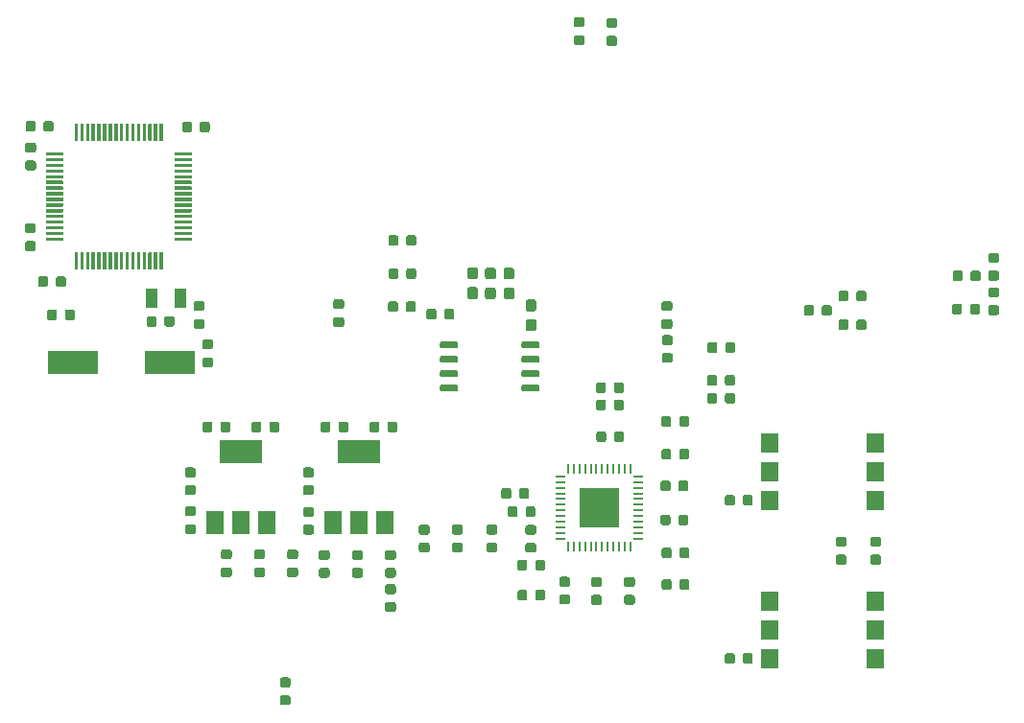
<source format=gbr>
G04 #@! TF.GenerationSoftware,KiCad,Pcbnew,(5.1.5)-3*
G04 #@! TF.CreationDate,2020-05-25T11:19:48-05:00*
G04 #@! TF.ProjectId,Delta_Robot,44656c74-615f-4526-9f62-6f742e6b6963,rev?*
G04 #@! TF.SameCoordinates,Original*
G04 #@! TF.FileFunction,Paste,Bot*
G04 #@! TF.FilePolarity,Positive*
%FSLAX46Y46*%
G04 Gerber Fmt 4.6, Leading zero omitted, Abs format (unit mm)*
G04 Created by KiCad (PCBNEW (5.1.5)-3) date 2020-05-25 11:19:48*
%MOMM*%
%LPD*%
G04 APERTURE LIST*
%ADD10C,0.010000*%
%ADD11C,0.100000*%
%ADD12R,3.800000X2.000000*%
%ADD13R,1.500000X2.000000*%
%ADD14R,1.520000X1.780000*%
%ADD15R,0.220000X0.810000*%
%ADD16R,0.810000X0.220000*%
%ADD17R,4.500000X2.000000*%
%ADD18R,1.000000X1.800000*%
G04 APERTURE END LIST*
D10*
G36*
X144855140Y-109777000D02*
G01*
X148258000Y-109777000D01*
X148258000Y-106374140D01*
X144855140Y-106374140D01*
X144855140Y-109777000D01*
G37*
X144855140Y-109777000D02*
X148258000Y-109777000D01*
X148258000Y-106374140D01*
X144855140Y-106374140D01*
X144855140Y-109777000D01*
D11*
G36*
X141170703Y-93426722D02*
G01*
X141185264Y-93428882D01*
X141199543Y-93432459D01*
X141213403Y-93437418D01*
X141226710Y-93443712D01*
X141239336Y-93451280D01*
X141251159Y-93460048D01*
X141262066Y-93469934D01*
X141271952Y-93480841D01*
X141280720Y-93492664D01*
X141288288Y-93505290D01*
X141294582Y-93518597D01*
X141299541Y-93532457D01*
X141303118Y-93546736D01*
X141305278Y-93561297D01*
X141306000Y-93576000D01*
X141306000Y-93876000D01*
X141305278Y-93890703D01*
X141303118Y-93905264D01*
X141299541Y-93919543D01*
X141294582Y-93933403D01*
X141288288Y-93946710D01*
X141280720Y-93959336D01*
X141271952Y-93971159D01*
X141262066Y-93982066D01*
X141251159Y-93991952D01*
X141239336Y-94000720D01*
X141226710Y-94008288D01*
X141213403Y-94014582D01*
X141199543Y-94019541D01*
X141185264Y-94023118D01*
X141170703Y-94025278D01*
X141156000Y-94026000D01*
X139856000Y-94026000D01*
X139841297Y-94025278D01*
X139826736Y-94023118D01*
X139812457Y-94019541D01*
X139798597Y-94014582D01*
X139785290Y-94008288D01*
X139772664Y-94000720D01*
X139760841Y-93991952D01*
X139749934Y-93982066D01*
X139740048Y-93971159D01*
X139731280Y-93959336D01*
X139723712Y-93946710D01*
X139717418Y-93933403D01*
X139712459Y-93919543D01*
X139708882Y-93905264D01*
X139706722Y-93890703D01*
X139706000Y-93876000D01*
X139706000Y-93576000D01*
X139706722Y-93561297D01*
X139708882Y-93546736D01*
X139712459Y-93532457D01*
X139717418Y-93518597D01*
X139723712Y-93505290D01*
X139731280Y-93492664D01*
X139740048Y-93480841D01*
X139749934Y-93469934D01*
X139760841Y-93460048D01*
X139772664Y-93451280D01*
X139785290Y-93443712D01*
X139798597Y-93437418D01*
X139812457Y-93432459D01*
X139826736Y-93428882D01*
X139841297Y-93426722D01*
X139856000Y-93426000D01*
X141156000Y-93426000D01*
X141170703Y-93426722D01*
G37*
G36*
X141170703Y-94696722D02*
G01*
X141185264Y-94698882D01*
X141199543Y-94702459D01*
X141213403Y-94707418D01*
X141226710Y-94713712D01*
X141239336Y-94721280D01*
X141251159Y-94730048D01*
X141262066Y-94739934D01*
X141271952Y-94750841D01*
X141280720Y-94762664D01*
X141288288Y-94775290D01*
X141294582Y-94788597D01*
X141299541Y-94802457D01*
X141303118Y-94816736D01*
X141305278Y-94831297D01*
X141306000Y-94846000D01*
X141306000Y-95146000D01*
X141305278Y-95160703D01*
X141303118Y-95175264D01*
X141299541Y-95189543D01*
X141294582Y-95203403D01*
X141288288Y-95216710D01*
X141280720Y-95229336D01*
X141271952Y-95241159D01*
X141262066Y-95252066D01*
X141251159Y-95261952D01*
X141239336Y-95270720D01*
X141226710Y-95278288D01*
X141213403Y-95284582D01*
X141199543Y-95289541D01*
X141185264Y-95293118D01*
X141170703Y-95295278D01*
X141156000Y-95296000D01*
X139856000Y-95296000D01*
X139841297Y-95295278D01*
X139826736Y-95293118D01*
X139812457Y-95289541D01*
X139798597Y-95284582D01*
X139785290Y-95278288D01*
X139772664Y-95270720D01*
X139760841Y-95261952D01*
X139749934Y-95252066D01*
X139740048Y-95241159D01*
X139731280Y-95229336D01*
X139723712Y-95216710D01*
X139717418Y-95203403D01*
X139712459Y-95189543D01*
X139708882Y-95175264D01*
X139706722Y-95160703D01*
X139706000Y-95146000D01*
X139706000Y-94846000D01*
X139706722Y-94831297D01*
X139708882Y-94816736D01*
X139712459Y-94802457D01*
X139717418Y-94788597D01*
X139723712Y-94775290D01*
X139731280Y-94762664D01*
X139740048Y-94750841D01*
X139749934Y-94739934D01*
X139760841Y-94730048D01*
X139772664Y-94721280D01*
X139785290Y-94713712D01*
X139798597Y-94707418D01*
X139812457Y-94702459D01*
X139826736Y-94698882D01*
X139841297Y-94696722D01*
X139856000Y-94696000D01*
X141156000Y-94696000D01*
X141170703Y-94696722D01*
G37*
G36*
X141170703Y-95966722D02*
G01*
X141185264Y-95968882D01*
X141199543Y-95972459D01*
X141213403Y-95977418D01*
X141226710Y-95983712D01*
X141239336Y-95991280D01*
X141251159Y-96000048D01*
X141262066Y-96009934D01*
X141271952Y-96020841D01*
X141280720Y-96032664D01*
X141288288Y-96045290D01*
X141294582Y-96058597D01*
X141299541Y-96072457D01*
X141303118Y-96086736D01*
X141305278Y-96101297D01*
X141306000Y-96116000D01*
X141306000Y-96416000D01*
X141305278Y-96430703D01*
X141303118Y-96445264D01*
X141299541Y-96459543D01*
X141294582Y-96473403D01*
X141288288Y-96486710D01*
X141280720Y-96499336D01*
X141271952Y-96511159D01*
X141262066Y-96522066D01*
X141251159Y-96531952D01*
X141239336Y-96540720D01*
X141226710Y-96548288D01*
X141213403Y-96554582D01*
X141199543Y-96559541D01*
X141185264Y-96563118D01*
X141170703Y-96565278D01*
X141156000Y-96566000D01*
X139856000Y-96566000D01*
X139841297Y-96565278D01*
X139826736Y-96563118D01*
X139812457Y-96559541D01*
X139798597Y-96554582D01*
X139785290Y-96548288D01*
X139772664Y-96540720D01*
X139760841Y-96531952D01*
X139749934Y-96522066D01*
X139740048Y-96511159D01*
X139731280Y-96499336D01*
X139723712Y-96486710D01*
X139717418Y-96473403D01*
X139712459Y-96459543D01*
X139708882Y-96445264D01*
X139706722Y-96430703D01*
X139706000Y-96416000D01*
X139706000Y-96116000D01*
X139706722Y-96101297D01*
X139708882Y-96086736D01*
X139712459Y-96072457D01*
X139717418Y-96058597D01*
X139723712Y-96045290D01*
X139731280Y-96032664D01*
X139740048Y-96020841D01*
X139749934Y-96009934D01*
X139760841Y-96000048D01*
X139772664Y-95991280D01*
X139785290Y-95983712D01*
X139798597Y-95977418D01*
X139812457Y-95972459D01*
X139826736Y-95968882D01*
X139841297Y-95966722D01*
X139856000Y-95966000D01*
X141156000Y-95966000D01*
X141170703Y-95966722D01*
G37*
G36*
X141170703Y-97236722D02*
G01*
X141185264Y-97238882D01*
X141199543Y-97242459D01*
X141213403Y-97247418D01*
X141226710Y-97253712D01*
X141239336Y-97261280D01*
X141251159Y-97270048D01*
X141262066Y-97279934D01*
X141271952Y-97290841D01*
X141280720Y-97302664D01*
X141288288Y-97315290D01*
X141294582Y-97328597D01*
X141299541Y-97342457D01*
X141303118Y-97356736D01*
X141305278Y-97371297D01*
X141306000Y-97386000D01*
X141306000Y-97686000D01*
X141305278Y-97700703D01*
X141303118Y-97715264D01*
X141299541Y-97729543D01*
X141294582Y-97743403D01*
X141288288Y-97756710D01*
X141280720Y-97769336D01*
X141271952Y-97781159D01*
X141262066Y-97792066D01*
X141251159Y-97801952D01*
X141239336Y-97810720D01*
X141226710Y-97818288D01*
X141213403Y-97824582D01*
X141199543Y-97829541D01*
X141185264Y-97833118D01*
X141170703Y-97835278D01*
X141156000Y-97836000D01*
X139856000Y-97836000D01*
X139841297Y-97835278D01*
X139826736Y-97833118D01*
X139812457Y-97829541D01*
X139798597Y-97824582D01*
X139785290Y-97818288D01*
X139772664Y-97810720D01*
X139760841Y-97801952D01*
X139749934Y-97792066D01*
X139740048Y-97781159D01*
X139731280Y-97769336D01*
X139723712Y-97756710D01*
X139717418Y-97743403D01*
X139712459Y-97729543D01*
X139708882Y-97715264D01*
X139706722Y-97700703D01*
X139706000Y-97686000D01*
X139706000Y-97386000D01*
X139706722Y-97371297D01*
X139708882Y-97356736D01*
X139712459Y-97342457D01*
X139717418Y-97328597D01*
X139723712Y-97315290D01*
X139731280Y-97302664D01*
X139740048Y-97290841D01*
X139749934Y-97279934D01*
X139760841Y-97270048D01*
X139772664Y-97261280D01*
X139785290Y-97253712D01*
X139798597Y-97247418D01*
X139812457Y-97242459D01*
X139826736Y-97238882D01*
X139841297Y-97236722D01*
X139856000Y-97236000D01*
X141156000Y-97236000D01*
X141170703Y-97236722D01*
G37*
G36*
X133970703Y-97236722D02*
G01*
X133985264Y-97238882D01*
X133999543Y-97242459D01*
X134013403Y-97247418D01*
X134026710Y-97253712D01*
X134039336Y-97261280D01*
X134051159Y-97270048D01*
X134062066Y-97279934D01*
X134071952Y-97290841D01*
X134080720Y-97302664D01*
X134088288Y-97315290D01*
X134094582Y-97328597D01*
X134099541Y-97342457D01*
X134103118Y-97356736D01*
X134105278Y-97371297D01*
X134106000Y-97386000D01*
X134106000Y-97686000D01*
X134105278Y-97700703D01*
X134103118Y-97715264D01*
X134099541Y-97729543D01*
X134094582Y-97743403D01*
X134088288Y-97756710D01*
X134080720Y-97769336D01*
X134071952Y-97781159D01*
X134062066Y-97792066D01*
X134051159Y-97801952D01*
X134039336Y-97810720D01*
X134026710Y-97818288D01*
X134013403Y-97824582D01*
X133999543Y-97829541D01*
X133985264Y-97833118D01*
X133970703Y-97835278D01*
X133956000Y-97836000D01*
X132656000Y-97836000D01*
X132641297Y-97835278D01*
X132626736Y-97833118D01*
X132612457Y-97829541D01*
X132598597Y-97824582D01*
X132585290Y-97818288D01*
X132572664Y-97810720D01*
X132560841Y-97801952D01*
X132549934Y-97792066D01*
X132540048Y-97781159D01*
X132531280Y-97769336D01*
X132523712Y-97756710D01*
X132517418Y-97743403D01*
X132512459Y-97729543D01*
X132508882Y-97715264D01*
X132506722Y-97700703D01*
X132506000Y-97686000D01*
X132506000Y-97386000D01*
X132506722Y-97371297D01*
X132508882Y-97356736D01*
X132512459Y-97342457D01*
X132517418Y-97328597D01*
X132523712Y-97315290D01*
X132531280Y-97302664D01*
X132540048Y-97290841D01*
X132549934Y-97279934D01*
X132560841Y-97270048D01*
X132572664Y-97261280D01*
X132585290Y-97253712D01*
X132598597Y-97247418D01*
X132612457Y-97242459D01*
X132626736Y-97238882D01*
X132641297Y-97236722D01*
X132656000Y-97236000D01*
X133956000Y-97236000D01*
X133970703Y-97236722D01*
G37*
G36*
X133970703Y-95966722D02*
G01*
X133985264Y-95968882D01*
X133999543Y-95972459D01*
X134013403Y-95977418D01*
X134026710Y-95983712D01*
X134039336Y-95991280D01*
X134051159Y-96000048D01*
X134062066Y-96009934D01*
X134071952Y-96020841D01*
X134080720Y-96032664D01*
X134088288Y-96045290D01*
X134094582Y-96058597D01*
X134099541Y-96072457D01*
X134103118Y-96086736D01*
X134105278Y-96101297D01*
X134106000Y-96116000D01*
X134106000Y-96416000D01*
X134105278Y-96430703D01*
X134103118Y-96445264D01*
X134099541Y-96459543D01*
X134094582Y-96473403D01*
X134088288Y-96486710D01*
X134080720Y-96499336D01*
X134071952Y-96511159D01*
X134062066Y-96522066D01*
X134051159Y-96531952D01*
X134039336Y-96540720D01*
X134026710Y-96548288D01*
X134013403Y-96554582D01*
X133999543Y-96559541D01*
X133985264Y-96563118D01*
X133970703Y-96565278D01*
X133956000Y-96566000D01*
X132656000Y-96566000D01*
X132641297Y-96565278D01*
X132626736Y-96563118D01*
X132612457Y-96559541D01*
X132598597Y-96554582D01*
X132585290Y-96548288D01*
X132572664Y-96540720D01*
X132560841Y-96531952D01*
X132549934Y-96522066D01*
X132540048Y-96511159D01*
X132531280Y-96499336D01*
X132523712Y-96486710D01*
X132517418Y-96473403D01*
X132512459Y-96459543D01*
X132508882Y-96445264D01*
X132506722Y-96430703D01*
X132506000Y-96416000D01*
X132506000Y-96116000D01*
X132506722Y-96101297D01*
X132508882Y-96086736D01*
X132512459Y-96072457D01*
X132517418Y-96058597D01*
X132523712Y-96045290D01*
X132531280Y-96032664D01*
X132540048Y-96020841D01*
X132549934Y-96009934D01*
X132560841Y-96000048D01*
X132572664Y-95991280D01*
X132585290Y-95983712D01*
X132598597Y-95977418D01*
X132612457Y-95972459D01*
X132626736Y-95968882D01*
X132641297Y-95966722D01*
X132656000Y-95966000D01*
X133956000Y-95966000D01*
X133970703Y-95966722D01*
G37*
G36*
X133970703Y-94696722D02*
G01*
X133985264Y-94698882D01*
X133999543Y-94702459D01*
X134013403Y-94707418D01*
X134026710Y-94713712D01*
X134039336Y-94721280D01*
X134051159Y-94730048D01*
X134062066Y-94739934D01*
X134071952Y-94750841D01*
X134080720Y-94762664D01*
X134088288Y-94775290D01*
X134094582Y-94788597D01*
X134099541Y-94802457D01*
X134103118Y-94816736D01*
X134105278Y-94831297D01*
X134106000Y-94846000D01*
X134106000Y-95146000D01*
X134105278Y-95160703D01*
X134103118Y-95175264D01*
X134099541Y-95189543D01*
X134094582Y-95203403D01*
X134088288Y-95216710D01*
X134080720Y-95229336D01*
X134071952Y-95241159D01*
X134062066Y-95252066D01*
X134051159Y-95261952D01*
X134039336Y-95270720D01*
X134026710Y-95278288D01*
X134013403Y-95284582D01*
X133999543Y-95289541D01*
X133985264Y-95293118D01*
X133970703Y-95295278D01*
X133956000Y-95296000D01*
X132656000Y-95296000D01*
X132641297Y-95295278D01*
X132626736Y-95293118D01*
X132612457Y-95289541D01*
X132598597Y-95284582D01*
X132585290Y-95278288D01*
X132572664Y-95270720D01*
X132560841Y-95261952D01*
X132549934Y-95252066D01*
X132540048Y-95241159D01*
X132531280Y-95229336D01*
X132523712Y-95216710D01*
X132517418Y-95203403D01*
X132512459Y-95189543D01*
X132508882Y-95175264D01*
X132506722Y-95160703D01*
X132506000Y-95146000D01*
X132506000Y-94846000D01*
X132506722Y-94831297D01*
X132508882Y-94816736D01*
X132512459Y-94802457D01*
X132517418Y-94788597D01*
X132523712Y-94775290D01*
X132531280Y-94762664D01*
X132540048Y-94750841D01*
X132549934Y-94739934D01*
X132560841Y-94730048D01*
X132572664Y-94721280D01*
X132585290Y-94713712D01*
X132598597Y-94707418D01*
X132612457Y-94702459D01*
X132626736Y-94698882D01*
X132641297Y-94696722D01*
X132656000Y-94696000D01*
X133956000Y-94696000D01*
X133970703Y-94696722D01*
G37*
G36*
X133970703Y-93426722D02*
G01*
X133985264Y-93428882D01*
X133999543Y-93432459D01*
X134013403Y-93437418D01*
X134026710Y-93443712D01*
X134039336Y-93451280D01*
X134051159Y-93460048D01*
X134062066Y-93469934D01*
X134071952Y-93480841D01*
X134080720Y-93492664D01*
X134088288Y-93505290D01*
X134094582Y-93518597D01*
X134099541Y-93532457D01*
X134103118Y-93546736D01*
X134105278Y-93561297D01*
X134106000Y-93576000D01*
X134106000Y-93876000D01*
X134105278Y-93890703D01*
X134103118Y-93905264D01*
X134099541Y-93919543D01*
X134094582Y-93933403D01*
X134088288Y-93946710D01*
X134080720Y-93959336D01*
X134071952Y-93971159D01*
X134062066Y-93982066D01*
X134051159Y-93991952D01*
X134039336Y-94000720D01*
X134026710Y-94008288D01*
X134013403Y-94014582D01*
X133999543Y-94019541D01*
X133985264Y-94023118D01*
X133970703Y-94025278D01*
X133956000Y-94026000D01*
X132656000Y-94026000D01*
X132641297Y-94025278D01*
X132626736Y-94023118D01*
X132612457Y-94019541D01*
X132598597Y-94014582D01*
X132585290Y-94008288D01*
X132572664Y-94000720D01*
X132560841Y-93991952D01*
X132549934Y-93982066D01*
X132540048Y-93971159D01*
X132531280Y-93959336D01*
X132523712Y-93946710D01*
X132517418Y-93933403D01*
X132512459Y-93919543D01*
X132508882Y-93905264D01*
X132506722Y-93890703D01*
X132506000Y-93876000D01*
X132506000Y-93576000D01*
X132506722Y-93561297D01*
X132508882Y-93546736D01*
X132512459Y-93532457D01*
X132517418Y-93518597D01*
X132523712Y-93505290D01*
X132531280Y-93492664D01*
X132540048Y-93480841D01*
X132549934Y-93469934D01*
X132560841Y-93460048D01*
X132572664Y-93451280D01*
X132585290Y-93443712D01*
X132598597Y-93437418D01*
X132612457Y-93432459D01*
X132626736Y-93428882D01*
X132641297Y-93426722D01*
X132656000Y-93426000D01*
X133956000Y-93426000D01*
X133970703Y-93426722D01*
G37*
G36*
X108002350Y-85522360D02*
G01*
X108009631Y-85523440D01*
X108016770Y-85525228D01*
X108023700Y-85527708D01*
X108030354Y-85530855D01*
X108036667Y-85534639D01*
X108042578Y-85539023D01*
X108048032Y-85543966D01*
X108052975Y-85549420D01*
X108057359Y-85555331D01*
X108061143Y-85561644D01*
X108064290Y-85568298D01*
X108066770Y-85575228D01*
X108068558Y-85582367D01*
X108069638Y-85589648D01*
X108069999Y-85596999D01*
X108069999Y-86996999D01*
X108069638Y-87004350D01*
X108068558Y-87011631D01*
X108066770Y-87018770D01*
X108064290Y-87025700D01*
X108061143Y-87032354D01*
X108057359Y-87038667D01*
X108052975Y-87044578D01*
X108048032Y-87050032D01*
X108042578Y-87054975D01*
X108036667Y-87059359D01*
X108030354Y-87063143D01*
X108023700Y-87066290D01*
X108016770Y-87068770D01*
X108009631Y-87070558D01*
X108002350Y-87071638D01*
X107994999Y-87071999D01*
X107844999Y-87071999D01*
X107837648Y-87071638D01*
X107830367Y-87070558D01*
X107823228Y-87068770D01*
X107816298Y-87066290D01*
X107809644Y-87063143D01*
X107803331Y-87059359D01*
X107797420Y-87054975D01*
X107791966Y-87050032D01*
X107787023Y-87044578D01*
X107782639Y-87038667D01*
X107778855Y-87032354D01*
X107775708Y-87025700D01*
X107773228Y-87018770D01*
X107771440Y-87011631D01*
X107770360Y-87004350D01*
X107769999Y-86996999D01*
X107769999Y-85596999D01*
X107770360Y-85589648D01*
X107771440Y-85582367D01*
X107773228Y-85575228D01*
X107775708Y-85568298D01*
X107778855Y-85561644D01*
X107782639Y-85555331D01*
X107787023Y-85549420D01*
X107791966Y-85543966D01*
X107797420Y-85539023D01*
X107803331Y-85534639D01*
X107809644Y-85530855D01*
X107816298Y-85527708D01*
X107823228Y-85525228D01*
X107830367Y-85523440D01*
X107837648Y-85522360D01*
X107844999Y-85521999D01*
X107994999Y-85521999D01*
X108002350Y-85522360D01*
G37*
G36*
X107502350Y-85522360D02*
G01*
X107509631Y-85523440D01*
X107516770Y-85525228D01*
X107523700Y-85527708D01*
X107530354Y-85530855D01*
X107536667Y-85534639D01*
X107542578Y-85539023D01*
X107548032Y-85543966D01*
X107552975Y-85549420D01*
X107557359Y-85555331D01*
X107561143Y-85561644D01*
X107564290Y-85568298D01*
X107566770Y-85575228D01*
X107568558Y-85582367D01*
X107569638Y-85589648D01*
X107569999Y-85596999D01*
X107569999Y-86996999D01*
X107569638Y-87004350D01*
X107568558Y-87011631D01*
X107566770Y-87018770D01*
X107564290Y-87025700D01*
X107561143Y-87032354D01*
X107557359Y-87038667D01*
X107552975Y-87044578D01*
X107548032Y-87050032D01*
X107542578Y-87054975D01*
X107536667Y-87059359D01*
X107530354Y-87063143D01*
X107523700Y-87066290D01*
X107516770Y-87068770D01*
X107509631Y-87070558D01*
X107502350Y-87071638D01*
X107494999Y-87071999D01*
X107344999Y-87071999D01*
X107337648Y-87071638D01*
X107330367Y-87070558D01*
X107323228Y-87068770D01*
X107316298Y-87066290D01*
X107309644Y-87063143D01*
X107303331Y-87059359D01*
X107297420Y-87054975D01*
X107291966Y-87050032D01*
X107287023Y-87044578D01*
X107282639Y-87038667D01*
X107278855Y-87032354D01*
X107275708Y-87025700D01*
X107273228Y-87018770D01*
X107271440Y-87011631D01*
X107270360Y-87004350D01*
X107269999Y-86996999D01*
X107269999Y-85596999D01*
X107270360Y-85589648D01*
X107271440Y-85582367D01*
X107273228Y-85575228D01*
X107275708Y-85568298D01*
X107278855Y-85561644D01*
X107282639Y-85555331D01*
X107287023Y-85549420D01*
X107291966Y-85543966D01*
X107297420Y-85539023D01*
X107303331Y-85534639D01*
X107309644Y-85530855D01*
X107316298Y-85527708D01*
X107323228Y-85525228D01*
X107330367Y-85523440D01*
X107337648Y-85522360D01*
X107344999Y-85521999D01*
X107494999Y-85521999D01*
X107502350Y-85522360D01*
G37*
G36*
X107002350Y-85522360D02*
G01*
X107009631Y-85523440D01*
X107016770Y-85525228D01*
X107023700Y-85527708D01*
X107030354Y-85530855D01*
X107036667Y-85534639D01*
X107042578Y-85539023D01*
X107048032Y-85543966D01*
X107052975Y-85549420D01*
X107057359Y-85555331D01*
X107061143Y-85561644D01*
X107064290Y-85568298D01*
X107066770Y-85575228D01*
X107068558Y-85582367D01*
X107069638Y-85589648D01*
X107069999Y-85596999D01*
X107069999Y-86996999D01*
X107069638Y-87004350D01*
X107068558Y-87011631D01*
X107066770Y-87018770D01*
X107064290Y-87025700D01*
X107061143Y-87032354D01*
X107057359Y-87038667D01*
X107052975Y-87044578D01*
X107048032Y-87050032D01*
X107042578Y-87054975D01*
X107036667Y-87059359D01*
X107030354Y-87063143D01*
X107023700Y-87066290D01*
X107016770Y-87068770D01*
X107009631Y-87070558D01*
X107002350Y-87071638D01*
X106994999Y-87071999D01*
X106844999Y-87071999D01*
X106837648Y-87071638D01*
X106830367Y-87070558D01*
X106823228Y-87068770D01*
X106816298Y-87066290D01*
X106809644Y-87063143D01*
X106803331Y-87059359D01*
X106797420Y-87054975D01*
X106791966Y-87050032D01*
X106787023Y-87044578D01*
X106782639Y-87038667D01*
X106778855Y-87032354D01*
X106775708Y-87025700D01*
X106773228Y-87018770D01*
X106771440Y-87011631D01*
X106770360Y-87004350D01*
X106769999Y-86996999D01*
X106769999Y-85596999D01*
X106770360Y-85589648D01*
X106771440Y-85582367D01*
X106773228Y-85575228D01*
X106775708Y-85568298D01*
X106778855Y-85561644D01*
X106782639Y-85555331D01*
X106787023Y-85549420D01*
X106791966Y-85543966D01*
X106797420Y-85539023D01*
X106803331Y-85534639D01*
X106809644Y-85530855D01*
X106816298Y-85527708D01*
X106823228Y-85525228D01*
X106830367Y-85523440D01*
X106837648Y-85522360D01*
X106844999Y-85521999D01*
X106994999Y-85521999D01*
X107002350Y-85522360D01*
G37*
G36*
X106502350Y-85522360D02*
G01*
X106509631Y-85523440D01*
X106516770Y-85525228D01*
X106523700Y-85527708D01*
X106530354Y-85530855D01*
X106536667Y-85534639D01*
X106542578Y-85539023D01*
X106548032Y-85543966D01*
X106552975Y-85549420D01*
X106557359Y-85555331D01*
X106561143Y-85561644D01*
X106564290Y-85568298D01*
X106566770Y-85575228D01*
X106568558Y-85582367D01*
X106569638Y-85589648D01*
X106569999Y-85596999D01*
X106569999Y-86996999D01*
X106569638Y-87004350D01*
X106568558Y-87011631D01*
X106566770Y-87018770D01*
X106564290Y-87025700D01*
X106561143Y-87032354D01*
X106557359Y-87038667D01*
X106552975Y-87044578D01*
X106548032Y-87050032D01*
X106542578Y-87054975D01*
X106536667Y-87059359D01*
X106530354Y-87063143D01*
X106523700Y-87066290D01*
X106516770Y-87068770D01*
X106509631Y-87070558D01*
X106502350Y-87071638D01*
X106494999Y-87071999D01*
X106344999Y-87071999D01*
X106337648Y-87071638D01*
X106330367Y-87070558D01*
X106323228Y-87068770D01*
X106316298Y-87066290D01*
X106309644Y-87063143D01*
X106303331Y-87059359D01*
X106297420Y-87054975D01*
X106291966Y-87050032D01*
X106287023Y-87044578D01*
X106282639Y-87038667D01*
X106278855Y-87032354D01*
X106275708Y-87025700D01*
X106273228Y-87018770D01*
X106271440Y-87011631D01*
X106270360Y-87004350D01*
X106269999Y-86996999D01*
X106269999Y-85596999D01*
X106270360Y-85589648D01*
X106271440Y-85582367D01*
X106273228Y-85575228D01*
X106275708Y-85568298D01*
X106278855Y-85561644D01*
X106282639Y-85555331D01*
X106287023Y-85549420D01*
X106291966Y-85543966D01*
X106297420Y-85539023D01*
X106303331Y-85534639D01*
X106309644Y-85530855D01*
X106316298Y-85527708D01*
X106323228Y-85525228D01*
X106330367Y-85523440D01*
X106337648Y-85522360D01*
X106344999Y-85521999D01*
X106494999Y-85521999D01*
X106502350Y-85522360D01*
G37*
G36*
X106002350Y-85522360D02*
G01*
X106009631Y-85523440D01*
X106016770Y-85525228D01*
X106023700Y-85527708D01*
X106030354Y-85530855D01*
X106036667Y-85534639D01*
X106042578Y-85539023D01*
X106048032Y-85543966D01*
X106052975Y-85549420D01*
X106057359Y-85555331D01*
X106061143Y-85561644D01*
X106064290Y-85568298D01*
X106066770Y-85575228D01*
X106068558Y-85582367D01*
X106069638Y-85589648D01*
X106069999Y-85596999D01*
X106069999Y-86996999D01*
X106069638Y-87004350D01*
X106068558Y-87011631D01*
X106066770Y-87018770D01*
X106064290Y-87025700D01*
X106061143Y-87032354D01*
X106057359Y-87038667D01*
X106052975Y-87044578D01*
X106048032Y-87050032D01*
X106042578Y-87054975D01*
X106036667Y-87059359D01*
X106030354Y-87063143D01*
X106023700Y-87066290D01*
X106016770Y-87068770D01*
X106009631Y-87070558D01*
X106002350Y-87071638D01*
X105994999Y-87071999D01*
X105844999Y-87071999D01*
X105837648Y-87071638D01*
X105830367Y-87070558D01*
X105823228Y-87068770D01*
X105816298Y-87066290D01*
X105809644Y-87063143D01*
X105803331Y-87059359D01*
X105797420Y-87054975D01*
X105791966Y-87050032D01*
X105787023Y-87044578D01*
X105782639Y-87038667D01*
X105778855Y-87032354D01*
X105775708Y-87025700D01*
X105773228Y-87018770D01*
X105771440Y-87011631D01*
X105770360Y-87004350D01*
X105769999Y-86996999D01*
X105769999Y-85596999D01*
X105770360Y-85589648D01*
X105771440Y-85582367D01*
X105773228Y-85575228D01*
X105775708Y-85568298D01*
X105778855Y-85561644D01*
X105782639Y-85555331D01*
X105787023Y-85549420D01*
X105791966Y-85543966D01*
X105797420Y-85539023D01*
X105803331Y-85534639D01*
X105809644Y-85530855D01*
X105816298Y-85527708D01*
X105823228Y-85525228D01*
X105830367Y-85523440D01*
X105837648Y-85522360D01*
X105844999Y-85521999D01*
X105994999Y-85521999D01*
X106002350Y-85522360D01*
G37*
G36*
X105502350Y-85522360D02*
G01*
X105509631Y-85523440D01*
X105516770Y-85525228D01*
X105523700Y-85527708D01*
X105530354Y-85530855D01*
X105536667Y-85534639D01*
X105542578Y-85539023D01*
X105548032Y-85543966D01*
X105552975Y-85549420D01*
X105557359Y-85555331D01*
X105561143Y-85561644D01*
X105564290Y-85568298D01*
X105566770Y-85575228D01*
X105568558Y-85582367D01*
X105569638Y-85589648D01*
X105569999Y-85596999D01*
X105569999Y-86996999D01*
X105569638Y-87004350D01*
X105568558Y-87011631D01*
X105566770Y-87018770D01*
X105564290Y-87025700D01*
X105561143Y-87032354D01*
X105557359Y-87038667D01*
X105552975Y-87044578D01*
X105548032Y-87050032D01*
X105542578Y-87054975D01*
X105536667Y-87059359D01*
X105530354Y-87063143D01*
X105523700Y-87066290D01*
X105516770Y-87068770D01*
X105509631Y-87070558D01*
X105502350Y-87071638D01*
X105494999Y-87071999D01*
X105344999Y-87071999D01*
X105337648Y-87071638D01*
X105330367Y-87070558D01*
X105323228Y-87068770D01*
X105316298Y-87066290D01*
X105309644Y-87063143D01*
X105303331Y-87059359D01*
X105297420Y-87054975D01*
X105291966Y-87050032D01*
X105287023Y-87044578D01*
X105282639Y-87038667D01*
X105278855Y-87032354D01*
X105275708Y-87025700D01*
X105273228Y-87018770D01*
X105271440Y-87011631D01*
X105270360Y-87004350D01*
X105269999Y-86996999D01*
X105269999Y-85596999D01*
X105270360Y-85589648D01*
X105271440Y-85582367D01*
X105273228Y-85575228D01*
X105275708Y-85568298D01*
X105278855Y-85561644D01*
X105282639Y-85555331D01*
X105287023Y-85549420D01*
X105291966Y-85543966D01*
X105297420Y-85539023D01*
X105303331Y-85534639D01*
X105309644Y-85530855D01*
X105316298Y-85527708D01*
X105323228Y-85525228D01*
X105330367Y-85523440D01*
X105337648Y-85522360D01*
X105344999Y-85521999D01*
X105494999Y-85521999D01*
X105502350Y-85522360D01*
G37*
G36*
X105002350Y-85522360D02*
G01*
X105009631Y-85523440D01*
X105016770Y-85525228D01*
X105023700Y-85527708D01*
X105030354Y-85530855D01*
X105036667Y-85534639D01*
X105042578Y-85539023D01*
X105048032Y-85543966D01*
X105052975Y-85549420D01*
X105057359Y-85555331D01*
X105061143Y-85561644D01*
X105064290Y-85568298D01*
X105066770Y-85575228D01*
X105068558Y-85582367D01*
X105069638Y-85589648D01*
X105069999Y-85596999D01*
X105069999Y-86996999D01*
X105069638Y-87004350D01*
X105068558Y-87011631D01*
X105066770Y-87018770D01*
X105064290Y-87025700D01*
X105061143Y-87032354D01*
X105057359Y-87038667D01*
X105052975Y-87044578D01*
X105048032Y-87050032D01*
X105042578Y-87054975D01*
X105036667Y-87059359D01*
X105030354Y-87063143D01*
X105023700Y-87066290D01*
X105016770Y-87068770D01*
X105009631Y-87070558D01*
X105002350Y-87071638D01*
X104994999Y-87071999D01*
X104844999Y-87071999D01*
X104837648Y-87071638D01*
X104830367Y-87070558D01*
X104823228Y-87068770D01*
X104816298Y-87066290D01*
X104809644Y-87063143D01*
X104803331Y-87059359D01*
X104797420Y-87054975D01*
X104791966Y-87050032D01*
X104787023Y-87044578D01*
X104782639Y-87038667D01*
X104778855Y-87032354D01*
X104775708Y-87025700D01*
X104773228Y-87018770D01*
X104771440Y-87011631D01*
X104770360Y-87004350D01*
X104769999Y-86996999D01*
X104769999Y-85596999D01*
X104770360Y-85589648D01*
X104771440Y-85582367D01*
X104773228Y-85575228D01*
X104775708Y-85568298D01*
X104778855Y-85561644D01*
X104782639Y-85555331D01*
X104787023Y-85549420D01*
X104791966Y-85543966D01*
X104797420Y-85539023D01*
X104803331Y-85534639D01*
X104809644Y-85530855D01*
X104816298Y-85527708D01*
X104823228Y-85525228D01*
X104830367Y-85523440D01*
X104837648Y-85522360D01*
X104844999Y-85521999D01*
X104994999Y-85521999D01*
X105002350Y-85522360D01*
G37*
G36*
X104502350Y-85522360D02*
G01*
X104509631Y-85523440D01*
X104516770Y-85525228D01*
X104523700Y-85527708D01*
X104530354Y-85530855D01*
X104536667Y-85534639D01*
X104542578Y-85539023D01*
X104548032Y-85543966D01*
X104552975Y-85549420D01*
X104557359Y-85555331D01*
X104561143Y-85561644D01*
X104564290Y-85568298D01*
X104566770Y-85575228D01*
X104568558Y-85582367D01*
X104569638Y-85589648D01*
X104569999Y-85596999D01*
X104569999Y-86996999D01*
X104569638Y-87004350D01*
X104568558Y-87011631D01*
X104566770Y-87018770D01*
X104564290Y-87025700D01*
X104561143Y-87032354D01*
X104557359Y-87038667D01*
X104552975Y-87044578D01*
X104548032Y-87050032D01*
X104542578Y-87054975D01*
X104536667Y-87059359D01*
X104530354Y-87063143D01*
X104523700Y-87066290D01*
X104516770Y-87068770D01*
X104509631Y-87070558D01*
X104502350Y-87071638D01*
X104494999Y-87071999D01*
X104344999Y-87071999D01*
X104337648Y-87071638D01*
X104330367Y-87070558D01*
X104323228Y-87068770D01*
X104316298Y-87066290D01*
X104309644Y-87063143D01*
X104303331Y-87059359D01*
X104297420Y-87054975D01*
X104291966Y-87050032D01*
X104287023Y-87044578D01*
X104282639Y-87038667D01*
X104278855Y-87032354D01*
X104275708Y-87025700D01*
X104273228Y-87018770D01*
X104271440Y-87011631D01*
X104270360Y-87004350D01*
X104269999Y-86996999D01*
X104269999Y-85596999D01*
X104270360Y-85589648D01*
X104271440Y-85582367D01*
X104273228Y-85575228D01*
X104275708Y-85568298D01*
X104278855Y-85561644D01*
X104282639Y-85555331D01*
X104287023Y-85549420D01*
X104291966Y-85543966D01*
X104297420Y-85539023D01*
X104303331Y-85534639D01*
X104309644Y-85530855D01*
X104316298Y-85527708D01*
X104323228Y-85525228D01*
X104330367Y-85523440D01*
X104337648Y-85522360D01*
X104344999Y-85521999D01*
X104494999Y-85521999D01*
X104502350Y-85522360D01*
G37*
G36*
X104002350Y-85522360D02*
G01*
X104009631Y-85523440D01*
X104016770Y-85525228D01*
X104023700Y-85527708D01*
X104030354Y-85530855D01*
X104036667Y-85534639D01*
X104042578Y-85539023D01*
X104048032Y-85543966D01*
X104052975Y-85549420D01*
X104057359Y-85555331D01*
X104061143Y-85561644D01*
X104064290Y-85568298D01*
X104066770Y-85575228D01*
X104068558Y-85582367D01*
X104069638Y-85589648D01*
X104069999Y-85596999D01*
X104069999Y-86996999D01*
X104069638Y-87004350D01*
X104068558Y-87011631D01*
X104066770Y-87018770D01*
X104064290Y-87025700D01*
X104061143Y-87032354D01*
X104057359Y-87038667D01*
X104052975Y-87044578D01*
X104048032Y-87050032D01*
X104042578Y-87054975D01*
X104036667Y-87059359D01*
X104030354Y-87063143D01*
X104023700Y-87066290D01*
X104016770Y-87068770D01*
X104009631Y-87070558D01*
X104002350Y-87071638D01*
X103994999Y-87071999D01*
X103844999Y-87071999D01*
X103837648Y-87071638D01*
X103830367Y-87070558D01*
X103823228Y-87068770D01*
X103816298Y-87066290D01*
X103809644Y-87063143D01*
X103803331Y-87059359D01*
X103797420Y-87054975D01*
X103791966Y-87050032D01*
X103787023Y-87044578D01*
X103782639Y-87038667D01*
X103778855Y-87032354D01*
X103775708Y-87025700D01*
X103773228Y-87018770D01*
X103771440Y-87011631D01*
X103770360Y-87004350D01*
X103769999Y-86996999D01*
X103769999Y-85596999D01*
X103770360Y-85589648D01*
X103771440Y-85582367D01*
X103773228Y-85575228D01*
X103775708Y-85568298D01*
X103778855Y-85561644D01*
X103782639Y-85555331D01*
X103787023Y-85549420D01*
X103791966Y-85543966D01*
X103797420Y-85539023D01*
X103803331Y-85534639D01*
X103809644Y-85530855D01*
X103816298Y-85527708D01*
X103823228Y-85525228D01*
X103830367Y-85523440D01*
X103837648Y-85522360D01*
X103844999Y-85521999D01*
X103994999Y-85521999D01*
X104002350Y-85522360D01*
G37*
G36*
X103502350Y-85522360D02*
G01*
X103509631Y-85523440D01*
X103516770Y-85525228D01*
X103523700Y-85527708D01*
X103530354Y-85530855D01*
X103536667Y-85534639D01*
X103542578Y-85539023D01*
X103548032Y-85543966D01*
X103552975Y-85549420D01*
X103557359Y-85555331D01*
X103561143Y-85561644D01*
X103564290Y-85568298D01*
X103566770Y-85575228D01*
X103568558Y-85582367D01*
X103569638Y-85589648D01*
X103569999Y-85596999D01*
X103569999Y-86996999D01*
X103569638Y-87004350D01*
X103568558Y-87011631D01*
X103566770Y-87018770D01*
X103564290Y-87025700D01*
X103561143Y-87032354D01*
X103557359Y-87038667D01*
X103552975Y-87044578D01*
X103548032Y-87050032D01*
X103542578Y-87054975D01*
X103536667Y-87059359D01*
X103530354Y-87063143D01*
X103523700Y-87066290D01*
X103516770Y-87068770D01*
X103509631Y-87070558D01*
X103502350Y-87071638D01*
X103494999Y-87071999D01*
X103344999Y-87071999D01*
X103337648Y-87071638D01*
X103330367Y-87070558D01*
X103323228Y-87068770D01*
X103316298Y-87066290D01*
X103309644Y-87063143D01*
X103303331Y-87059359D01*
X103297420Y-87054975D01*
X103291966Y-87050032D01*
X103287023Y-87044578D01*
X103282639Y-87038667D01*
X103278855Y-87032354D01*
X103275708Y-87025700D01*
X103273228Y-87018770D01*
X103271440Y-87011631D01*
X103270360Y-87004350D01*
X103269999Y-86996999D01*
X103269999Y-85596999D01*
X103270360Y-85589648D01*
X103271440Y-85582367D01*
X103273228Y-85575228D01*
X103275708Y-85568298D01*
X103278855Y-85561644D01*
X103282639Y-85555331D01*
X103287023Y-85549420D01*
X103291966Y-85543966D01*
X103297420Y-85539023D01*
X103303331Y-85534639D01*
X103309644Y-85530855D01*
X103316298Y-85527708D01*
X103323228Y-85525228D01*
X103330367Y-85523440D01*
X103337648Y-85522360D01*
X103344999Y-85521999D01*
X103494999Y-85521999D01*
X103502350Y-85522360D01*
G37*
G36*
X103002350Y-85522360D02*
G01*
X103009631Y-85523440D01*
X103016770Y-85525228D01*
X103023700Y-85527708D01*
X103030354Y-85530855D01*
X103036667Y-85534639D01*
X103042578Y-85539023D01*
X103048032Y-85543966D01*
X103052975Y-85549420D01*
X103057359Y-85555331D01*
X103061143Y-85561644D01*
X103064290Y-85568298D01*
X103066770Y-85575228D01*
X103068558Y-85582367D01*
X103069638Y-85589648D01*
X103069999Y-85596999D01*
X103069999Y-86996999D01*
X103069638Y-87004350D01*
X103068558Y-87011631D01*
X103066770Y-87018770D01*
X103064290Y-87025700D01*
X103061143Y-87032354D01*
X103057359Y-87038667D01*
X103052975Y-87044578D01*
X103048032Y-87050032D01*
X103042578Y-87054975D01*
X103036667Y-87059359D01*
X103030354Y-87063143D01*
X103023700Y-87066290D01*
X103016770Y-87068770D01*
X103009631Y-87070558D01*
X103002350Y-87071638D01*
X102994999Y-87071999D01*
X102844999Y-87071999D01*
X102837648Y-87071638D01*
X102830367Y-87070558D01*
X102823228Y-87068770D01*
X102816298Y-87066290D01*
X102809644Y-87063143D01*
X102803331Y-87059359D01*
X102797420Y-87054975D01*
X102791966Y-87050032D01*
X102787023Y-87044578D01*
X102782639Y-87038667D01*
X102778855Y-87032354D01*
X102775708Y-87025700D01*
X102773228Y-87018770D01*
X102771440Y-87011631D01*
X102770360Y-87004350D01*
X102769999Y-86996999D01*
X102769999Y-85596999D01*
X102770360Y-85589648D01*
X102771440Y-85582367D01*
X102773228Y-85575228D01*
X102775708Y-85568298D01*
X102778855Y-85561644D01*
X102782639Y-85555331D01*
X102787023Y-85549420D01*
X102791966Y-85543966D01*
X102797420Y-85539023D01*
X102803331Y-85534639D01*
X102809644Y-85530855D01*
X102816298Y-85527708D01*
X102823228Y-85525228D01*
X102830367Y-85523440D01*
X102837648Y-85522360D01*
X102844999Y-85521999D01*
X102994999Y-85521999D01*
X103002350Y-85522360D01*
G37*
G36*
X102502350Y-85522360D02*
G01*
X102509631Y-85523440D01*
X102516770Y-85525228D01*
X102523700Y-85527708D01*
X102530354Y-85530855D01*
X102536667Y-85534639D01*
X102542578Y-85539023D01*
X102548032Y-85543966D01*
X102552975Y-85549420D01*
X102557359Y-85555331D01*
X102561143Y-85561644D01*
X102564290Y-85568298D01*
X102566770Y-85575228D01*
X102568558Y-85582367D01*
X102569638Y-85589648D01*
X102569999Y-85596999D01*
X102569999Y-86996999D01*
X102569638Y-87004350D01*
X102568558Y-87011631D01*
X102566770Y-87018770D01*
X102564290Y-87025700D01*
X102561143Y-87032354D01*
X102557359Y-87038667D01*
X102552975Y-87044578D01*
X102548032Y-87050032D01*
X102542578Y-87054975D01*
X102536667Y-87059359D01*
X102530354Y-87063143D01*
X102523700Y-87066290D01*
X102516770Y-87068770D01*
X102509631Y-87070558D01*
X102502350Y-87071638D01*
X102494999Y-87071999D01*
X102344999Y-87071999D01*
X102337648Y-87071638D01*
X102330367Y-87070558D01*
X102323228Y-87068770D01*
X102316298Y-87066290D01*
X102309644Y-87063143D01*
X102303331Y-87059359D01*
X102297420Y-87054975D01*
X102291966Y-87050032D01*
X102287023Y-87044578D01*
X102282639Y-87038667D01*
X102278855Y-87032354D01*
X102275708Y-87025700D01*
X102273228Y-87018770D01*
X102271440Y-87011631D01*
X102270360Y-87004350D01*
X102269999Y-86996999D01*
X102269999Y-85596999D01*
X102270360Y-85589648D01*
X102271440Y-85582367D01*
X102273228Y-85575228D01*
X102275708Y-85568298D01*
X102278855Y-85561644D01*
X102282639Y-85555331D01*
X102287023Y-85549420D01*
X102291966Y-85543966D01*
X102297420Y-85539023D01*
X102303331Y-85534639D01*
X102309644Y-85530855D01*
X102316298Y-85527708D01*
X102323228Y-85525228D01*
X102330367Y-85523440D01*
X102337648Y-85522360D01*
X102344999Y-85521999D01*
X102494999Y-85521999D01*
X102502350Y-85522360D01*
G37*
G36*
X102002350Y-85522360D02*
G01*
X102009631Y-85523440D01*
X102016770Y-85525228D01*
X102023700Y-85527708D01*
X102030354Y-85530855D01*
X102036667Y-85534639D01*
X102042578Y-85539023D01*
X102048032Y-85543966D01*
X102052975Y-85549420D01*
X102057359Y-85555331D01*
X102061143Y-85561644D01*
X102064290Y-85568298D01*
X102066770Y-85575228D01*
X102068558Y-85582367D01*
X102069638Y-85589648D01*
X102069999Y-85596999D01*
X102069999Y-86996999D01*
X102069638Y-87004350D01*
X102068558Y-87011631D01*
X102066770Y-87018770D01*
X102064290Y-87025700D01*
X102061143Y-87032354D01*
X102057359Y-87038667D01*
X102052975Y-87044578D01*
X102048032Y-87050032D01*
X102042578Y-87054975D01*
X102036667Y-87059359D01*
X102030354Y-87063143D01*
X102023700Y-87066290D01*
X102016770Y-87068770D01*
X102009631Y-87070558D01*
X102002350Y-87071638D01*
X101994999Y-87071999D01*
X101844999Y-87071999D01*
X101837648Y-87071638D01*
X101830367Y-87070558D01*
X101823228Y-87068770D01*
X101816298Y-87066290D01*
X101809644Y-87063143D01*
X101803331Y-87059359D01*
X101797420Y-87054975D01*
X101791966Y-87050032D01*
X101787023Y-87044578D01*
X101782639Y-87038667D01*
X101778855Y-87032354D01*
X101775708Y-87025700D01*
X101773228Y-87018770D01*
X101771440Y-87011631D01*
X101770360Y-87004350D01*
X101769999Y-86996999D01*
X101769999Y-85596999D01*
X101770360Y-85589648D01*
X101771440Y-85582367D01*
X101773228Y-85575228D01*
X101775708Y-85568298D01*
X101778855Y-85561644D01*
X101782639Y-85555331D01*
X101787023Y-85549420D01*
X101791966Y-85543966D01*
X101797420Y-85539023D01*
X101803331Y-85534639D01*
X101809644Y-85530855D01*
X101816298Y-85527708D01*
X101823228Y-85525228D01*
X101830367Y-85523440D01*
X101837648Y-85522360D01*
X101844999Y-85521999D01*
X101994999Y-85521999D01*
X102002350Y-85522360D01*
G37*
G36*
X101502350Y-85522360D02*
G01*
X101509631Y-85523440D01*
X101516770Y-85525228D01*
X101523700Y-85527708D01*
X101530354Y-85530855D01*
X101536667Y-85534639D01*
X101542578Y-85539023D01*
X101548032Y-85543966D01*
X101552975Y-85549420D01*
X101557359Y-85555331D01*
X101561143Y-85561644D01*
X101564290Y-85568298D01*
X101566770Y-85575228D01*
X101568558Y-85582367D01*
X101569638Y-85589648D01*
X101569999Y-85596999D01*
X101569999Y-86996999D01*
X101569638Y-87004350D01*
X101568558Y-87011631D01*
X101566770Y-87018770D01*
X101564290Y-87025700D01*
X101561143Y-87032354D01*
X101557359Y-87038667D01*
X101552975Y-87044578D01*
X101548032Y-87050032D01*
X101542578Y-87054975D01*
X101536667Y-87059359D01*
X101530354Y-87063143D01*
X101523700Y-87066290D01*
X101516770Y-87068770D01*
X101509631Y-87070558D01*
X101502350Y-87071638D01*
X101494999Y-87071999D01*
X101344999Y-87071999D01*
X101337648Y-87071638D01*
X101330367Y-87070558D01*
X101323228Y-87068770D01*
X101316298Y-87066290D01*
X101309644Y-87063143D01*
X101303331Y-87059359D01*
X101297420Y-87054975D01*
X101291966Y-87050032D01*
X101287023Y-87044578D01*
X101282639Y-87038667D01*
X101278855Y-87032354D01*
X101275708Y-87025700D01*
X101273228Y-87018770D01*
X101271440Y-87011631D01*
X101270360Y-87004350D01*
X101269999Y-86996999D01*
X101269999Y-85596999D01*
X101270360Y-85589648D01*
X101271440Y-85582367D01*
X101273228Y-85575228D01*
X101275708Y-85568298D01*
X101278855Y-85561644D01*
X101282639Y-85555331D01*
X101287023Y-85549420D01*
X101291966Y-85543966D01*
X101297420Y-85539023D01*
X101303331Y-85534639D01*
X101309644Y-85530855D01*
X101316298Y-85527708D01*
X101323228Y-85525228D01*
X101330367Y-85523440D01*
X101337648Y-85522360D01*
X101344999Y-85521999D01*
X101494999Y-85521999D01*
X101502350Y-85522360D01*
G37*
G36*
X101002350Y-85522360D02*
G01*
X101009631Y-85523440D01*
X101016770Y-85525228D01*
X101023700Y-85527708D01*
X101030354Y-85530855D01*
X101036667Y-85534639D01*
X101042578Y-85539023D01*
X101048032Y-85543966D01*
X101052975Y-85549420D01*
X101057359Y-85555331D01*
X101061143Y-85561644D01*
X101064290Y-85568298D01*
X101066770Y-85575228D01*
X101068558Y-85582367D01*
X101069638Y-85589648D01*
X101069999Y-85596999D01*
X101069999Y-86996999D01*
X101069638Y-87004350D01*
X101068558Y-87011631D01*
X101066770Y-87018770D01*
X101064290Y-87025700D01*
X101061143Y-87032354D01*
X101057359Y-87038667D01*
X101052975Y-87044578D01*
X101048032Y-87050032D01*
X101042578Y-87054975D01*
X101036667Y-87059359D01*
X101030354Y-87063143D01*
X101023700Y-87066290D01*
X101016770Y-87068770D01*
X101009631Y-87070558D01*
X101002350Y-87071638D01*
X100994999Y-87071999D01*
X100844999Y-87071999D01*
X100837648Y-87071638D01*
X100830367Y-87070558D01*
X100823228Y-87068770D01*
X100816298Y-87066290D01*
X100809644Y-87063143D01*
X100803331Y-87059359D01*
X100797420Y-87054975D01*
X100791966Y-87050032D01*
X100787023Y-87044578D01*
X100782639Y-87038667D01*
X100778855Y-87032354D01*
X100775708Y-87025700D01*
X100773228Y-87018770D01*
X100771440Y-87011631D01*
X100770360Y-87004350D01*
X100769999Y-86996999D01*
X100769999Y-85596999D01*
X100770360Y-85589648D01*
X100771440Y-85582367D01*
X100773228Y-85575228D01*
X100775708Y-85568298D01*
X100778855Y-85561644D01*
X100782639Y-85555331D01*
X100787023Y-85549420D01*
X100791966Y-85543966D01*
X100797420Y-85539023D01*
X100803331Y-85534639D01*
X100809644Y-85530855D01*
X100816298Y-85527708D01*
X100823228Y-85525228D01*
X100830367Y-85523440D01*
X100837648Y-85522360D01*
X100844999Y-85521999D01*
X100994999Y-85521999D01*
X101002350Y-85522360D01*
G37*
G36*
X100502350Y-85522360D02*
G01*
X100509631Y-85523440D01*
X100516770Y-85525228D01*
X100523700Y-85527708D01*
X100530354Y-85530855D01*
X100536667Y-85534639D01*
X100542578Y-85539023D01*
X100548032Y-85543966D01*
X100552975Y-85549420D01*
X100557359Y-85555331D01*
X100561143Y-85561644D01*
X100564290Y-85568298D01*
X100566770Y-85575228D01*
X100568558Y-85582367D01*
X100569638Y-85589648D01*
X100569999Y-85596999D01*
X100569999Y-86996999D01*
X100569638Y-87004350D01*
X100568558Y-87011631D01*
X100566770Y-87018770D01*
X100564290Y-87025700D01*
X100561143Y-87032354D01*
X100557359Y-87038667D01*
X100552975Y-87044578D01*
X100548032Y-87050032D01*
X100542578Y-87054975D01*
X100536667Y-87059359D01*
X100530354Y-87063143D01*
X100523700Y-87066290D01*
X100516770Y-87068770D01*
X100509631Y-87070558D01*
X100502350Y-87071638D01*
X100494999Y-87071999D01*
X100344999Y-87071999D01*
X100337648Y-87071638D01*
X100330367Y-87070558D01*
X100323228Y-87068770D01*
X100316298Y-87066290D01*
X100309644Y-87063143D01*
X100303331Y-87059359D01*
X100297420Y-87054975D01*
X100291966Y-87050032D01*
X100287023Y-87044578D01*
X100282639Y-87038667D01*
X100278855Y-87032354D01*
X100275708Y-87025700D01*
X100273228Y-87018770D01*
X100271440Y-87011631D01*
X100270360Y-87004350D01*
X100269999Y-86996999D01*
X100269999Y-85596999D01*
X100270360Y-85589648D01*
X100271440Y-85582367D01*
X100273228Y-85575228D01*
X100275708Y-85568298D01*
X100278855Y-85561644D01*
X100282639Y-85555331D01*
X100287023Y-85549420D01*
X100291966Y-85543966D01*
X100297420Y-85539023D01*
X100303331Y-85534639D01*
X100309644Y-85530855D01*
X100316298Y-85527708D01*
X100323228Y-85525228D01*
X100330367Y-85523440D01*
X100337648Y-85522360D01*
X100344999Y-85521999D01*
X100494999Y-85521999D01*
X100502350Y-85522360D01*
G37*
G36*
X99202350Y-84222360D02*
G01*
X99209631Y-84223440D01*
X99216770Y-84225228D01*
X99223700Y-84227708D01*
X99230354Y-84230855D01*
X99236667Y-84234639D01*
X99242578Y-84239023D01*
X99248032Y-84243966D01*
X99252975Y-84249420D01*
X99257359Y-84255331D01*
X99261143Y-84261644D01*
X99264290Y-84268298D01*
X99266770Y-84275228D01*
X99268558Y-84282367D01*
X99269638Y-84289648D01*
X99269999Y-84296999D01*
X99269999Y-84446999D01*
X99269638Y-84454350D01*
X99268558Y-84461631D01*
X99266770Y-84468770D01*
X99264290Y-84475700D01*
X99261143Y-84482354D01*
X99257359Y-84488667D01*
X99252975Y-84494578D01*
X99248032Y-84500032D01*
X99242578Y-84504975D01*
X99236667Y-84509359D01*
X99230354Y-84513143D01*
X99223700Y-84516290D01*
X99216770Y-84518770D01*
X99209631Y-84520558D01*
X99202350Y-84521638D01*
X99194999Y-84521999D01*
X97794999Y-84521999D01*
X97787648Y-84521638D01*
X97780367Y-84520558D01*
X97773228Y-84518770D01*
X97766298Y-84516290D01*
X97759644Y-84513143D01*
X97753331Y-84509359D01*
X97747420Y-84504975D01*
X97741966Y-84500032D01*
X97737023Y-84494578D01*
X97732639Y-84488667D01*
X97728855Y-84482354D01*
X97725708Y-84475700D01*
X97723228Y-84468770D01*
X97721440Y-84461631D01*
X97720360Y-84454350D01*
X97719999Y-84446999D01*
X97719999Y-84296999D01*
X97720360Y-84289648D01*
X97721440Y-84282367D01*
X97723228Y-84275228D01*
X97725708Y-84268298D01*
X97728855Y-84261644D01*
X97732639Y-84255331D01*
X97737023Y-84249420D01*
X97741966Y-84243966D01*
X97747420Y-84239023D01*
X97753331Y-84234639D01*
X97759644Y-84230855D01*
X97766298Y-84227708D01*
X97773228Y-84225228D01*
X97780367Y-84223440D01*
X97787648Y-84222360D01*
X97794999Y-84221999D01*
X99194999Y-84221999D01*
X99202350Y-84222360D01*
G37*
G36*
X99202350Y-83722360D02*
G01*
X99209631Y-83723440D01*
X99216770Y-83725228D01*
X99223700Y-83727708D01*
X99230354Y-83730855D01*
X99236667Y-83734639D01*
X99242578Y-83739023D01*
X99248032Y-83743966D01*
X99252975Y-83749420D01*
X99257359Y-83755331D01*
X99261143Y-83761644D01*
X99264290Y-83768298D01*
X99266770Y-83775228D01*
X99268558Y-83782367D01*
X99269638Y-83789648D01*
X99269999Y-83796999D01*
X99269999Y-83946999D01*
X99269638Y-83954350D01*
X99268558Y-83961631D01*
X99266770Y-83968770D01*
X99264290Y-83975700D01*
X99261143Y-83982354D01*
X99257359Y-83988667D01*
X99252975Y-83994578D01*
X99248032Y-84000032D01*
X99242578Y-84004975D01*
X99236667Y-84009359D01*
X99230354Y-84013143D01*
X99223700Y-84016290D01*
X99216770Y-84018770D01*
X99209631Y-84020558D01*
X99202350Y-84021638D01*
X99194999Y-84021999D01*
X97794999Y-84021999D01*
X97787648Y-84021638D01*
X97780367Y-84020558D01*
X97773228Y-84018770D01*
X97766298Y-84016290D01*
X97759644Y-84013143D01*
X97753331Y-84009359D01*
X97747420Y-84004975D01*
X97741966Y-84000032D01*
X97737023Y-83994578D01*
X97732639Y-83988667D01*
X97728855Y-83982354D01*
X97725708Y-83975700D01*
X97723228Y-83968770D01*
X97721440Y-83961631D01*
X97720360Y-83954350D01*
X97719999Y-83946999D01*
X97719999Y-83796999D01*
X97720360Y-83789648D01*
X97721440Y-83782367D01*
X97723228Y-83775228D01*
X97725708Y-83768298D01*
X97728855Y-83761644D01*
X97732639Y-83755331D01*
X97737023Y-83749420D01*
X97741966Y-83743966D01*
X97747420Y-83739023D01*
X97753331Y-83734639D01*
X97759644Y-83730855D01*
X97766298Y-83727708D01*
X97773228Y-83725228D01*
X97780367Y-83723440D01*
X97787648Y-83722360D01*
X97794999Y-83721999D01*
X99194999Y-83721999D01*
X99202350Y-83722360D01*
G37*
G36*
X99202350Y-83222360D02*
G01*
X99209631Y-83223440D01*
X99216770Y-83225228D01*
X99223700Y-83227708D01*
X99230354Y-83230855D01*
X99236667Y-83234639D01*
X99242578Y-83239023D01*
X99248032Y-83243966D01*
X99252975Y-83249420D01*
X99257359Y-83255331D01*
X99261143Y-83261644D01*
X99264290Y-83268298D01*
X99266770Y-83275228D01*
X99268558Y-83282367D01*
X99269638Y-83289648D01*
X99269999Y-83296999D01*
X99269999Y-83446999D01*
X99269638Y-83454350D01*
X99268558Y-83461631D01*
X99266770Y-83468770D01*
X99264290Y-83475700D01*
X99261143Y-83482354D01*
X99257359Y-83488667D01*
X99252975Y-83494578D01*
X99248032Y-83500032D01*
X99242578Y-83504975D01*
X99236667Y-83509359D01*
X99230354Y-83513143D01*
X99223700Y-83516290D01*
X99216770Y-83518770D01*
X99209631Y-83520558D01*
X99202350Y-83521638D01*
X99194999Y-83521999D01*
X97794999Y-83521999D01*
X97787648Y-83521638D01*
X97780367Y-83520558D01*
X97773228Y-83518770D01*
X97766298Y-83516290D01*
X97759644Y-83513143D01*
X97753331Y-83509359D01*
X97747420Y-83504975D01*
X97741966Y-83500032D01*
X97737023Y-83494578D01*
X97732639Y-83488667D01*
X97728855Y-83482354D01*
X97725708Y-83475700D01*
X97723228Y-83468770D01*
X97721440Y-83461631D01*
X97720360Y-83454350D01*
X97719999Y-83446999D01*
X97719999Y-83296999D01*
X97720360Y-83289648D01*
X97721440Y-83282367D01*
X97723228Y-83275228D01*
X97725708Y-83268298D01*
X97728855Y-83261644D01*
X97732639Y-83255331D01*
X97737023Y-83249420D01*
X97741966Y-83243966D01*
X97747420Y-83239023D01*
X97753331Y-83234639D01*
X97759644Y-83230855D01*
X97766298Y-83227708D01*
X97773228Y-83225228D01*
X97780367Y-83223440D01*
X97787648Y-83222360D01*
X97794999Y-83221999D01*
X99194999Y-83221999D01*
X99202350Y-83222360D01*
G37*
G36*
X99202350Y-82722360D02*
G01*
X99209631Y-82723440D01*
X99216770Y-82725228D01*
X99223700Y-82727708D01*
X99230354Y-82730855D01*
X99236667Y-82734639D01*
X99242578Y-82739023D01*
X99248032Y-82743966D01*
X99252975Y-82749420D01*
X99257359Y-82755331D01*
X99261143Y-82761644D01*
X99264290Y-82768298D01*
X99266770Y-82775228D01*
X99268558Y-82782367D01*
X99269638Y-82789648D01*
X99269999Y-82796999D01*
X99269999Y-82946999D01*
X99269638Y-82954350D01*
X99268558Y-82961631D01*
X99266770Y-82968770D01*
X99264290Y-82975700D01*
X99261143Y-82982354D01*
X99257359Y-82988667D01*
X99252975Y-82994578D01*
X99248032Y-83000032D01*
X99242578Y-83004975D01*
X99236667Y-83009359D01*
X99230354Y-83013143D01*
X99223700Y-83016290D01*
X99216770Y-83018770D01*
X99209631Y-83020558D01*
X99202350Y-83021638D01*
X99194999Y-83021999D01*
X97794999Y-83021999D01*
X97787648Y-83021638D01*
X97780367Y-83020558D01*
X97773228Y-83018770D01*
X97766298Y-83016290D01*
X97759644Y-83013143D01*
X97753331Y-83009359D01*
X97747420Y-83004975D01*
X97741966Y-83000032D01*
X97737023Y-82994578D01*
X97732639Y-82988667D01*
X97728855Y-82982354D01*
X97725708Y-82975700D01*
X97723228Y-82968770D01*
X97721440Y-82961631D01*
X97720360Y-82954350D01*
X97719999Y-82946999D01*
X97719999Y-82796999D01*
X97720360Y-82789648D01*
X97721440Y-82782367D01*
X97723228Y-82775228D01*
X97725708Y-82768298D01*
X97728855Y-82761644D01*
X97732639Y-82755331D01*
X97737023Y-82749420D01*
X97741966Y-82743966D01*
X97747420Y-82739023D01*
X97753331Y-82734639D01*
X97759644Y-82730855D01*
X97766298Y-82727708D01*
X97773228Y-82725228D01*
X97780367Y-82723440D01*
X97787648Y-82722360D01*
X97794999Y-82721999D01*
X99194999Y-82721999D01*
X99202350Y-82722360D01*
G37*
G36*
X99202350Y-82222360D02*
G01*
X99209631Y-82223440D01*
X99216770Y-82225228D01*
X99223700Y-82227708D01*
X99230354Y-82230855D01*
X99236667Y-82234639D01*
X99242578Y-82239023D01*
X99248032Y-82243966D01*
X99252975Y-82249420D01*
X99257359Y-82255331D01*
X99261143Y-82261644D01*
X99264290Y-82268298D01*
X99266770Y-82275228D01*
X99268558Y-82282367D01*
X99269638Y-82289648D01*
X99269999Y-82296999D01*
X99269999Y-82446999D01*
X99269638Y-82454350D01*
X99268558Y-82461631D01*
X99266770Y-82468770D01*
X99264290Y-82475700D01*
X99261143Y-82482354D01*
X99257359Y-82488667D01*
X99252975Y-82494578D01*
X99248032Y-82500032D01*
X99242578Y-82504975D01*
X99236667Y-82509359D01*
X99230354Y-82513143D01*
X99223700Y-82516290D01*
X99216770Y-82518770D01*
X99209631Y-82520558D01*
X99202350Y-82521638D01*
X99194999Y-82521999D01*
X97794999Y-82521999D01*
X97787648Y-82521638D01*
X97780367Y-82520558D01*
X97773228Y-82518770D01*
X97766298Y-82516290D01*
X97759644Y-82513143D01*
X97753331Y-82509359D01*
X97747420Y-82504975D01*
X97741966Y-82500032D01*
X97737023Y-82494578D01*
X97732639Y-82488667D01*
X97728855Y-82482354D01*
X97725708Y-82475700D01*
X97723228Y-82468770D01*
X97721440Y-82461631D01*
X97720360Y-82454350D01*
X97719999Y-82446999D01*
X97719999Y-82296999D01*
X97720360Y-82289648D01*
X97721440Y-82282367D01*
X97723228Y-82275228D01*
X97725708Y-82268298D01*
X97728855Y-82261644D01*
X97732639Y-82255331D01*
X97737023Y-82249420D01*
X97741966Y-82243966D01*
X97747420Y-82239023D01*
X97753331Y-82234639D01*
X97759644Y-82230855D01*
X97766298Y-82227708D01*
X97773228Y-82225228D01*
X97780367Y-82223440D01*
X97787648Y-82222360D01*
X97794999Y-82221999D01*
X99194999Y-82221999D01*
X99202350Y-82222360D01*
G37*
G36*
X99202350Y-81722360D02*
G01*
X99209631Y-81723440D01*
X99216770Y-81725228D01*
X99223700Y-81727708D01*
X99230354Y-81730855D01*
X99236667Y-81734639D01*
X99242578Y-81739023D01*
X99248032Y-81743966D01*
X99252975Y-81749420D01*
X99257359Y-81755331D01*
X99261143Y-81761644D01*
X99264290Y-81768298D01*
X99266770Y-81775228D01*
X99268558Y-81782367D01*
X99269638Y-81789648D01*
X99269999Y-81796999D01*
X99269999Y-81946999D01*
X99269638Y-81954350D01*
X99268558Y-81961631D01*
X99266770Y-81968770D01*
X99264290Y-81975700D01*
X99261143Y-81982354D01*
X99257359Y-81988667D01*
X99252975Y-81994578D01*
X99248032Y-82000032D01*
X99242578Y-82004975D01*
X99236667Y-82009359D01*
X99230354Y-82013143D01*
X99223700Y-82016290D01*
X99216770Y-82018770D01*
X99209631Y-82020558D01*
X99202350Y-82021638D01*
X99194999Y-82021999D01*
X97794999Y-82021999D01*
X97787648Y-82021638D01*
X97780367Y-82020558D01*
X97773228Y-82018770D01*
X97766298Y-82016290D01*
X97759644Y-82013143D01*
X97753331Y-82009359D01*
X97747420Y-82004975D01*
X97741966Y-82000032D01*
X97737023Y-81994578D01*
X97732639Y-81988667D01*
X97728855Y-81982354D01*
X97725708Y-81975700D01*
X97723228Y-81968770D01*
X97721440Y-81961631D01*
X97720360Y-81954350D01*
X97719999Y-81946999D01*
X97719999Y-81796999D01*
X97720360Y-81789648D01*
X97721440Y-81782367D01*
X97723228Y-81775228D01*
X97725708Y-81768298D01*
X97728855Y-81761644D01*
X97732639Y-81755331D01*
X97737023Y-81749420D01*
X97741966Y-81743966D01*
X97747420Y-81739023D01*
X97753331Y-81734639D01*
X97759644Y-81730855D01*
X97766298Y-81727708D01*
X97773228Y-81725228D01*
X97780367Y-81723440D01*
X97787648Y-81722360D01*
X97794999Y-81721999D01*
X99194999Y-81721999D01*
X99202350Y-81722360D01*
G37*
G36*
X99202350Y-81222360D02*
G01*
X99209631Y-81223440D01*
X99216770Y-81225228D01*
X99223700Y-81227708D01*
X99230354Y-81230855D01*
X99236667Y-81234639D01*
X99242578Y-81239023D01*
X99248032Y-81243966D01*
X99252975Y-81249420D01*
X99257359Y-81255331D01*
X99261143Y-81261644D01*
X99264290Y-81268298D01*
X99266770Y-81275228D01*
X99268558Y-81282367D01*
X99269638Y-81289648D01*
X99269999Y-81296999D01*
X99269999Y-81446999D01*
X99269638Y-81454350D01*
X99268558Y-81461631D01*
X99266770Y-81468770D01*
X99264290Y-81475700D01*
X99261143Y-81482354D01*
X99257359Y-81488667D01*
X99252975Y-81494578D01*
X99248032Y-81500032D01*
X99242578Y-81504975D01*
X99236667Y-81509359D01*
X99230354Y-81513143D01*
X99223700Y-81516290D01*
X99216770Y-81518770D01*
X99209631Y-81520558D01*
X99202350Y-81521638D01*
X99194999Y-81521999D01*
X97794999Y-81521999D01*
X97787648Y-81521638D01*
X97780367Y-81520558D01*
X97773228Y-81518770D01*
X97766298Y-81516290D01*
X97759644Y-81513143D01*
X97753331Y-81509359D01*
X97747420Y-81504975D01*
X97741966Y-81500032D01*
X97737023Y-81494578D01*
X97732639Y-81488667D01*
X97728855Y-81482354D01*
X97725708Y-81475700D01*
X97723228Y-81468770D01*
X97721440Y-81461631D01*
X97720360Y-81454350D01*
X97719999Y-81446999D01*
X97719999Y-81296999D01*
X97720360Y-81289648D01*
X97721440Y-81282367D01*
X97723228Y-81275228D01*
X97725708Y-81268298D01*
X97728855Y-81261644D01*
X97732639Y-81255331D01*
X97737023Y-81249420D01*
X97741966Y-81243966D01*
X97747420Y-81239023D01*
X97753331Y-81234639D01*
X97759644Y-81230855D01*
X97766298Y-81227708D01*
X97773228Y-81225228D01*
X97780367Y-81223440D01*
X97787648Y-81222360D01*
X97794999Y-81221999D01*
X99194999Y-81221999D01*
X99202350Y-81222360D01*
G37*
G36*
X99202350Y-80722360D02*
G01*
X99209631Y-80723440D01*
X99216770Y-80725228D01*
X99223700Y-80727708D01*
X99230354Y-80730855D01*
X99236667Y-80734639D01*
X99242578Y-80739023D01*
X99248032Y-80743966D01*
X99252975Y-80749420D01*
X99257359Y-80755331D01*
X99261143Y-80761644D01*
X99264290Y-80768298D01*
X99266770Y-80775228D01*
X99268558Y-80782367D01*
X99269638Y-80789648D01*
X99269999Y-80796999D01*
X99269999Y-80946999D01*
X99269638Y-80954350D01*
X99268558Y-80961631D01*
X99266770Y-80968770D01*
X99264290Y-80975700D01*
X99261143Y-80982354D01*
X99257359Y-80988667D01*
X99252975Y-80994578D01*
X99248032Y-81000032D01*
X99242578Y-81004975D01*
X99236667Y-81009359D01*
X99230354Y-81013143D01*
X99223700Y-81016290D01*
X99216770Y-81018770D01*
X99209631Y-81020558D01*
X99202350Y-81021638D01*
X99194999Y-81021999D01*
X97794999Y-81021999D01*
X97787648Y-81021638D01*
X97780367Y-81020558D01*
X97773228Y-81018770D01*
X97766298Y-81016290D01*
X97759644Y-81013143D01*
X97753331Y-81009359D01*
X97747420Y-81004975D01*
X97741966Y-81000032D01*
X97737023Y-80994578D01*
X97732639Y-80988667D01*
X97728855Y-80982354D01*
X97725708Y-80975700D01*
X97723228Y-80968770D01*
X97721440Y-80961631D01*
X97720360Y-80954350D01*
X97719999Y-80946999D01*
X97719999Y-80796999D01*
X97720360Y-80789648D01*
X97721440Y-80782367D01*
X97723228Y-80775228D01*
X97725708Y-80768298D01*
X97728855Y-80761644D01*
X97732639Y-80755331D01*
X97737023Y-80749420D01*
X97741966Y-80743966D01*
X97747420Y-80739023D01*
X97753331Y-80734639D01*
X97759644Y-80730855D01*
X97766298Y-80727708D01*
X97773228Y-80725228D01*
X97780367Y-80723440D01*
X97787648Y-80722360D01*
X97794999Y-80721999D01*
X99194999Y-80721999D01*
X99202350Y-80722360D01*
G37*
G36*
X99202350Y-80222360D02*
G01*
X99209631Y-80223440D01*
X99216770Y-80225228D01*
X99223700Y-80227708D01*
X99230354Y-80230855D01*
X99236667Y-80234639D01*
X99242578Y-80239023D01*
X99248032Y-80243966D01*
X99252975Y-80249420D01*
X99257359Y-80255331D01*
X99261143Y-80261644D01*
X99264290Y-80268298D01*
X99266770Y-80275228D01*
X99268558Y-80282367D01*
X99269638Y-80289648D01*
X99269999Y-80296999D01*
X99269999Y-80446999D01*
X99269638Y-80454350D01*
X99268558Y-80461631D01*
X99266770Y-80468770D01*
X99264290Y-80475700D01*
X99261143Y-80482354D01*
X99257359Y-80488667D01*
X99252975Y-80494578D01*
X99248032Y-80500032D01*
X99242578Y-80504975D01*
X99236667Y-80509359D01*
X99230354Y-80513143D01*
X99223700Y-80516290D01*
X99216770Y-80518770D01*
X99209631Y-80520558D01*
X99202350Y-80521638D01*
X99194999Y-80521999D01*
X97794999Y-80521999D01*
X97787648Y-80521638D01*
X97780367Y-80520558D01*
X97773228Y-80518770D01*
X97766298Y-80516290D01*
X97759644Y-80513143D01*
X97753331Y-80509359D01*
X97747420Y-80504975D01*
X97741966Y-80500032D01*
X97737023Y-80494578D01*
X97732639Y-80488667D01*
X97728855Y-80482354D01*
X97725708Y-80475700D01*
X97723228Y-80468770D01*
X97721440Y-80461631D01*
X97720360Y-80454350D01*
X97719999Y-80446999D01*
X97719999Y-80296999D01*
X97720360Y-80289648D01*
X97721440Y-80282367D01*
X97723228Y-80275228D01*
X97725708Y-80268298D01*
X97728855Y-80261644D01*
X97732639Y-80255331D01*
X97737023Y-80249420D01*
X97741966Y-80243966D01*
X97747420Y-80239023D01*
X97753331Y-80234639D01*
X97759644Y-80230855D01*
X97766298Y-80227708D01*
X97773228Y-80225228D01*
X97780367Y-80223440D01*
X97787648Y-80222360D01*
X97794999Y-80221999D01*
X99194999Y-80221999D01*
X99202350Y-80222360D01*
G37*
G36*
X99202350Y-79722360D02*
G01*
X99209631Y-79723440D01*
X99216770Y-79725228D01*
X99223700Y-79727708D01*
X99230354Y-79730855D01*
X99236667Y-79734639D01*
X99242578Y-79739023D01*
X99248032Y-79743966D01*
X99252975Y-79749420D01*
X99257359Y-79755331D01*
X99261143Y-79761644D01*
X99264290Y-79768298D01*
X99266770Y-79775228D01*
X99268558Y-79782367D01*
X99269638Y-79789648D01*
X99269999Y-79796999D01*
X99269999Y-79946999D01*
X99269638Y-79954350D01*
X99268558Y-79961631D01*
X99266770Y-79968770D01*
X99264290Y-79975700D01*
X99261143Y-79982354D01*
X99257359Y-79988667D01*
X99252975Y-79994578D01*
X99248032Y-80000032D01*
X99242578Y-80004975D01*
X99236667Y-80009359D01*
X99230354Y-80013143D01*
X99223700Y-80016290D01*
X99216770Y-80018770D01*
X99209631Y-80020558D01*
X99202350Y-80021638D01*
X99194999Y-80021999D01*
X97794999Y-80021999D01*
X97787648Y-80021638D01*
X97780367Y-80020558D01*
X97773228Y-80018770D01*
X97766298Y-80016290D01*
X97759644Y-80013143D01*
X97753331Y-80009359D01*
X97747420Y-80004975D01*
X97741966Y-80000032D01*
X97737023Y-79994578D01*
X97732639Y-79988667D01*
X97728855Y-79982354D01*
X97725708Y-79975700D01*
X97723228Y-79968770D01*
X97721440Y-79961631D01*
X97720360Y-79954350D01*
X97719999Y-79946999D01*
X97719999Y-79796999D01*
X97720360Y-79789648D01*
X97721440Y-79782367D01*
X97723228Y-79775228D01*
X97725708Y-79768298D01*
X97728855Y-79761644D01*
X97732639Y-79755331D01*
X97737023Y-79749420D01*
X97741966Y-79743966D01*
X97747420Y-79739023D01*
X97753331Y-79734639D01*
X97759644Y-79730855D01*
X97766298Y-79727708D01*
X97773228Y-79725228D01*
X97780367Y-79723440D01*
X97787648Y-79722360D01*
X97794999Y-79721999D01*
X99194999Y-79721999D01*
X99202350Y-79722360D01*
G37*
G36*
X99202350Y-79222360D02*
G01*
X99209631Y-79223440D01*
X99216770Y-79225228D01*
X99223700Y-79227708D01*
X99230354Y-79230855D01*
X99236667Y-79234639D01*
X99242578Y-79239023D01*
X99248032Y-79243966D01*
X99252975Y-79249420D01*
X99257359Y-79255331D01*
X99261143Y-79261644D01*
X99264290Y-79268298D01*
X99266770Y-79275228D01*
X99268558Y-79282367D01*
X99269638Y-79289648D01*
X99269999Y-79296999D01*
X99269999Y-79446999D01*
X99269638Y-79454350D01*
X99268558Y-79461631D01*
X99266770Y-79468770D01*
X99264290Y-79475700D01*
X99261143Y-79482354D01*
X99257359Y-79488667D01*
X99252975Y-79494578D01*
X99248032Y-79500032D01*
X99242578Y-79504975D01*
X99236667Y-79509359D01*
X99230354Y-79513143D01*
X99223700Y-79516290D01*
X99216770Y-79518770D01*
X99209631Y-79520558D01*
X99202350Y-79521638D01*
X99194999Y-79521999D01*
X97794999Y-79521999D01*
X97787648Y-79521638D01*
X97780367Y-79520558D01*
X97773228Y-79518770D01*
X97766298Y-79516290D01*
X97759644Y-79513143D01*
X97753331Y-79509359D01*
X97747420Y-79504975D01*
X97741966Y-79500032D01*
X97737023Y-79494578D01*
X97732639Y-79488667D01*
X97728855Y-79482354D01*
X97725708Y-79475700D01*
X97723228Y-79468770D01*
X97721440Y-79461631D01*
X97720360Y-79454350D01*
X97719999Y-79446999D01*
X97719999Y-79296999D01*
X97720360Y-79289648D01*
X97721440Y-79282367D01*
X97723228Y-79275228D01*
X97725708Y-79268298D01*
X97728855Y-79261644D01*
X97732639Y-79255331D01*
X97737023Y-79249420D01*
X97741966Y-79243966D01*
X97747420Y-79239023D01*
X97753331Y-79234639D01*
X97759644Y-79230855D01*
X97766298Y-79227708D01*
X97773228Y-79225228D01*
X97780367Y-79223440D01*
X97787648Y-79222360D01*
X97794999Y-79221999D01*
X99194999Y-79221999D01*
X99202350Y-79222360D01*
G37*
G36*
X99202350Y-78722360D02*
G01*
X99209631Y-78723440D01*
X99216770Y-78725228D01*
X99223700Y-78727708D01*
X99230354Y-78730855D01*
X99236667Y-78734639D01*
X99242578Y-78739023D01*
X99248032Y-78743966D01*
X99252975Y-78749420D01*
X99257359Y-78755331D01*
X99261143Y-78761644D01*
X99264290Y-78768298D01*
X99266770Y-78775228D01*
X99268558Y-78782367D01*
X99269638Y-78789648D01*
X99269999Y-78796999D01*
X99269999Y-78946999D01*
X99269638Y-78954350D01*
X99268558Y-78961631D01*
X99266770Y-78968770D01*
X99264290Y-78975700D01*
X99261143Y-78982354D01*
X99257359Y-78988667D01*
X99252975Y-78994578D01*
X99248032Y-79000032D01*
X99242578Y-79004975D01*
X99236667Y-79009359D01*
X99230354Y-79013143D01*
X99223700Y-79016290D01*
X99216770Y-79018770D01*
X99209631Y-79020558D01*
X99202350Y-79021638D01*
X99194999Y-79021999D01*
X97794999Y-79021999D01*
X97787648Y-79021638D01*
X97780367Y-79020558D01*
X97773228Y-79018770D01*
X97766298Y-79016290D01*
X97759644Y-79013143D01*
X97753331Y-79009359D01*
X97747420Y-79004975D01*
X97741966Y-79000032D01*
X97737023Y-78994578D01*
X97732639Y-78988667D01*
X97728855Y-78982354D01*
X97725708Y-78975700D01*
X97723228Y-78968770D01*
X97721440Y-78961631D01*
X97720360Y-78954350D01*
X97719999Y-78946999D01*
X97719999Y-78796999D01*
X97720360Y-78789648D01*
X97721440Y-78782367D01*
X97723228Y-78775228D01*
X97725708Y-78768298D01*
X97728855Y-78761644D01*
X97732639Y-78755331D01*
X97737023Y-78749420D01*
X97741966Y-78743966D01*
X97747420Y-78739023D01*
X97753331Y-78734639D01*
X97759644Y-78730855D01*
X97766298Y-78727708D01*
X97773228Y-78725228D01*
X97780367Y-78723440D01*
X97787648Y-78722360D01*
X97794999Y-78721999D01*
X99194999Y-78721999D01*
X99202350Y-78722360D01*
G37*
G36*
X99202350Y-78222360D02*
G01*
X99209631Y-78223440D01*
X99216770Y-78225228D01*
X99223700Y-78227708D01*
X99230354Y-78230855D01*
X99236667Y-78234639D01*
X99242578Y-78239023D01*
X99248032Y-78243966D01*
X99252975Y-78249420D01*
X99257359Y-78255331D01*
X99261143Y-78261644D01*
X99264290Y-78268298D01*
X99266770Y-78275228D01*
X99268558Y-78282367D01*
X99269638Y-78289648D01*
X99269999Y-78296999D01*
X99269999Y-78446999D01*
X99269638Y-78454350D01*
X99268558Y-78461631D01*
X99266770Y-78468770D01*
X99264290Y-78475700D01*
X99261143Y-78482354D01*
X99257359Y-78488667D01*
X99252975Y-78494578D01*
X99248032Y-78500032D01*
X99242578Y-78504975D01*
X99236667Y-78509359D01*
X99230354Y-78513143D01*
X99223700Y-78516290D01*
X99216770Y-78518770D01*
X99209631Y-78520558D01*
X99202350Y-78521638D01*
X99194999Y-78521999D01*
X97794999Y-78521999D01*
X97787648Y-78521638D01*
X97780367Y-78520558D01*
X97773228Y-78518770D01*
X97766298Y-78516290D01*
X97759644Y-78513143D01*
X97753331Y-78509359D01*
X97747420Y-78504975D01*
X97741966Y-78500032D01*
X97737023Y-78494578D01*
X97732639Y-78488667D01*
X97728855Y-78482354D01*
X97725708Y-78475700D01*
X97723228Y-78468770D01*
X97721440Y-78461631D01*
X97720360Y-78454350D01*
X97719999Y-78446999D01*
X97719999Y-78296999D01*
X97720360Y-78289648D01*
X97721440Y-78282367D01*
X97723228Y-78275228D01*
X97725708Y-78268298D01*
X97728855Y-78261644D01*
X97732639Y-78255331D01*
X97737023Y-78249420D01*
X97741966Y-78243966D01*
X97747420Y-78239023D01*
X97753331Y-78234639D01*
X97759644Y-78230855D01*
X97766298Y-78227708D01*
X97773228Y-78225228D01*
X97780367Y-78223440D01*
X97787648Y-78222360D01*
X97794999Y-78221999D01*
X99194999Y-78221999D01*
X99202350Y-78222360D01*
G37*
G36*
X99202350Y-77722360D02*
G01*
X99209631Y-77723440D01*
X99216770Y-77725228D01*
X99223700Y-77727708D01*
X99230354Y-77730855D01*
X99236667Y-77734639D01*
X99242578Y-77739023D01*
X99248032Y-77743966D01*
X99252975Y-77749420D01*
X99257359Y-77755331D01*
X99261143Y-77761644D01*
X99264290Y-77768298D01*
X99266770Y-77775228D01*
X99268558Y-77782367D01*
X99269638Y-77789648D01*
X99269999Y-77796999D01*
X99269999Y-77946999D01*
X99269638Y-77954350D01*
X99268558Y-77961631D01*
X99266770Y-77968770D01*
X99264290Y-77975700D01*
X99261143Y-77982354D01*
X99257359Y-77988667D01*
X99252975Y-77994578D01*
X99248032Y-78000032D01*
X99242578Y-78004975D01*
X99236667Y-78009359D01*
X99230354Y-78013143D01*
X99223700Y-78016290D01*
X99216770Y-78018770D01*
X99209631Y-78020558D01*
X99202350Y-78021638D01*
X99194999Y-78021999D01*
X97794999Y-78021999D01*
X97787648Y-78021638D01*
X97780367Y-78020558D01*
X97773228Y-78018770D01*
X97766298Y-78016290D01*
X97759644Y-78013143D01*
X97753331Y-78009359D01*
X97747420Y-78004975D01*
X97741966Y-78000032D01*
X97737023Y-77994578D01*
X97732639Y-77988667D01*
X97728855Y-77982354D01*
X97725708Y-77975700D01*
X97723228Y-77968770D01*
X97721440Y-77961631D01*
X97720360Y-77954350D01*
X97719999Y-77946999D01*
X97719999Y-77796999D01*
X97720360Y-77789648D01*
X97721440Y-77782367D01*
X97723228Y-77775228D01*
X97725708Y-77768298D01*
X97728855Y-77761644D01*
X97732639Y-77755331D01*
X97737023Y-77749420D01*
X97741966Y-77743966D01*
X97747420Y-77739023D01*
X97753331Y-77734639D01*
X97759644Y-77730855D01*
X97766298Y-77727708D01*
X97773228Y-77725228D01*
X97780367Y-77723440D01*
X97787648Y-77722360D01*
X97794999Y-77721999D01*
X99194999Y-77721999D01*
X99202350Y-77722360D01*
G37*
G36*
X99202350Y-77222360D02*
G01*
X99209631Y-77223440D01*
X99216770Y-77225228D01*
X99223700Y-77227708D01*
X99230354Y-77230855D01*
X99236667Y-77234639D01*
X99242578Y-77239023D01*
X99248032Y-77243966D01*
X99252975Y-77249420D01*
X99257359Y-77255331D01*
X99261143Y-77261644D01*
X99264290Y-77268298D01*
X99266770Y-77275228D01*
X99268558Y-77282367D01*
X99269638Y-77289648D01*
X99269999Y-77296999D01*
X99269999Y-77446999D01*
X99269638Y-77454350D01*
X99268558Y-77461631D01*
X99266770Y-77468770D01*
X99264290Y-77475700D01*
X99261143Y-77482354D01*
X99257359Y-77488667D01*
X99252975Y-77494578D01*
X99248032Y-77500032D01*
X99242578Y-77504975D01*
X99236667Y-77509359D01*
X99230354Y-77513143D01*
X99223700Y-77516290D01*
X99216770Y-77518770D01*
X99209631Y-77520558D01*
X99202350Y-77521638D01*
X99194999Y-77521999D01*
X97794999Y-77521999D01*
X97787648Y-77521638D01*
X97780367Y-77520558D01*
X97773228Y-77518770D01*
X97766298Y-77516290D01*
X97759644Y-77513143D01*
X97753331Y-77509359D01*
X97747420Y-77504975D01*
X97741966Y-77500032D01*
X97737023Y-77494578D01*
X97732639Y-77488667D01*
X97728855Y-77482354D01*
X97725708Y-77475700D01*
X97723228Y-77468770D01*
X97721440Y-77461631D01*
X97720360Y-77454350D01*
X97719999Y-77446999D01*
X97719999Y-77296999D01*
X97720360Y-77289648D01*
X97721440Y-77282367D01*
X97723228Y-77275228D01*
X97725708Y-77268298D01*
X97728855Y-77261644D01*
X97732639Y-77255331D01*
X97737023Y-77249420D01*
X97741966Y-77243966D01*
X97747420Y-77239023D01*
X97753331Y-77234639D01*
X97759644Y-77230855D01*
X97766298Y-77227708D01*
X97773228Y-77225228D01*
X97780367Y-77223440D01*
X97787648Y-77222360D01*
X97794999Y-77221999D01*
X99194999Y-77221999D01*
X99202350Y-77222360D01*
G37*
G36*
X99202350Y-76722360D02*
G01*
X99209631Y-76723440D01*
X99216770Y-76725228D01*
X99223700Y-76727708D01*
X99230354Y-76730855D01*
X99236667Y-76734639D01*
X99242578Y-76739023D01*
X99248032Y-76743966D01*
X99252975Y-76749420D01*
X99257359Y-76755331D01*
X99261143Y-76761644D01*
X99264290Y-76768298D01*
X99266770Y-76775228D01*
X99268558Y-76782367D01*
X99269638Y-76789648D01*
X99269999Y-76796999D01*
X99269999Y-76946999D01*
X99269638Y-76954350D01*
X99268558Y-76961631D01*
X99266770Y-76968770D01*
X99264290Y-76975700D01*
X99261143Y-76982354D01*
X99257359Y-76988667D01*
X99252975Y-76994578D01*
X99248032Y-77000032D01*
X99242578Y-77004975D01*
X99236667Y-77009359D01*
X99230354Y-77013143D01*
X99223700Y-77016290D01*
X99216770Y-77018770D01*
X99209631Y-77020558D01*
X99202350Y-77021638D01*
X99194999Y-77021999D01*
X97794999Y-77021999D01*
X97787648Y-77021638D01*
X97780367Y-77020558D01*
X97773228Y-77018770D01*
X97766298Y-77016290D01*
X97759644Y-77013143D01*
X97753331Y-77009359D01*
X97747420Y-77004975D01*
X97741966Y-77000032D01*
X97737023Y-76994578D01*
X97732639Y-76988667D01*
X97728855Y-76982354D01*
X97725708Y-76975700D01*
X97723228Y-76968770D01*
X97721440Y-76961631D01*
X97720360Y-76954350D01*
X97719999Y-76946999D01*
X97719999Y-76796999D01*
X97720360Y-76789648D01*
X97721440Y-76782367D01*
X97723228Y-76775228D01*
X97725708Y-76768298D01*
X97728855Y-76761644D01*
X97732639Y-76755331D01*
X97737023Y-76749420D01*
X97741966Y-76743966D01*
X97747420Y-76739023D01*
X97753331Y-76734639D01*
X97759644Y-76730855D01*
X97766298Y-76727708D01*
X97773228Y-76725228D01*
X97780367Y-76723440D01*
X97787648Y-76722360D01*
X97794999Y-76721999D01*
X99194999Y-76721999D01*
X99202350Y-76722360D01*
G37*
G36*
X100502350Y-74172360D02*
G01*
X100509631Y-74173440D01*
X100516770Y-74175228D01*
X100523700Y-74177708D01*
X100530354Y-74180855D01*
X100536667Y-74184639D01*
X100542578Y-74189023D01*
X100548032Y-74193966D01*
X100552975Y-74199420D01*
X100557359Y-74205331D01*
X100561143Y-74211644D01*
X100564290Y-74218298D01*
X100566770Y-74225228D01*
X100568558Y-74232367D01*
X100569638Y-74239648D01*
X100569999Y-74246999D01*
X100569999Y-75646999D01*
X100569638Y-75654350D01*
X100568558Y-75661631D01*
X100566770Y-75668770D01*
X100564290Y-75675700D01*
X100561143Y-75682354D01*
X100557359Y-75688667D01*
X100552975Y-75694578D01*
X100548032Y-75700032D01*
X100542578Y-75704975D01*
X100536667Y-75709359D01*
X100530354Y-75713143D01*
X100523700Y-75716290D01*
X100516770Y-75718770D01*
X100509631Y-75720558D01*
X100502350Y-75721638D01*
X100494999Y-75721999D01*
X100344999Y-75721999D01*
X100337648Y-75721638D01*
X100330367Y-75720558D01*
X100323228Y-75718770D01*
X100316298Y-75716290D01*
X100309644Y-75713143D01*
X100303331Y-75709359D01*
X100297420Y-75704975D01*
X100291966Y-75700032D01*
X100287023Y-75694578D01*
X100282639Y-75688667D01*
X100278855Y-75682354D01*
X100275708Y-75675700D01*
X100273228Y-75668770D01*
X100271440Y-75661631D01*
X100270360Y-75654350D01*
X100269999Y-75646999D01*
X100269999Y-74246999D01*
X100270360Y-74239648D01*
X100271440Y-74232367D01*
X100273228Y-74225228D01*
X100275708Y-74218298D01*
X100278855Y-74211644D01*
X100282639Y-74205331D01*
X100287023Y-74199420D01*
X100291966Y-74193966D01*
X100297420Y-74189023D01*
X100303331Y-74184639D01*
X100309644Y-74180855D01*
X100316298Y-74177708D01*
X100323228Y-74175228D01*
X100330367Y-74173440D01*
X100337648Y-74172360D01*
X100344999Y-74171999D01*
X100494999Y-74171999D01*
X100502350Y-74172360D01*
G37*
G36*
X101002350Y-74172360D02*
G01*
X101009631Y-74173440D01*
X101016770Y-74175228D01*
X101023700Y-74177708D01*
X101030354Y-74180855D01*
X101036667Y-74184639D01*
X101042578Y-74189023D01*
X101048032Y-74193966D01*
X101052975Y-74199420D01*
X101057359Y-74205331D01*
X101061143Y-74211644D01*
X101064290Y-74218298D01*
X101066770Y-74225228D01*
X101068558Y-74232367D01*
X101069638Y-74239648D01*
X101069999Y-74246999D01*
X101069999Y-75646999D01*
X101069638Y-75654350D01*
X101068558Y-75661631D01*
X101066770Y-75668770D01*
X101064290Y-75675700D01*
X101061143Y-75682354D01*
X101057359Y-75688667D01*
X101052975Y-75694578D01*
X101048032Y-75700032D01*
X101042578Y-75704975D01*
X101036667Y-75709359D01*
X101030354Y-75713143D01*
X101023700Y-75716290D01*
X101016770Y-75718770D01*
X101009631Y-75720558D01*
X101002350Y-75721638D01*
X100994999Y-75721999D01*
X100844999Y-75721999D01*
X100837648Y-75721638D01*
X100830367Y-75720558D01*
X100823228Y-75718770D01*
X100816298Y-75716290D01*
X100809644Y-75713143D01*
X100803331Y-75709359D01*
X100797420Y-75704975D01*
X100791966Y-75700032D01*
X100787023Y-75694578D01*
X100782639Y-75688667D01*
X100778855Y-75682354D01*
X100775708Y-75675700D01*
X100773228Y-75668770D01*
X100771440Y-75661631D01*
X100770360Y-75654350D01*
X100769999Y-75646999D01*
X100769999Y-74246999D01*
X100770360Y-74239648D01*
X100771440Y-74232367D01*
X100773228Y-74225228D01*
X100775708Y-74218298D01*
X100778855Y-74211644D01*
X100782639Y-74205331D01*
X100787023Y-74199420D01*
X100791966Y-74193966D01*
X100797420Y-74189023D01*
X100803331Y-74184639D01*
X100809644Y-74180855D01*
X100816298Y-74177708D01*
X100823228Y-74175228D01*
X100830367Y-74173440D01*
X100837648Y-74172360D01*
X100844999Y-74171999D01*
X100994999Y-74171999D01*
X101002350Y-74172360D01*
G37*
G36*
X101502350Y-74172360D02*
G01*
X101509631Y-74173440D01*
X101516770Y-74175228D01*
X101523700Y-74177708D01*
X101530354Y-74180855D01*
X101536667Y-74184639D01*
X101542578Y-74189023D01*
X101548032Y-74193966D01*
X101552975Y-74199420D01*
X101557359Y-74205331D01*
X101561143Y-74211644D01*
X101564290Y-74218298D01*
X101566770Y-74225228D01*
X101568558Y-74232367D01*
X101569638Y-74239648D01*
X101569999Y-74246999D01*
X101569999Y-75646999D01*
X101569638Y-75654350D01*
X101568558Y-75661631D01*
X101566770Y-75668770D01*
X101564290Y-75675700D01*
X101561143Y-75682354D01*
X101557359Y-75688667D01*
X101552975Y-75694578D01*
X101548032Y-75700032D01*
X101542578Y-75704975D01*
X101536667Y-75709359D01*
X101530354Y-75713143D01*
X101523700Y-75716290D01*
X101516770Y-75718770D01*
X101509631Y-75720558D01*
X101502350Y-75721638D01*
X101494999Y-75721999D01*
X101344999Y-75721999D01*
X101337648Y-75721638D01*
X101330367Y-75720558D01*
X101323228Y-75718770D01*
X101316298Y-75716290D01*
X101309644Y-75713143D01*
X101303331Y-75709359D01*
X101297420Y-75704975D01*
X101291966Y-75700032D01*
X101287023Y-75694578D01*
X101282639Y-75688667D01*
X101278855Y-75682354D01*
X101275708Y-75675700D01*
X101273228Y-75668770D01*
X101271440Y-75661631D01*
X101270360Y-75654350D01*
X101269999Y-75646999D01*
X101269999Y-74246999D01*
X101270360Y-74239648D01*
X101271440Y-74232367D01*
X101273228Y-74225228D01*
X101275708Y-74218298D01*
X101278855Y-74211644D01*
X101282639Y-74205331D01*
X101287023Y-74199420D01*
X101291966Y-74193966D01*
X101297420Y-74189023D01*
X101303331Y-74184639D01*
X101309644Y-74180855D01*
X101316298Y-74177708D01*
X101323228Y-74175228D01*
X101330367Y-74173440D01*
X101337648Y-74172360D01*
X101344999Y-74171999D01*
X101494999Y-74171999D01*
X101502350Y-74172360D01*
G37*
G36*
X102002350Y-74172360D02*
G01*
X102009631Y-74173440D01*
X102016770Y-74175228D01*
X102023700Y-74177708D01*
X102030354Y-74180855D01*
X102036667Y-74184639D01*
X102042578Y-74189023D01*
X102048032Y-74193966D01*
X102052975Y-74199420D01*
X102057359Y-74205331D01*
X102061143Y-74211644D01*
X102064290Y-74218298D01*
X102066770Y-74225228D01*
X102068558Y-74232367D01*
X102069638Y-74239648D01*
X102069999Y-74246999D01*
X102069999Y-75646999D01*
X102069638Y-75654350D01*
X102068558Y-75661631D01*
X102066770Y-75668770D01*
X102064290Y-75675700D01*
X102061143Y-75682354D01*
X102057359Y-75688667D01*
X102052975Y-75694578D01*
X102048032Y-75700032D01*
X102042578Y-75704975D01*
X102036667Y-75709359D01*
X102030354Y-75713143D01*
X102023700Y-75716290D01*
X102016770Y-75718770D01*
X102009631Y-75720558D01*
X102002350Y-75721638D01*
X101994999Y-75721999D01*
X101844999Y-75721999D01*
X101837648Y-75721638D01*
X101830367Y-75720558D01*
X101823228Y-75718770D01*
X101816298Y-75716290D01*
X101809644Y-75713143D01*
X101803331Y-75709359D01*
X101797420Y-75704975D01*
X101791966Y-75700032D01*
X101787023Y-75694578D01*
X101782639Y-75688667D01*
X101778855Y-75682354D01*
X101775708Y-75675700D01*
X101773228Y-75668770D01*
X101771440Y-75661631D01*
X101770360Y-75654350D01*
X101769999Y-75646999D01*
X101769999Y-74246999D01*
X101770360Y-74239648D01*
X101771440Y-74232367D01*
X101773228Y-74225228D01*
X101775708Y-74218298D01*
X101778855Y-74211644D01*
X101782639Y-74205331D01*
X101787023Y-74199420D01*
X101791966Y-74193966D01*
X101797420Y-74189023D01*
X101803331Y-74184639D01*
X101809644Y-74180855D01*
X101816298Y-74177708D01*
X101823228Y-74175228D01*
X101830367Y-74173440D01*
X101837648Y-74172360D01*
X101844999Y-74171999D01*
X101994999Y-74171999D01*
X102002350Y-74172360D01*
G37*
G36*
X102502350Y-74172360D02*
G01*
X102509631Y-74173440D01*
X102516770Y-74175228D01*
X102523700Y-74177708D01*
X102530354Y-74180855D01*
X102536667Y-74184639D01*
X102542578Y-74189023D01*
X102548032Y-74193966D01*
X102552975Y-74199420D01*
X102557359Y-74205331D01*
X102561143Y-74211644D01*
X102564290Y-74218298D01*
X102566770Y-74225228D01*
X102568558Y-74232367D01*
X102569638Y-74239648D01*
X102569999Y-74246999D01*
X102569999Y-75646999D01*
X102569638Y-75654350D01*
X102568558Y-75661631D01*
X102566770Y-75668770D01*
X102564290Y-75675700D01*
X102561143Y-75682354D01*
X102557359Y-75688667D01*
X102552975Y-75694578D01*
X102548032Y-75700032D01*
X102542578Y-75704975D01*
X102536667Y-75709359D01*
X102530354Y-75713143D01*
X102523700Y-75716290D01*
X102516770Y-75718770D01*
X102509631Y-75720558D01*
X102502350Y-75721638D01*
X102494999Y-75721999D01*
X102344999Y-75721999D01*
X102337648Y-75721638D01*
X102330367Y-75720558D01*
X102323228Y-75718770D01*
X102316298Y-75716290D01*
X102309644Y-75713143D01*
X102303331Y-75709359D01*
X102297420Y-75704975D01*
X102291966Y-75700032D01*
X102287023Y-75694578D01*
X102282639Y-75688667D01*
X102278855Y-75682354D01*
X102275708Y-75675700D01*
X102273228Y-75668770D01*
X102271440Y-75661631D01*
X102270360Y-75654350D01*
X102269999Y-75646999D01*
X102269999Y-74246999D01*
X102270360Y-74239648D01*
X102271440Y-74232367D01*
X102273228Y-74225228D01*
X102275708Y-74218298D01*
X102278855Y-74211644D01*
X102282639Y-74205331D01*
X102287023Y-74199420D01*
X102291966Y-74193966D01*
X102297420Y-74189023D01*
X102303331Y-74184639D01*
X102309644Y-74180855D01*
X102316298Y-74177708D01*
X102323228Y-74175228D01*
X102330367Y-74173440D01*
X102337648Y-74172360D01*
X102344999Y-74171999D01*
X102494999Y-74171999D01*
X102502350Y-74172360D01*
G37*
G36*
X103002350Y-74172360D02*
G01*
X103009631Y-74173440D01*
X103016770Y-74175228D01*
X103023700Y-74177708D01*
X103030354Y-74180855D01*
X103036667Y-74184639D01*
X103042578Y-74189023D01*
X103048032Y-74193966D01*
X103052975Y-74199420D01*
X103057359Y-74205331D01*
X103061143Y-74211644D01*
X103064290Y-74218298D01*
X103066770Y-74225228D01*
X103068558Y-74232367D01*
X103069638Y-74239648D01*
X103069999Y-74246999D01*
X103069999Y-75646999D01*
X103069638Y-75654350D01*
X103068558Y-75661631D01*
X103066770Y-75668770D01*
X103064290Y-75675700D01*
X103061143Y-75682354D01*
X103057359Y-75688667D01*
X103052975Y-75694578D01*
X103048032Y-75700032D01*
X103042578Y-75704975D01*
X103036667Y-75709359D01*
X103030354Y-75713143D01*
X103023700Y-75716290D01*
X103016770Y-75718770D01*
X103009631Y-75720558D01*
X103002350Y-75721638D01*
X102994999Y-75721999D01*
X102844999Y-75721999D01*
X102837648Y-75721638D01*
X102830367Y-75720558D01*
X102823228Y-75718770D01*
X102816298Y-75716290D01*
X102809644Y-75713143D01*
X102803331Y-75709359D01*
X102797420Y-75704975D01*
X102791966Y-75700032D01*
X102787023Y-75694578D01*
X102782639Y-75688667D01*
X102778855Y-75682354D01*
X102775708Y-75675700D01*
X102773228Y-75668770D01*
X102771440Y-75661631D01*
X102770360Y-75654350D01*
X102769999Y-75646999D01*
X102769999Y-74246999D01*
X102770360Y-74239648D01*
X102771440Y-74232367D01*
X102773228Y-74225228D01*
X102775708Y-74218298D01*
X102778855Y-74211644D01*
X102782639Y-74205331D01*
X102787023Y-74199420D01*
X102791966Y-74193966D01*
X102797420Y-74189023D01*
X102803331Y-74184639D01*
X102809644Y-74180855D01*
X102816298Y-74177708D01*
X102823228Y-74175228D01*
X102830367Y-74173440D01*
X102837648Y-74172360D01*
X102844999Y-74171999D01*
X102994999Y-74171999D01*
X103002350Y-74172360D01*
G37*
G36*
X103502350Y-74172360D02*
G01*
X103509631Y-74173440D01*
X103516770Y-74175228D01*
X103523700Y-74177708D01*
X103530354Y-74180855D01*
X103536667Y-74184639D01*
X103542578Y-74189023D01*
X103548032Y-74193966D01*
X103552975Y-74199420D01*
X103557359Y-74205331D01*
X103561143Y-74211644D01*
X103564290Y-74218298D01*
X103566770Y-74225228D01*
X103568558Y-74232367D01*
X103569638Y-74239648D01*
X103569999Y-74246999D01*
X103569999Y-75646999D01*
X103569638Y-75654350D01*
X103568558Y-75661631D01*
X103566770Y-75668770D01*
X103564290Y-75675700D01*
X103561143Y-75682354D01*
X103557359Y-75688667D01*
X103552975Y-75694578D01*
X103548032Y-75700032D01*
X103542578Y-75704975D01*
X103536667Y-75709359D01*
X103530354Y-75713143D01*
X103523700Y-75716290D01*
X103516770Y-75718770D01*
X103509631Y-75720558D01*
X103502350Y-75721638D01*
X103494999Y-75721999D01*
X103344999Y-75721999D01*
X103337648Y-75721638D01*
X103330367Y-75720558D01*
X103323228Y-75718770D01*
X103316298Y-75716290D01*
X103309644Y-75713143D01*
X103303331Y-75709359D01*
X103297420Y-75704975D01*
X103291966Y-75700032D01*
X103287023Y-75694578D01*
X103282639Y-75688667D01*
X103278855Y-75682354D01*
X103275708Y-75675700D01*
X103273228Y-75668770D01*
X103271440Y-75661631D01*
X103270360Y-75654350D01*
X103269999Y-75646999D01*
X103269999Y-74246999D01*
X103270360Y-74239648D01*
X103271440Y-74232367D01*
X103273228Y-74225228D01*
X103275708Y-74218298D01*
X103278855Y-74211644D01*
X103282639Y-74205331D01*
X103287023Y-74199420D01*
X103291966Y-74193966D01*
X103297420Y-74189023D01*
X103303331Y-74184639D01*
X103309644Y-74180855D01*
X103316298Y-74177708D01*
X103323228Y-74175228D01*
X103330367Y-74173440D01*
X103337648Y-74172360D01*
X103344999Y-74171999D01*
X103494999Y-74171999D01*
X103502350Y-74172360D01*
G37*
G36*
X104002350Y-74172360D02*
G01*
X104009631Y-74173440D01*
X104016770Y-74175228D01*
X104023700Y-74177708D01*
X104030354Y-74180855D01*
X104036667Y-74184639D01*
X104042578Y-74189023D01*
X104048032Y-74193966D01*
X104052975Y-74199420D01*
X104057359Y-74205331D01*
X104061143Y-74211644D01*
X104064290Y-74218298D01*
X104066770Y-74225228D01*
X104068558Y-74232367D01*
X104069638Y-74239648D01*
X104069999Y-74246999D01*
X104069999Y-75646999D01*
X104069638Y-75654350D01*
X104068558Y-75661631D01*
X104066770Y-75668770D01*
X104064290Y-75675700D01*
X104061143Y-75682354D01*
X104057359Y-75688667D01*
X104052975Y-75694578D01*
X104048032Y-75700032D01*
X104042578Y-75704975D01*
X104036667Y-75709359D01*
X104030354Y-75713143D01*
X104023700Y-75716290D01*
X104016770Y-75718770D01*
X104009631Y-75720558D01*
X104002350Y-75721638D01*
X103994999Y-75721999D01*
X103844999Y-75721999D01*
X103837648Y-75721638D01*
X103830367Y-75720558D01*
X103823228Y-75718770D01*
X103816298Y-75716290D01*
X103809644Y-75713143D01*
X103803331Y-75709359D01*
X103797420Y-75704975D01*
X103791966Y-75700032D01*
X103787023Y-75694578D01*
X103782639Y-75688667D01*
X103778855Y-75682354D01*
X103775708Y-75675700D01*
X103773228Y-75668770D01*
X103771440Y-75661631D01*
X103770360Y-75654350D01*
X103769999Y-75646999D01*
X103769999Y-74246999D01*
X103770360Y-74239648D01*
X103771440Y-74232367D01*
X103773228Y-74225228D01*
X103775708Y-74218298D01*
X103778855Y-74211644D01*
X103782639Y-74205331D01*
X103787023Y-74199420D01*
X103791966Y-74193966D01*
X103797420Y-74189023D01*
X103803331Y-74184639D01*
X103809644Y-74180855D01*
X103816298Y-74177708D01*
X103823228Y-74175228D01*
X103830367Y-74173440D01*
X103837648Y-74172360D01*
X103844999Y-74171999D01*
X103994999Y-74171999D01*
X104002350Y-74172360D01*
G37*
G36*
X104502350Y-74172360D02*
G01*
X104509631Y-74173440D01*
X104516770Y-74175228D01*
X104523700Y-74177708D01*
X104530354Y-74180855D01*
X104536667Y-74184639D01*
X104542578Y-74189023D01*
X104548032Y-74193966D01*
X104552975Y-74199420D01*
X104557359Y-74205331D01*
X104561143Y-74211644D01*
X104564290Y-74218298D01*
X104566770Y-74225228D01*
X104568558Y-74232367D01*
X104569638Y-74239648D01*
X104569999Y-74246999D01*
X104569999Y-75646999D01*
X104569638Y-75654350D01*
X104568558Y-75661631D01*
X104566770Y-75668770D01*
X104564290Y-75675700D01*
X104561143Y-75682354D01*
X104557359Y-75688667D01*
X104552975Y-75694578D01*
X104548032Y-75700032D01*
X104542578Y-75704975D01*
X104536667Y-75709359D01*
X104530354Y-75713143D01*
X104523700Y-75716290D01*
X104516770Y-75718770D01*
X104509631Y-75720558D01*
X104502350Y-75721638D01*
X104494999Y-75721999D01*
X104344999Y-75721999D01*
X104337648Y-75721638D01*
X104330367Y-75720558D01*
X104323228Y-75718770D01*
X104316298Y-75716290D01*
X104309644Y-75713143D01*
X104303331Y-75709359D01*
X104297420Y-75704975D01*
X104291966Y-75700032D01*
X104287023Y-75694578D01*
X104282639Y-75688667D01*
X104278855Y-75682354D01*
X104275708Y-75675700D01*
X104273228Y-75668770D01*
X104271440Y-75661631D01*
X104270360Y-75654350D01*
X104269999Y-75646999D01*
X104269999Y-74246999D01*
X104270360Y-74239648D01*
X104271440Y-74232367D01*
X104273228Y-74225228D01*
X104275708Y-74218298D01*
X104278855Y-74211644D01*
X104282639Y-74205331D01*
X104287023Y-74199420D01*
X104291966Y-74193966D01*
X104297420Y-74189023D01*
X104303331Y-74184639D01*
X104309644Y-74180855D01*
X104316298Y-74177708D01*
X104323228Y-74175228D01*
X104330367Y-74173440D01*
X104337648Y-74172360D01*
X104344999Y-74171999D01*
X104494999Y-74171999D01*
X104502350Y-74172360D01*
G37*
G36*
X105002350Y-74172360D02*
G01*
X105009631Y-74173440D01*
X105016770Y-74175228D01*
X105023700Y-74177708D01*
X105030354Y-74180855D01*
X105036667Y-74184639D01*
X105042578Y-74189023D01*
X105048032Y-74193966D01*
X105052975Y-74199420D01*
X105057359Y-74205331D01*
X105061143Y-74211644D01*
X105064290Y-74218298D01*
X105066770Y-74225228D01*
X105068558Y-74232367D01*
X105069638Y-74239648D01*
X105069999Y-74246999D01*
X105069999Y-75646999D01*
X105069638Y-75654350D01*
X105068558Y-75661631D01*
X105066770Y-75668770D01*
X105064290Y-75675700D01*
X105061143Y-75682354D01*
X105057359Y-75688667D01*
X105052975Y-75694578D01*
X105048032Y-75700032D01*
X105042578Y-75704975D01*
X105036667Y-75709359D01*
X105030354Y-75713143D01*
X105023700Y-75716290D01*
X105016770Y-75718770D01*
X105009631Y-75720558D01*
X105002350Y-75721638D01*
X104994999Y-75721999D01*
X104844999Y-75721999D01*
X104837648Y-75721638D01*
X104830367Y-75720558D01*
X104823228Y-75718770D01*
X104816298Y-75716290D01*
X104809644Y-75713143D01*
X104803331Y-75709359D01*
X104797420Y-75704975D01*
X104791966Y-75700032D01*
X104787023Y-75694578D01*
X104782639Y-75688667D01*
X104778855Y-75682354D01*
X104775708Y-75675700D01*
X104773228Y-75668770D01*
X104771440Y-75661631D01*
X104770360Y-75654350D01*
X104769999Y-75646999D01*
X104769999Y-74246999D01*
X104770360Y-74239648D01*
X104771440Y-74232367D01*
X104773228Y-74225228D01*
X104775708Y-74218298D01*
X104778855Y-74211644D01*
X104782639Y-74205331D01*
X104787023Y-74199420D01*
X104791966Y-74193966D01*
X104797420Y-74189023D01*
X104803331Y-74184639D01*
X104809644Y-74180855D01*
X104816298Y-74177708D01*
X104823228Y-74175228D01*
X104830367Y-74173440D01*
X104837648Y-74172360D01*
X104844999Y-74171999D01*
X104994999Y-74171999D01*
X105002350Y-74172360D01*
G37*
G36*
X105502350Y-74172360D02*
G01*
X105509631Y-74173440D01*
X105516770Y-74175228D01*
X105523700Y-74177708D01*
X105530354Y-74180855D01*
X105536667Y-74184639D01*
X105542578Y-74189023D01*
X105548032Y-74193966D01*
X105552975Y-74199420D01*
X105557359Y-74205331D01*
X105561143Y-74211644D01*
X105564290Y-74218298D01*
X105566770Y-74225228D01*
X105568558Y-74232367D01*
X105569638Y-74239648D01*
X105569999Y-74246999D01*
X105569999Y-75646999D01*
X105569638Y-75654350D01*
X105568558Y-75661631D01*
X105566770Y-75668770D01*
X105564290Y-75675700D01*
X105561143Y-75682354D01*
X105557359Y-75688667D01*
X105552975Y-75694578D01*
X105548032Y-75700032D01*
X105542578Y-75704975D01*
X105536667Y-75709359D01*
X105530354Y-75713143D01*
X105523700Y-75716290D01*
X105516770Y-75718770D01*
X105509631Y-75720558D01*
X105502350Y-75721638D01*
X105494999Y-75721999D01*
X105344999Y-75721999D01*
X105337648Y-75721638D01*
X105330367Y-75720558D01*
X105323228Y-75718770D01*
X105316298Y-75716290D01*
X105309644Y-75713143D01*
X105303331Y-75709359D01*
X105297420Y-75704975D01*
X105291966Y-75700032D01*
X105287023Y-75694578D01*
X105282639Y-75688667D01*
X105278855Y-75682354D01*
X105275708Y-75675700D01*
X105273228Y-75668770D01*
X105271440Y-75661631D01*
X105270360Y-75654350D01*
X105269999Y-75646999D01*
X105269999Y-74246999D01*
X105270360Y-74239648D01*
X105271440Y-74232367D01*
X105273228Y-74225228D01*
X105275708Y-74218298D01*
X105278855Y-74211644D01*
X105282639Y-74205331D01*
X105287023Y-74199420D01*
X105291966Y-74193966D01*
X105297420Y-74189023D01*
X105303331Y-74184639D01*
X105309644Y-74180855D01*
X105316298Y-74177708D01*
X105323228Y-74175228D01*
X105330367Y-74173440D01*
X105337648Y-74172360D01*
X105344999Y-74171999D01*
X105494999Y-74171999D01*
X105502350Y-74172360D01*
G37*
G36*
X106002350Y-74172360D02*
G01*
X106009631Y-74173440D01*
X106016770Y-74175228D01*
X106023700Y-74177708D01*
X106030354Y-74180855D01*
X106036667Y-74184639D01*
X106042578Y-74189023D01*
X106048032Y-74193966D01*
X106052975Y-74199420D01*
X106057359Y-74205331D01*
X106061143Y-74211644D01*
X106064290Y-74218298D01*
X106066770Y-74225228D01*
X106068558Y-74232367D01*
X106069638Y-74239648D01*
X106069999Y-74246999D01*
X106069999Y-75646999D01*
X106069638Y-75654350D01*
X106068558Y-75661631D01*
X106066770Y-75668770D01*
X106064290Y-75675700D01*
X106061143Y-75682354D01*
X106057359Y-75688667D01*
X106052975Y-75694578D01*
X106048032Y-75700032D01*
X106042578Y-75704975D01*
X106036667Y-75709359D01*
X106030354Y-75713143D01*
X106023700Y-75716290D01*
X106016770Y-75718770D01*
X106009631Y-75720558D01*
X106002350Y-75721638D01*
X105994999Y-75721999D01*
X105844999Y-75721999D01*
X105837648Y-75721638D01*
X105830367Y-75720558D01*
X105823228Y-75718770D01*
X105816298Y-75716290D01*
X105809644Y-75713143D01*
X105803331Y-75709359D01*
X105797420Y-75704975D01*
X105791966Y-75700032D01*
X105787023Y-75694578D01*
X105782639Y-75688667D01*
X105778855Y-75682354D01*
X105775708Y-75675700D01*
X105773228Y-75668770D01*
X105771440Y-75661631D01*
X105770360Y-75654350D01*
X105769999Y-75646999D01*
X105769999Y-74246999D01*
X105770360Y-74239648D01*
X105771440Y-74232367D01*
X105773228Y-74225228D01*
X105775708Y-74218298D01*
X105778855Y-74211644D01*
X105782639Y-74205331D01*
X105787023Y-74199420D01*
X105791966Y-74193966D01*
X105797420Y-74189023D01*
X105803331Y-74184639D01*
X105809644Y-74180855D01*
X105816298Y-74177708D01*
X105823228Y-74175228D01*
X105830367Y-74173440D01*
X105837648Y-74172360D01*
X105844999Y-74171999D01*
X105994999Y-74171999D01*
X106002350Y-74172360D01*
G37*
G36*
X106502350Y-74172360D02*
G01*
X106509631Y-74173440D01*
X106516770Y-74175228D01*
X106523700Y-74177708D01*
X106530354Y-74180855D01*
X106536667Y-74184639D01*
X106542578Y-74189023D01*
X106548032Y-74193966D01*
X106552975Y-74199420D01*
X106557359Y-74205331D01*
X106561143Y-74211644D01*
X106564290Y-74218298D01*
X106566770Y-74225228D01*
X106568558Y-74232367D01*
X106569638Y-74239648D01*
X106569999Y-74246999D01*
X106569999Y-75646999D01*
X106569638Y-75654350D01*
X106568558Y-75661631D01*
X106566770Y-75668770D01*
X106564290Y-75675700D01*
X106561143Y-75682354D01*
X106557359Y-75688667D01*
X106552975Y-75694578D01*
X106548032Y-75700032D01*
X106542578Y-75704975D01*
X106536667Y-75709359D01*
X106530354Y-75713143D01*
X106523700Y-75716290D01*
X106516770Y-75718770D01*
X106509631Y-75720558D01*
X106502350Y-75721638D01*
X106494999Y-75721999D01*
X106344999Y-75721999D01*
X106337648Y-75721638D01*
X106330367Y-75720558D01*
X106323228Y-75718770D01*
X106316298Y-75716290D01*
X106309644Y-75713143D01*
X106303331Y-75709359D01*
X106297420Y-75704975D01*
X106291966Y-75700032D01*
X106287023Y-75694578D01*
X106282639Y-75688667D01*
X106278855Y-75682354D01*
X106275708Y-75675700D01*
X106273228Y-75668770D01*
X106271440Y-75661631D01*
X106270360Y-75654350D01*
X106269999Y-75646999D01*
X106269999Y-74246999D01*
X106270360Y-74239648D01*
X106271440Y-74232367D01*
X106273228Y-74225228D01*
X106275708Y-74218298D01*
X106278855Y-74211644D01*
X106282639Y-74205331D01*
X106287023Y-74199420D01*
X106291966Y-74193966D01*
X106297420Y-74189023D01*
X106303331Y-74184639D01*
X106309644Y-74180855D01*
X106316298Y-74177708D01*
X106323228Y-74175228D01*
X106330367Y-74173440D01*
X106337648Y-74172360D01*
X106344999Y-74171999D01*
X106494999Y-74171999D01*
X106502350Y-74172360D01*
G37*
G36*
X107002350Y-74172360D02*
G01*
X107009631Y-74173440D01*
X107016770Y-74175228D01*
X107023700Y-74177708D01*
X107030354Y-74180855D01*
X107036667Y-74184639D01*
X107042578Y-74189023D01*
X107048032Y-74193966D01*
X107052975Y-74199420D01*
X107057359Y-74205331D01*
X107061143Y-74211644D01*
X107064290Y-74218298D01*
X107066770Y-74225228D01*
X107068558Y-74232367D01*
X107069638Y-74239648D01*
X107069999Y-74246999D01*
X107069999Y-75646999D01*
X107069638Y-75654350D01*
X107068558Y-75661631D01*
X107066770Y-75668770D01*
X107064290Y-75675700D01*
X107061143Y-75682354D01*
X107057359Y-75688667D01*
X107052975Y-75694578D01*
X107048032Y-75700032D01*
X107042578Y-75704975D01*
X107036667Y-75709359D01*
X107030354Y-75713143D01*
X107023700Y-75716290D01*
X107016770Y-75718770D01*
X107009631Y-75720558D01*
X107002350Y-75721638D01*
X106994999Y-75721999D01*
X106844999Y-75721999D01*
X106837648Y-75721638D01*
X106830367Y-75720558D01*
X106823228Y-75718770D01*
X106816298Y-75716290D01*
X106809644Y-75713143D01*
X106803331Y-75709359D01*
X106797420Y-75704975D01*
X106791966Y-75700032D01*
X106787023Y-75694578D01*
X106782639Y-75688667D01*
X106778855Y-75682354D01*
X106775708Y-75675700D01*
X106773228Y-75668770D01*
X106771440Y-75661631D01*
X106770360Y-75654350D01*
X106769999Y-75646999D01*
X106769999Y-74246999D01*
X106770360Y-74239648D01*
X106771440Y-74232367D01*
X106773228Y-74225228D01*
X106775708Y-74218298D01*
X106778855Y-74211644D01*
X106782639Y-74205331D01*
X106787023Y-74199420D01*
X106791966Y-74193966D01*
X106797420Y-74189023D01*
X106803331Y-74184639D01*
X106809644Y-74180855D01*
X106816298Y-74177708D01*
X106823228Y-74175228D01*
X106830367Y-74173440D01*
X106837648Y-74172360D01*
X106844999Y-74171999D01*
X106994999Y-74171999D01*
X107002350Y-74172360D01*
G37*
G36*
X107502350Y-74172360D02*
G01*
X107509631Y-74173440D01*
X107516770Y-74175228D01*
X107523700Y-74177708D01*
X107530354Y-74180855D01*
X107536667Y-74184639D01*
X107542578Y-74189023D01*
X107548032Y-74193966D01*
X107552975Y-74199420D01*
X107557359Y-74205331D01*
X107561143Y-74211644D01*
X107564290Y-74218298D01*
X107566770Y-74225228D01*
X107568558Y-74232367D01*
X107569638Y-74239648D01*
X107569999Y-74246999D01*
X107569999Y-75646999D01*
X107569638Y-75654350D01*
X107568558Y-75661631D01*
X107566770Y-75668770D01*
X107564290Y-75675700D01*
X107561143Y-75682354D01*
X107557359Y-75688667D01*
X107552975Y-75694578D01*
X107548032Y-75700032D01*
X107542578Y-75704975D01*
X107536667Y-75709359D01*
X107530354Y-75713143D01*
X107523700Y-75716290D01*
X107516770Y-75718770D01*
X107509631Y-75720558D01*
X107502350Y-75721638D01*
X107494999Y-75721999D01*
X107344999Y-75721999D01*
X107337648Y-75721638D01*
X107330367Y-75720558D01*
X107323228Y-75718770D01*
X107316298Y-75716290D01*
X107309644Y-75713143D01*
X107303331Y-75709359D01*
X107297420Y-75704975D01*
X107291966Y-75700032D01*
X107287023Y-75694578D01*
X107282639Y-75688667D01*
X107278855Y-75682354D01*
X107275708Y-75675700D01*
X107273228Y-75668770D01*
X107271440Y-75661631D01*
X107270360Y-75654350D01*
X107269999Y-75646999D01*
X107269999Y-74246999D01*
X107270360Y-74239648D01*
X107271440Y-74232367D01*
X107273228Y-74225228D01*
X107275708Y-74218298D01*
X107278855Y-74211644D01*
X107282639Y-74205331D01*
X107287023Y-74199420D01*
X107291966Y-74193966D01*
X107297420Y-74189023D01*
X107303331Y-74184639D01*
X107309644Y-74180855D01*
X107316298Y-74177708D01*
X107323228Y-74175228D01*
X107330367Y-74173440D01*
X107337648Y-74172360D01*
X107344999Y-74171999D01*
X107494999Y-74171999D01*
X107502350Y-74172360D01*
G37*
G36*
X108002350Y-74172360D02*
G01*
X108009631Y-74173440D01*
X108016770Y-74175228D01*
X108023700Y-74177708D01*
X108030354Y-74180855D01*
X108036667Y-74184639D01*
X108042578Y-74189023D01*
X108048032Y-74193966D01*
X108052975Y-74199420D01*
X108057359Y-74205331D01*
X108061143Y-74211644D01*
X108064290Y-74218298D01*
X108066770Y-74225228D01*
X108068558Y-74232367D01*
X108069638Y-74239648D01*
X108069999Y-74246999D01*
X108069999Y-75646999D01*
X108069638Y-75654350D01*
X108068558Y-75661631D01*
X108066770Y-75668770D01*
X108064290Y-75675700D01*
X108061143Y-75682354D01*
X108057359Y-75688667D01*
X108052975Y-75694578D01*
X108048032Y-75700032D01*
X108042578Y-75704975D01*
X108036667Y-75709359D01*
X108030354Y-75713143D01*
X108023700Y-75716290D01*
X108016770Y-75718770D01*
X108009631Y-75720558D01*
X108002350Y-75721638D01*
X107994999Y-75721999D01*
X107844999Y-75721999D01*
X107837648Y-75721638D01*
X107830367Y-75720558D01*
X107823228Y-75718770D01*
X107816298Y-75716290D01*
X107809644Y-75713143D01*
X107803331Y-75709359D01*
X107797420Y-75704975D01*
X107791966Y-75700032D01*
X107787023Y-75694578D01*
X107782639Y-75688667D01*
X107778855Y-75682354D01*
X107775708Y-75675700D01*
X107773228Y-75668770D01*
X107771440Y-75661631D01*
X107770360Y-75654350D01*
X107769999Y-75646999D01*
X107769999Y-74246999D01*
X107770360Y-74239648D01*
X107771440Y-74232367D01*
X107773228Y-74225228D01*
X107775708Y-74218298D01*
X107778855Y-74211644D01*
X107782639Y-74205331D01*
X107787023Y-74199420D01*
X107791966Y-74193966D01*
X107797420Y-74189023D01*
X107803331Y-74184639D01*
X107809644Y-74180855D01*
X107816298Y-74177708D01*
X107823228Y-74175228D01*
X107830367Y-74173440D01*
X107837648Y-74172360D01*
X107844999Y-74171999D01*
X107994999Y-74171999D01*
X108002350Y-74172360D01*
G37*
G36*
X110552350Y-76722360D02*
G01*
X110559631Y-76723440D01*
X110566770Y-76725228D01*
X110573700Y-76727708D01*
X110580354Y-76730855D01*
X110586667Y-76734639D01*
X110592578Y-76739023D01*
X110598032Y-76743966D01*
X110602975Y-76749420D01*
X110607359Y-76755331D01*
X110611143Y-76761644D01*
X110614290Y-76768298D01*
X110616770Y-76775228D01*
X110618558Y-76782367D01*
X110619638Y-76789648D01*
X110619999Y-76796999D01*
X110619999Y-76946999D01*
X110619638Y-76954350D01*
X110618558Y-76961631D01*
X110616770Y-76968770D01*
X110614290Y-76975700D01*
X110611143Y-76982354D01*
X110607359Y-76988667D01*
X110602975Y-76994578D01*
X110598032Y-77000032D01*
X110592578Y-77004975D01*
X110586667Y-77009359D01*
X110580354Y-77013143D01*
X110573700Y-77016290D01*
X110566770Y-77018770D01*
X110559631Y-77020558D01*
X110552350Y-77021638D01*
X110544999Y-77021999D01*
X109144999Y-77021999D01*
X109137648Y-77021638D01*
X109130367Y-77020558D01*
X109123228Y-77018770D01*
X109116298Y-77016290D01*
X109109644Y-77013143D01*
X109103331Y-77009359D01*
X109097420Y-77004975D01*
X109091966Y-77000032D01*
X109087023Y-76994578D01*
X109082639Y-76988667D01*
X109078855Y-76982354D01*
X109075708Y-76975700D01*
X109073228Y-76968770D01*
X109071440Y-76961631D01*
X109070360Y-76954350D01*
X109069999Y-76946999D01*
X109069999Y-76796999D01*
X109070360Y-76789648D01*
X109071440Y-76782367D01*
X109073228Y-76775228D01*
X109075708Y-76768298D01*
X109078855Y-76761644D01*
X109082639Y-76755331D01*
X109087023Y-76749420D01*
X109091966Y-76743966D01*
X109097420Y-76739023D01*
X109103331Y-76734639D01*
X109109644Y-76730855D01*
X109116298Y-76727708D01*
X109123228Y-76725228D01*
X109130367Y-76723440D01*
X109137648Y-76722360D01*
X109144999Y-76721999D01*
X110544999Y-76721999D01*
X110552350Y-76722360D01*
G37*
G36*
X110552350Y-77222360D02*
G01*
X110559631Y-77223440D01*
X110566770Y-77225228D01*
X110573700Y-77227708D01*
X110580354Y-77230855D01*
X110586667Y-77234639D01*
X110592578Y-77239023D01*
X110598032Y-77243966D01*
X110602975Y-77249420D01*
X110607359Y-77255331D01*
X110611143Y-77261644D01*
X110614290Y-77268298D01*
X110616770Y-77275228D01*
X110618558Y-77282367D01*
X110619638Y-77289648D01*
X110619999Y-77296999D01*
X110619999Y-77446999D01*
X110619638Y-77454350D01*
X110618558Y-77461631D01*
X110616770Y-77468770D01*
X110614290Y-77475700D01*
X110611143Y-77482354D01*
X110607359Y-77488667D01*
X110602975Y-77494578D01*
X110598032Y-77500032D01*
X110592578Y-77504975D01*
X110586667Y-77509359D01*
X110580354Y-77513143D01*
X110573700Y-77516290D01*
X110566770Y-77518770D01*
X110559631Y-77520558D01*
X110552350Y-77521638D01*
X110544999Y-77521999D01*
X109144999Y-77521999D01*
X109137648Y-77521638D01*
X109130367Y-77520558D01*
X109123228Y-77518770D01*
X109116298Y-77516290D01*
X109109644Y-77513143D01*
X109103331Y-77509359D01*
X109097420Y-77504975D01*
X109091966Y-77500032D01*
X109087023Y-77494578D01*
X109082639Y-77488667D01*
X109078855Y-77482354D01*
X109075708Y-77475700D01*
X109073228Y-77468770D01*
X109071440Y-77461631D01*
X109070360Y-77454350D01*
X109069999Y-77446999D01*
X109069999Y-77296999D01*
X109070360Y-77289648D01*
X109071440Y-77282367D01*
X109073228Y-77275228D01*
X109075708Y-77268298D01*
X109078855Y-77261644D01*
X109082639Y-77255331D01*
X109087023Y-77249420D01*
X109091966Y-77243966D01*
X109097420Y-77239023D01*
X109103331Y-77234639D01*
X109109644Y-77230855D01*
X109116298Y-77227708D01*
X109123228Y-77225228D01*
X109130367Y-77223440D01*
X109137648Y-77222360D01*
X109144999Y-77221999D01*
X110544999Y-77221999D01*
X110552350Y-77222360D01*
G37*
G36*
X110552350Y-77722360D02*
G01*
X110559631Y-77723440D01*
X110566770Y-77725228D01*
X110573700Y-77727708D01*
X110580354Y-77730855D01*
X110586667Y-77734639D01*
X110592578Y-77739023D01*
X110598032Y-77743966D01*
X110602975Y-77749420D01*
X110607359Y-77755331D01*
X110611143Y-77761644D01*
X110614290Y-77768298D01*
X110616770Y-77775228D01*
X110618558Y-77782367D01*
X110619638Y-77789648D01*
X110619999Y-77796999D01*
X110619999Y-77946999D01*
X110619638Y-77954350D01*
X110618558Y-77961631D01*
X110616770Y-77968770D01*
X110614290Y-77975700D01*
X110611143Y-77982354D01*
X110607359Y-77988667D01*
X110602975Y-77994578D01*
X110598032Y-78000032D01*
X110592578Y-78004975D01*
X110586667Y-78009359D01*
X110580354Y-78013143D01*
X110573700Y-78016290D01*
X110566770Y-78018770D01*
X110559631Y-78020558D01*
X110552350Y-78021638D01*
X110544999Y-78021999D01*
X109144999Y-78021999D01*
X109137648Y-78021638D01*
X109130367Y-78020558D01*
X109123228Y-78018770D01*
X109116298Y-78016290D01*
X109109644Y-78013143D01*
X109103331Y-78009359D01*
X109097420Y-78004975D01*
X109091966Y-78000032D01*
X109087023Y-77994578D01*
X109082639Y-77988667D01*
X109078855Y-77982354D01*
X109075708Y-77975700D01*
X109073228Y-77968770D01*
X109071440Y-77961631D01*
X109070360Y-77954350D01*
X109069999Y-77946999D01*
X109069999Y-77796999D01*
X109070360Y-77789648D01*
X109071440Y-77782367D01*
X109073228Y-77775228D01*
X109075708Y-77768298D01*
X109078855Y-77761644D01*
X109082639Y-77755331D01*
X109087023Y-77749420D01*
X109091966Y-77743966D01*
X109097420Y-77739023D01*
X109103331Y-77734639D01*
X109109644Y-77730855D01*
X109116298Y-77727708D01*
X109123228Y-77725228D01*
X109130367Y-77723440D01*
X109137648Y-77722360D01*
X109144999Y-77721999D01*
X110544999Y-77721999D01*
X110552350Y-77722360D01*
G37*
G36*
X110552350Y-78222360D02*
G01*
X110559631Y-78223440D01*
X110566770Y-78225228D01*
X110573700Y-78227708D01*
X110580354Y-78230855D01*
X110586667Y-78234639D01*
X110592578Y-78239023D01*
X110598032Y-78243966D01*
X110602975Y-78249420D01*
X110607359Y-78255331D01*
X110611143Y-78261644D01*
X110614290Y-78268298D01*
X110616770Y-78275228D01*
X110618558Y-78282367D01*
X110619638Y-78289648D01*
X110619999Y-78296999D01*
X110619999Y-78446999D01*
X110619638Y-78454350D01*
X110618558Y-78461631D01*
X110616770Y-78468770D01*
X110614290Y-78475700D01*
X110611143Y-78482354D01*
X110607359Y-78488667D01*
X110602975Y-78494578D01*
X110598032Y-78500032D01*
X110592578Y-78504975D01*
X110586667Y-78509359D01*
X110580354Y-78513143D01*
X110573700Y-78516290D01*
X110566770Y-78518770D01*
X110559631Y-78520558D01*
X110552350Y-78521638D01*
X110544999Y-78521999D01*
X109144999Y-78521999D01*
X109137648Y-78521638D01*
X109130367Y-78520558D01*
X109123228Y-78518770D01*
X109116298Y-78516290D01*
X109109644Y-78513143D01*
X109103331Y-78509359D01*
X109097420Y-78504975D01*
X109091966Y-78500032D01*
X109087023Y-78494578D01*
X109082639Y-78488667D01*
X109078855Y-78482354D01*
X109075708Y-78475700D01*
X109073228Y-78468770D01*
X109071440Y-78461631D01*
X109070360Y-78454350D01*
X109069999Y-78446999D01*
X109069999Y-78296999D01*
X109070360Y-78289648D01*
X109071440Y-78282367D01*
X109073228Y-78275228D01*
X109075708Y-78268298D01*
X109078855Y-78261644D01*
X109082639Y-78255331D01*
X109087023Y-78249420D01*
X109091966Y-78243966D01*
X109097420Y-78239023D01*
X109103331Y-78234639D01*
X109109644Y-78230855D01*
X109116298Y-78227708D01*
X109123228Y-78225228D01*
X109130367Y-78223440D01*
X109137648Y-78222360D01*
X109144999Y-78221999D01*
X110544999Y-78221999D01*
X110552350Y-78222360D01*
G37*
G36*
X110552350Y-78722360D02*
G01*
X110559631Y-78723440D01*
X110566770Y-78725228D01*
X110573700Y-78727708D01*
X110580354Y-78730855D01*
X110586667Y-78734639D01*
X110592578Y-78739023D01*
X110598032Y-78743966D01*
X110602975Y-78749420D01*
X110607359Y-78755331D01*
X110611143Y-78761644D01*
X110614290Y-78768298D01*
X110616770Y-78775228D01*
X110618558Y-78782367D01*
X110619638Y-78789648D01*
X110619999Y-78796999D01*
X110619999Y-78946999D01*
X110619638Y-78954350D01*
X110618558Y-78961631D01*
X110616770Y-78968770D01*
X110614290Y-78975700D01*
X110611143Y-78982354D01*
X110607359Y-78988667D01*
X110602975Y-78994578D01*
X110598032Y-79000032D01*
X110592578Y-79004975D01*
X110586667Y-79009359D01*
X110580354Y-79013143D01*
X110573700Y-79016290D01*
X110566770Y-79018770D01*
X110559631Y-79020558D01*
X110552350Y-79021638D01*
X110544999Y-79021999D01*
X109144999Y-79021999D01*
X109137648Y-79021638D01*
X109130367Y-79020558D01*
X109123228Y-79018770D01*
X109116298Y-79016290D01*
X109109644Y-79013143D01*
X109103331Y-79009359D01*
X109097420Y-79004975D01*
X109091966Y-79000032D01*
X109087023Y-78994578D01*
X109082639Y-78988667D01*
X109078855Y-78982354D01*
X109075708Y-78975700D01*
X109073228Y-78968770D01*
X109071440Y-78961631D01*
X109070360Y-78954350D01*
X109069999Y-78946999D01*
X109069999Y-78796999D01*
X109070360Y-78789648D01*
X109071440Y-78782367D01*
X109073228Y-78775228D01*
X109075708Y-78768298D01*
X109078855Y-78761644D01*
X109082639Y-78755331D01*
X109087023Y-78749420D01*
X109091966Y-78743966D01*
X109097420Y-78739023D01*
X109103331Y-78734639D01*
X109109644Y-78730855D01*
X109116298Y-78727708D01*
X109123228Y-78725228D01*
X109130367Y-78723440D01*
X109137648Y-78722360D01*
X109144999Y-78721999D01*
X110544999Y-78721999D01*
X110552350Y-78722360D01*
G37*
G36*
X110552350Y-79222360D02*
G01*
X110559631Y-79223440D01*
X110566770Y-79225228D01*
X110573700Y-79227708D01*
X110580354Y-79230855D01*
X110586667Y-79234639D01*
X110592578Y-79239023D01*
X110598032Y-79243966D01*
X110602975Y-79249420D01*
X110607359Y-79255331D01*
X110611143Y-79261644D01*
X110614290Y-79268298D01*
X110616770Y-79275228D01*
X110618558Y-79282367D01*
X110619638Y-79289648D01*
X110619999Y-79296999D01*
X110619999Y-79446999D01*
X110619638Y-79454350D01*
X110618558Y-79461631D01*
X110616770Y-79468770D01*
X110614290Y-79475700D01*
X110611143Y-79482354D01*
X110607359Y-79488667D01*
X110602975Y-79494578D01*
X110598032Y-79500032D01*
X110592578Y-79504975D01*
X110586667Y-79509359D01*
X110580354Y-79513143D01*
X110573700Y-79516290D01*
X110566770Y-79518770D01*
X110559631Y-79520558D01*
X110552350Y-79521638D01*
X110544999Y-79521999D01*
X109144999Y-79521999D01*
X109137648Y-79521638D01*
X109130367Y-79520558D01*
X109123228Y-79518770D01*
X109116298Y-79516290D01*
X109109644Y-79513143D01*
X109103331Y-79509359D01*
X109097420Y-79504975D01*
X109091966Y-79500032D01*
X109087023Y-79494578D01*
X109082639Y-79488667D01*
X109078855Y-79482354D01*
X109075708Y-79475700D01*
X109073228Y-79468770D01*
X109071440Y-79461631D01*
X109070360Y-79454350D01*
X109069999Y-79446999D01*
X109069999Y-79296999D01*
X109070360Y-79289648D01*
X109071440Y-79282367D01*
X109073228Y-79275228D01*
X109075708Y-79268298D01*
X109078855Y-79261644D01*
X109082639Y-79255331D01*
X109087023Y-79249420D01*
X109091966Y-79243966D01*
X109097420Y-79239023D01*
X109103331Y-79234639D01*
X109109644Y-79230855D01*
X109116298Y-79227708D01*
X109123228Y-79225228D01*
X109130367Y-79223440D01*
X109137648Y-79222360D01*
X109144999Y-79221999D01*
X110544999Y-79221999D01*
X110552350Y-79222360D01*
G37*
G36*
X110552350Y-79722360D02*
G01*
X110559631Y-79723440D01*
X110566770Y-79725228D01*
X110573700Y-79727708D01*
X110580354Y-79730855D01*
X110586667Y-79734639D01*
X110592578Y-79739023D01*
X110598032Y-79743966D01*
X110602975Y-79749420D01*
X110607359Y-79755331D01*
X110611143Y-79761644D01*
X110614290Y-79768298D01*
X110616770Y-79775228D01*
X110618558Y-79782367D01*
X110619638Y-79789648D01*
X110619999Y-79796999D01*
X110619999Y-79946999D01*
X110619638Y-79954350D01*
X110618558Y-79961631D01*
X110616770Y-79968770D01*
X110614290Y-79975700D01*
X110611143Y-79982354D01*
X110607359Y-79988667D01*
X110602975Y-79994578D01*
X110598032Y-80000032D01*
X110592578Y-80004975D01*
X110586667Y-80009359D01*
X110580354Y-80013143D01*
X110573700Y-80016290D01*
X110566770Y-80018770D01*
X110559631Y-80020558D01*
X110552350Y-80021638D01*
X110544999Y-80021999D01*
X109144999Y-80021999D01*
X109137648Y-80021638D01*
X109130367Y-80020558D01*
X109123228Y-80018770D01*
X109116298Y-80016290D01*
X109109644Y-80013143D01*
X109103331Y-80009359D01*
X109097420Y-80004975D01*
X109091966Y-80000032D01*
X109087023Y-79994578D01*
X109082639Y-79988667D01*
X109078855Y-79982354D01*
X109075708Y-79975700D01*
X109073228Y-79968770D01*
X109071440Y-79961631D01*
X109070360Y-79954350D01*
X109069999Y-79946999D01*
X109069999Y-79796999D01*
X109070360Y-79789648D01*
X109071440Y-79782367D01*
X109073228Y-79775228D01*
X109075708Y-79768298D01*
X109078855Y-79761644D01*
X109082639Y-79755331D01*
X109087023Y-79749420D01*
X109091966Y-79743966D01*
X109097420Y-79739023D01*
X109103331Y-79734639D01*
X109109644Y-79730855D01*
X109116298Y-79727708D01*
X109123228Y-79725228D01*
X109130367Y-79723440D01*
X109137648Y-79722360D01*
X109144999Y-79721999D01*
X110544999Y-79721999D01*
X110552350Y-79722360D01*
G37*
G36*
X110552350Y-80222360D02*
G01*
X110559631Y-80223440D01*
X110566770Y-80225228D01*
X110573700Y-80227708D01*
X110580354Y-80230855D01*
X110586667Y-80234639D01*
X110592578Y-80239023D01*
X110598032Y-80243966D01*
X110602975Y-80249420D01*
X110607359Y-80255331D01*
X110611143Y-80261644D01*
X110614290Y-80268298D01*
X110616770Y-80275228D01*
X110618558Y-80282367D01*
X110619638Y-80289648D01*
X110619999Y-80296999D01*
X110619999Y-80446999D01*
X110619638Y-80454350D01*
X110618558Y-80461631D01*
X110616770Y-80468770D01*
X110614290Y-80475700D01*
X110611143Y-80482354D01*
X110607359Y-80488667D01*
X110602975Y-80494578D01*
X110598032Y-80500032D01*
X110592578Y-80504975D01*
X110586667Y-80509359D01*
X110580354Y-80513143D01*
X110573700Y-80516290D01*
X110566770Y-80518770D01*
X110559631Y-80520558D01*
X110552350Y-80521638D01*
X110544999Y-80521999D01*
X109144999Y-80521999D01*
X109137648Y-80521638D01*
X109130367Y-80520558D01*
X109123228Y-80518770D01*
X109116298Y-80516290D01*
X109109644Y-80513143D01*
X109103331Y-80509359D01*
X109097420Y-80504975D01*
X109091966Y-80500032D01*
X109087023Y-80494578D01*
X109082639Y-80488667D01*
X109078855Y-80482354D01*
X109075708Y-80475700D01*
X109073228Y-80468770D01*
X109071440Y-80461631D01*
X109070360Y-80454350D01*
X109069999Y-80446999D01*
X109069999Y-80296999D01*
X109070360Y-80289648D01*
X109071440Y-80282367D01*
X109073228Y-80275228D01*
X109075708Y-80268298D01*
X109078855Y-80261644D01*
X109082639Y-80255331D01*
X109087023Y-80249420D01*
X109091966Y-80243966D01*
X109097420Y-80239023D01*
X109103331Y-80234639D01*
X109109644Y-80230855D01*
X109116298Y-80227708D01*
X109123228Y-80225228D01*
X109130367Y-80223440D01*
X109137648Y-80222360D01*
X109144999Y-80221999D01*
X110544999Y-80221999D01*
X110552350Y-80222360D01*
G37*
G36*
X110552350Y-80722360D02*
G01*
X110559631Y-80723440D01*
X110566770Y-80725228D01*
X110573700Y-80727708D01*
X110580354Y-80730855D01*
X110586667Y-80734639D01*
X110592578Y-80739023D01*
X110598032Y-80743966D01*
X110602975Y-80749420D01*
X110607359Y-80755331D01*
X110611143Y-80761644D01*
X110614290Y-80768298D01*
X110616770Y-80775228D01*
X110618558Y-80782367D01*
X110619638Y-80789648D01*
X110619999Y-80796999D01*
X110619999Y-80946999D01*
X110619638Y-80954350D01*
X110618558Y-80961631D01*
X110616770Y-80968770D01*
X110614290Y-80975700D01*
X110611143Y-80982354D01*
X110607359Y-80988667D01*
X110602975Y-80994578D01*
X110598032Y-81000032D01*
X110592578Y-81004975D01*
X110586667Y-81009359D01*
X110580354Y-81013143D01*
X110573700Y-81016290D01*
X110566770Y-81018770D01*
X110559631Y-81020558D01*
X110552350Y-81021638D01*
X110544999Y-81021999D01*
X109144999Y-81021999D01*
X109137648Y-81021638D01*
X109130367Y-81020558D01*
X109123228Y-81018770D01*
X109116298Y-81016290D01*
X109109644Y-81013143D01*
X109103331Y-81009359D01*
X109097420Y-81004975D01*
X109091966Y-81000032D01*
X109087023Y-80994578D01*
X109082639Y-80988667D01*
X109078855Y-80982354D01*
X109075708Y-80975700D01*
X109073228Y-80968770D01*
X109071440Y-80961631D01*
X109070360Y-80954350D01*
X109069999Y-80946999D01*
X109069999Y-80796999D01*
X109070360Y-80789648D01*
X109071440Y-80782367D01*
X109073228Y-80775228D01*
X109075708Y-80768298D01*
X109078855Y-80761644D01*
X109082639Y-80755331D01*
X109087023Y-80749420D01*
X109091966Y-80743966D01*
X109097420Y-80739023D01*
X109103331Y-80734639D01*
X109109644Y-80730855D01*
X109116298Y-80727708D01*
X109123228Y-80725228D01*
X109130367Y-80723440D01*
X109137648Y-80722360D01*
X109144999Y-80721999D01*
X110544999Y-80721999D01*
X110552350Y-80722360D01*
G37*
G36*
X110552350Y-81222360D02*
G01*
X110559631Y-81223440D01*
X110566770Y-81225228D01*
X110573700Y-81227708D01*
X110580354Y-81230855D01*
X110586667Y-81234639D01*
X110592578Y-81239023D01*
X110598032Y-81243966D01*
X110602975Y-81249420D01*
X110607359Y-81255331D01*
X110611143Y-81261644D01*
X110614290Y-81268298D01*
X110616770Y-81275228D01*
X110618558Y-81282367D01*
X110619638Y-81289648D01*
X110619999Y-81296999D01*
X110619999Y-81446999D01*
X110619638Y-81454350D01*
X110618558Y-81461631D01*
X110616770Y-81468770D01*
X110614290Y-81475700D01*
X110611143Y-81482354D01*
X110607359Y-81488667D01*
X110602975Y-81494578D01*
X110598032Y-81500032D01*
X110592578Y-81504975D01*
X110586667Y-81509359D01*
X110580354Y-81513143D01*
X110573700Y-81516290D01*
X110566770Y-81518770D01*
X110559631Y-81520558D01*
X110552350Y-81521638D01*
X110544999Y-81521999D01*
X109144999Y-81521999D01*
X109137648Y-81521638D01*
X109130367Y-81520558D01*
X109123228Y-81518770D01*
X109116298Y-81516290D01*
X109109644Y-81513143D01*
X109103331Y-81509359D01*
X109097420Y-81504975D01*
X109091966Y-81500032D01*
X109087023Y-81494578D01*
X109082639Y-81488667D01*
X109078855Y-81482354D01*
X109075708Y-81475700D01*
X109073228Y-81468770D01*
X109071440Y-81461631D01*
X109070360Y-81454350D01*
X109069999Y-81446999D01*
X109069999Y-81296999D01*
X109070360Y-81289648D01*
X109071440Y-81282367D01*
X109073228Y-81275228D01*
X109075708Y-81268298D01*
X109078855Y-81261644D01*
X109082639Y-81255331D01*
X109087023Y-81249420D01*
X109091966Y-81243966D01*
X109097420Y-81239023D01*
X109103331Y-81234639D01*
X109109644Y-81230855D01*
X109116298Y-81227708D01*
X109123228Y-81225228D01*
X109130367Y-81223440D01*
X109137648Y-81222360D01*
X109144999Y-81221999D01*
X110544999Y-81221999D01*
X110552350Y-81222360D01*
G37*
G36*
X110552350Y-81722360D02*
G01*
X110559631Y-81723440D01*
X110566770Y-81725228D01*
X110573700Y-81727708D01*
X110580354Y-81730855D01*
X110586667Y-81734639D01*
X110592578Y-81739023D01*
X110598032Y-81743966D01*
X110602975Y-81749420D01*
X110607359Y-81755331D01*
X110611143Y-81761644D01*
X110614290Y-81768298D01*
X110616770Y-81775228D01*
X110618558Y-81782367D01*
X110619638Y-81789648D01*
X110619999Y-81796999D01*
X110619999Y-81946999D01*
X110619638Y-81954350D01*
X110618558Y-81961631D01*
X110616770Y-81968770D01*
X110614290Y-81975700D01*
X110611143Y-81982354D01*
X110607359Y-81988667D01*
X110602975Y-81994578D01*
X110598032Y-82000032D01*
X110592578Y-82004975D01*
X110586667Y-82009359D01*
X110580354Y-82013143D01*
X110573700Y-82016290D01*
X110566770Y-82018770D01*
X110559631Y-82020558D01*
X110552350Y-82021638D01*
X110544999Y-82021999D01*
X109144999Y-82021999D01*
X109137648Y-82021638D01*
X109130367Y-82020558D01*
X109123228Y-82018770D01*
X109116298Y-82016290D01*
X109109644Y-82013143D01*
X109103331Y-82009359D01*
X109097420Y-82004975D01*
X109091966Y-82000032D01*
X109087023Y-81994578D01*
X109082639Y-81988667D01*
X109078855Y-81982354D01*
X109075708Y-81975700D01*
X109073228Y-81968770D01*
X109071440Y-81961631D01*
X109070360Y-81954350D01*
X109069999Y-81946999D01*
X109069999Y-81796999D01*
X109070360Y-81789648D01*
X109071440Y-81782367D01*
X109073228Y-81775228D01*
X109075708Y-81768298D01*
X109078855Y-81761644D01*
X109082639Y-81755331D01*
X109087023Y-81749420D01*
X109091966Y-81743966D01*
X109097420Y-81739023D01*
X109103331Y-81734639D01*
X109109644Y-81730855D01*
X109116298Y-81727708D01*
X109123228Y-81725228D01*
X109130367Y-81723440D01*
X109137648Y-81722360D01*
X109144999Y-81721999D01*
X110544999Y-81721999D01*
X110552350Y-81722360D01*
G37*
G36*
X110552350Y-82222360D02*
G01*
X110559631Y-82223440D01*
X110566770Y-82225228D01*
X110573700Y-82227708D01*
X110580354Y-82230855D01*
X110586667Y-82234639D01*
X110592578Y-82239023D01*
X110598032Y-82243966D01*
X110602975Y-82249420D01*
X110607359Y-82255331D01*
X110611143Y-82261644D01*
X110614290Y-82268298D01*
X110616770Y-82275228D01*
X110618558Y-82282367D01*
X110619638Y-82289648D01*
X110619999Y-82296999D01*
X110619999Y-82446999D01*
X110619638Y-82454350D01*
X110618558Y-82461631D01*
X110616770Y-82468770D01*
X110614290Y-82475700D01*
X110611143Y-82482354D01*
X110607359Y-82488667D01*
X110602975Y-82494578D01*
X110598032Y-82500032D01*
X110592578Y-82504975D01*
X110586667Y-82509359D01*
X110580354Y-82513143D01*
X110573700Y-82516290D01*
X110566770Y-82518770D01*
X110559631Y-82520558D01*
X110552350Y-82521638D01*
X110544999Y-82521999D01*
X109144999Y-82521999D01*
X109137648Y-82521638D01*
X109130367Y-82520558D01*
X109123228Y-82518770D01*
X109116298Y-82516290D01*
X109109644Y-82513143D01*
X109103331Y-82509359D01*
X109097420Y-82504975D01*
X109091966Y-82500032D01*
X109087023Y-82494578D01*
X109082639Y-82488667D01*
X109078855Y-82482354D01*
X109075708Y-82475700D01*
X109073228Y-82468770D01*
X109071440Y-82461631D01*
X109070360Y-82454350D01*
X109069999Y-82446999D01*
X109069999Y-82296999D01*
X109070360Y-82289648D01*
X109071440Y-82282367D01*
X109073228Y-82275228D01*
X109075708Y-82268298D01*
X109078855Y-82261644D01*
X109082639Y-82255331D01*
X109087023Y-82249420D01*
X109091966Y-82243966D01*
X109097420Y-82239023D01*
X109103331Y-82234639D01*
X109109644Y-82230855D01*
X109116298Y-82227708D01*
X109123228Y-82225228D01*
X109130367Y-82223440D01*
X109137648Y-82222360D01*
X109144999Y-82221999D01*
X110544999Y-82221999D01*
X110552350Y-82222360D01*
G37*
G36*
X110552350Y-82722360D02*
G01*
X110559631Y-82723440D01*
X110566770Y-82725228D01*
X110573700Y-82727708D01*
X110580354Y-82730855D01*
X110586667Y-82734639D01*
X110592578Y-82739023D01*
X110598032Y-82743966D01*
X110602975Y-82749420D01*
X110607359Y-82755331D01*
X110611143Y-82761644D01*
X110614290Y-82768298D01*
X110616770Y-82775228D01*
X110618558Y-82782367D01*
X110619638Y-82789648D01*
X110619999Y-82796999D01*
X110619999Y-82946999D01*
X110619638Y-82954350D01*
X110618558Y-82961631D01*
X110616770Y-82968770D01*
X110614290Y-82975700D01*
X110611143Y-82982354D01*
X110607359Y-82988667D01*
X110602975Y-82994578D01*
X110598032Y-83000032D01*
X110592578Y-83004975D01*
X110586667Y-83009359D01*
X110580354Y-83013143D01*
X110573700Y-83016290D01*
X110566770Y-83018770D01*
X110559631Y-83020558D01*
X110552350Y-83021638D01*
X110544999Y-83021999D01*
X109144999Y-83021999D01*
X109137648Y-83021638D01*
X109130367Y-83020558D01*
X109123228Y-83018770D01*
X109116298Y-83016290D01*
X109109644Y-83013143D01*
X109103331Y-83009359D01*
X109097420Y-83004975D01*
X109091966Y-83000032D01*
X109087023Y-82994578D01*
X109082639Y-82988667D01*
X109078855Y-82982354D01*
X109075708Y-82975700D01*
X109073228Y-82968770D01*
X109071440Y-82961631D01*
X109070360Y-82954350D01*
X109069999Y-82946999D01*
X109069999Y-82796999D01*
X109070360Y-82789648D01*
X109071440Y-82782367D01*
X109073228Y-82775228D01*
X109075708Y-82768298D01*
X109078855Y-82761644D01*
X109082639Y-82755331D01*
X109087023Y-82749420D01*
X109091966Y-82743966D01*
X109097420Y-82739023D01*
X109103331Y-82734639D01*
X109109644Y-82730855D01*
X109116298Y-82727708D01*
X109123228Y-82725228D01*
X109130367Y-82723440D01*
X109137648Y-82722360D01*
X109144999Y-82721999D01*
X110544999Y-82721999D01*
X110552350Y-82722360D01*
G37*
G36*
X110552350Y-83222360D02*
G01*
X110559631Y-83223440D01*
X110566770Y-83225228D01*
X110573700Y-83227708D01*
X110580354Y-83230855D01*
X110586667Y-83234639D01*
X110592578Y-83239023D01*
X110598032Y-83243966D01*
X110602975Y-83249420D01*
X110607359Y-83255331D01*
X110611143Y-83261644D01*
X110614290Y-83268298D01*
X110616770Y-83275228D01*
X110618558Y-83282367D01*
X110619638Y-83289648D01*
X110619999Y-83296999D01*
X110619999Y-83446999D01*
X110619638Y-83454350D01*
X110618558Y-83461631D01*
X110616770Y-83468770D01*
X110614290Y-83475700D01*
X110611143Y-83482354D01*
X110607359Y-83488667D01*
X110602975Y-83494578D01*
X110598032Y-83500032D01*
X110592578Y-83504975D01*
X110586667Y-83509359D01*
X110580354Y-83513143D01*
X110573700Y-83516290D01*
X110566770Y-83518770D01*
X110559631Y-83520558D01*
X110552350Y-83521638D01*
X110544999Y-83521999D01*
X109144999Y-83521999D01*
X109137648Y-83521638D01*
X109130367Y-83520558D01*
X109123228Y-83518770D01*
X109116298Y-83516290D01*
X109109644Y-83513143D01*
X109103331Y-83509359D01*
X109097420Y-83504975D01*
X109091966Y-83500032D01*
X109087023Y-83494578D01*
X109082639Y-83488667D01*
X109078855Y-83482354D01*
X109075708Y-83475700D01*
X109073228Y-83468770D01*
X109071440Y-83461631D01*
X109070360Y-83454350D01*
X109069999Y-83446999D01*
X109069999Y-83296999D01*
X109070360Y-83289648D01*
X109071440Y-83282367D01*
X109073228Y-83275228D01*
X109075708Y-83268298D01*
X109078855Y-83261644D01*
X109082639Y-83255331D01*
X109087023Y-83249420D01*
X109091966Y-83243966D01*
X109097420Y-83239023D01*
X109103331Y-83234639D01*
X109109644Y-83230855D01*
X109116298Y-83227708D01*
X109123228Y-83225228D01*
X109130367Y-83223440D01*
X109137648Y-83222360D01*
X109144999Y-83221999D01*
X110544999Y-83221999D01*
X110552350Y-83222360D01*
G37*
G36*
X110552350Y-83722360D02*
G01*
X110559631Y-83723440D01*
X110566770Y-83725228D01*
X110573700Y-83727708D01*
X110580354Y-83730855D01*
X110586667Y-83734639D01*
X110592578Y-83739023D01*
X110598032Y-83743966D01*
X110602975Y-83749420D01*
X110607359Y-83755331D01*
X110611143Y-83761644D01*
X110614290Y-83768298D01*
X110616770Y-83775228D01*
X110618558Y-83782367D01*
X110619638Y-83789648D01*
X110619999Y-83796999D01*
X110619999Y-83946999D01*
X110619638Y-83954350D01*
X110618558Y-83961631D01*
X110616770Y-83968770D01*
X110614290Y-83975700D01*
X110611143Y-83982354D01*
X110607359Y-83988667D01*
X110602975Y-83994578D01*
X110598032Y-84000032D01*
X110592578Y-84004975D01*
X110586667Y-84009359D01*
X110580354Y-84013143D01*
X110573700Y-84016290D01*
X110566770Y-84018770D01*
X110559631Y-84020558D01*
X110552350Y-84021638D01*
X110544999Y-84021999D01*
X109144999Y-84021999D01*
X109137648Y-84021638D01*
X109130367Y-84020558D01*
X109123228Y-84018770D01*
X109116298Y-84016290D01*
X109109644Y-84013143D01*
X109103331Y-84009359D01*
X109097420Y-84004975D01*
X109091966Y-84000032D01*
X109087023Y-83994578D01*
X109082639Y-83988667D01*
X109078855Y-83982354D01*
X109075708Y-83975700D01*
X109073228Y-83968770D01*
X109071440Y-83961631D01*
X109070360Y-83954350D01*
X109069999Y-83946999D01*
X109069999Y-83796999D01*
X109070360Y-83789648D01*
X109071440Y-83782367D01*
X109073228Y-83775228D01*
X109075708Y-83768298D01*
X109078855Y-83761644D01*
X109082639Y-83755331D01*
X109087023Y-83749420D01*
X109091966Y-83743966D01*
X109097420Y-83739023D01*
X109103331Y-83734639D01*
X109109644Y-83730855D01*
X109116298Y-83727708D01*
X109123228Y-83725228D01*
X109130367Y-83723440D01*
X109137648Y-83722360D01*
X109144999Y-83721999D01*
X110544999Y-83721999D01*
X110552350Y-83722360D01*
G37*
G36*
X110552350Y-84222360D02*
G01*
X110559631Y-84223440D01*
X110566770Y-84225228D01*
X110573700Y-84227708D01*
X110580354Y-84230855D01*
X110586667Y-84234639D01*
X110592578Y-84239023D01*
X110598032Y-84243966D01*
X110602975Y-84249420D01*
X110607359Y-84255331D01*
X110611143Y-84261644D01*
X110614290Y-84268298D01*
X110616770Y-84275228D01*
X110618558Y-84282367D01*
X110619638Y-84289648D01*
X110619999Y-84296999D01*
X110619999Y-84446999D01*
X110619638Y-84454350D01*
X110618558Y-84461631D01*
X110616770Y-84468770D01*
X110614290Y-84475700D01*
X110611143Y-84482354D01*
X110607359Y-84488667D01*
X110602975Y-84494578D01*
X110598032Y-84500032D01*
X110592578Y-84504975D01*
X110586667Y-84509359D01*
X110580354Y-84513143D01*
X110573700Y-84516290D01*
X110566770Y-84518770D01*
X110559631Y-84520558D01*
X110552350Y-84521638D01*
X110544999Y-84521999D01*
X109144999Y-84521999D01*
X109137648Y-84521638D01*
X109130367Y-84520558D01*
X109123228Y-84518770D01*
X109116298Y-84516290D01*
X109109644Y-84513143D01*
X109103331Y-84509359D01*
X109097420Y-84504975D01*
X109091966Y-84500032D01*
X109087023Y-84494578D01*
X109082639Y-84488667D01*
X109078855Y-84482354D01*
X109075708Y-84475700D01*
X109073228Y-84468770D01*
X109071440Y-84461631D01*
X109070360Y-84454350D01*
X109069999Y-84446999D01*
X109069999Y-84296999D01*
X109070360Y-84289648D01*
X109071440Y-84282367D01*
X109073228Y-84275228D01*
X109075708Y-84268298D01*
X109078855Y-84261644D01*
X109082639Y-84255331D01*
X109087023Y-84249420D01*
X109091966Y-84243966D01*
X109097420Y-84239023D01*
X109103331Y-84234639D01*
X109109644Y-84230855D01*
X109116298Y-84227708D01*
X109123228Y-84225228D01*
X109130367Y-84223440D01*
X109137648Y-84222360D01*
X109144999Y-84221999D01*
X110544999Y-84221999D01*
X110552350Y-84222360D01*
G37*
D12*
X114935000Y-103149000D03*
D13*
X114935000Y-109449000D03*
X112635000Y-109449000D03*
X117235000Y-109449000D03*
D12*
X125349000Y-103149000D03*
D13*
X125349000Y-109449000D03*
X123049000Y-109449000D03*
X127649000Y-109449000D03*
D14*
X161598000Y-121412000D03*
X161598000Y-118872000D03*
X161598000Y-116332000D03*
X170888000Y-116332000D03*
X170888000Y-118872000D03*
X170888000Y-121412000D03*
X170888000Y-107442000D03*
X170888000Y-104902000D03*
X170888000Y-102362000D03*
X161598000Y-102362000D03*
X161598000Y-104902000D03*
X161598000Y-107442000D03*
D11*
G36*
X137217579Y-86891544D02*
G01*
X137240634Y-86894963D01*
X137263243Y-86900627D01*
X137285187Y-86908479D01*
X137306257Y-86918444D01*
X137326248Y-86930426D01*
X137344968Y-86944310D01*
X137362238Y-86959962D01*
X137377890Y-86977232D01*
X137391774Y-86995952D01*
X137403756Y-87015943D01*
X137413721Y-87037013D01*
X137421573Y-87058957D01*
X137427237Y-87081566D01*
X137430656Y-87104621D01*
X137431800Y-87127900D01*
X137431800Y-87702900D01*
X137430656Y-87726179D01*
X137427237Y-87749234D01*
X137421573Y-87771843D01*
X137413721Y-87793787D01*
X137403756Y-87814857D01*
X137391774Y-87834848D01*
X137377890Y-87853568D01*
X137362238Y-87870838D01*
X137344968Y-87886490D01*
X137326248Y-87900374D01*
X137306257Y-87912356D01*
X137285187Y-87922321D01*
X137263243Y-87930173D01*
X137240634Y-87935837D01*
X137217579Y-87939256D01*
X137194300Y-87940400D01*
X136719300Y-87940400D01*
X136696021Y-87939256D01*
X136672966Y-87935837D01*
X136650357Y-87930173D01*
X136628413Y-87922321D01*
X136607343Y-87912356D01*
X136587352Y-87900374D01*
X136568632Y-87886490D01*
X136551362Y-87870838D01*
X136535710Y-87853568D01*
X136521826Y-87834848D01*
X136509844Y-87814857D01*
X136499879Y-87793787D01*
X136492027Y-87771843D01*
X136486363Y-87749234D01*
X136482944Y-87726179D01*
X136481800Y-87702900D01*
X136481800Y-87127900D01*
X136482944Y-87104621D01*
X136486363Y-87081566D01*
X136492027Y-87058957D01*
X136499879Y-87037013D01*
X136509844Y-87015943D01*
X136521826Y-86995952D01*
X136535710Y-86977232D01*
X136551362Y-86959962D01*
X136568632Y-86944310D01*
X136587352Y-86930426D01*
X136607343Y-86918444D01*
X136628413Y-86908479D01*
X136650357Y-86900627D01*
X136672966Y-86894963D01*
X136696021Y-86891544D01*
X136719300Y-86890400D01*
X137194300Y-86890400D01*
X137217579Y-86891544D01*
G37*
G36*
X137217579Y-88641544D02*
G01*
X137240634Y-88644963D01*
X137263243Y-88650627D01*
X137285187Y-88658479D01*
X137306257Y-88668444D01*
X137326248Y-88680426D01*
X137344968Y-88694310D01*
X137362238Y-88709962D01*
X137377890Y-88727232D01*
X137391774Y-88745952D01*
X137403756Y-88765943D01*
X137413721Y-88787013D01*
X137421573Y-88808957D01*
X137427237Y-88831566D01*
X137430656Y-88854621D01*
X137431800Y-88877900D01*
X137431800Y-89452900D01*
X137430656Y-89476179D01*
X137427237Y-89499234D01*
X137421573Y-89521843D01*
X137413721Y-89543787D01*
X137403756Y-89564857D01*
X137391774Y-89584848D01*
X137377890Y-89603568D01*
X137362238Y-89620838D01*
X137344968Y-89636490D01*
X137326248Y-89650374D01*
X137306257Y-89662356D01*
X137285187Y-89672321D01*
X137263243Y-89680173D01*
X137240634Y-89685837D01*
X137217579Y-89689256D01*
X137194300Y-89690400D01*
X136719300Y-89690400D01*
X136696021Y-89689256D01*
X136672966Y-89685837D01*
X136650357Y-89680173D01*
X136628413Y-89672321D01*
X136607343Y-89662356D01*
X136587352Y-89650374D01*
X136568632Y-89636490D01*
X136551362Y-89620838D01*
X136535710Y-89603568D01*
X136521826Y-89584848D01*
X136509844Y-89564857D01*
X136499879Y-89543787D01*
X136492027Y-89521843D01*
X136486363Y-89499234D01*
X136482944Y-89476179D01*
X136481800Y-89452900D01*
X136481800Y-88877900D01*
X136482944Y-88854621D01*
X136486363Y-88831566D01*
X136492027Y-88808957D01*
X136499879Y-88787013D01*
X136509844Y-88765943D01*
X136521826Y-88745952D01*
X136535710Y-88727232D01*
X136551362Y-88709962D01*
X136568632Y-88694310D01*
X136587352Y-88680426D01*
X136607343Y-88668444D01*
X136628413Y-88658479D01*
X136650357Y-88650627D01*
X136672966Y-88644963D01*
X136696021Y-88641544D01*
X136719300Y-88640400D01*
X137194300Y-88640400D01*
X137217579Y-88641544D01*
G37*
G36*
X140798979Y-89710944D02*
G01*
X140822034Y-89714363D01*
X140844643Y-89720027D01*
X140866587Y-89727879D01*
X140887657Y-89737844D01*
X140907648Y-89749826D01*
X140926368Y-89763710D01*
X140943638Y-89779362D01*
X140959290Y-89796632D01*
X140973174Y-89815352D01*
X140985156Y-89835343D01*
X140995121Y-89856413D01*
X141002973Y-89878357D01*
X141008637Y-89900966D01*
X141012056Y-89924021D01*
X141013200Y-89947300D01*
X141013200Y-90522300D01*
X141012056Y-90545579D01*
X141008637Y-90568634D01*
X141002973Y-90591243D01*
X140995121Y-90613187D01*
X140985156Y-90634257D01*
X140973174Y-90654248D01*
X140959290Y-90672968D01*
X140943638Y-90690238D01*
X140926368Y-90705890D01*
X140907648Y-90719774D01*
X140887657Y-90731756D01*
X140866587Y-90741721D01*
X140844643Y-90749573D01*
X140822034Y-90755237D01*
X140798979Y-90758656D01*
X140775700Y-90759800D01*
X140300700Y-90759800D01*
X140277421Y-90758656D01*
X140254366Y-90755237D01*
X140231757Y-90749573D01*
X140209813Y-90741721D01*
X140188743Y-90731756D01*
X140168752Y-90719774D01*
X140150032Y-90705890D01*
X140132762Y-90690238D01*
X140117110Y-90672968D01*
X140103226Y-90654248D01*
X140091244Y-90634257D01*
X140081279Y-90613187D01*
X140073427Y-90591243D01*
X140067763Y-90568634D01*
X140064344Y-90545579D01*
X140063200Y-90522300D01*
X140063200Y-89947300D01*
X140064344Y-89924021D01*
X140067763Y-89900966D01*
X140073427Y-89878357D01*
X140081279Y-89856413D01*
X140091244Y-89835343D01*
X140103226Y-89815352D01*
X140117110Y-89796632D01*
X140132762Y-89779362D01*
X140150032Y-89763710D01*
X140168752Y-89749826D01*
X140188743Y-89737844D01*
X140209813Y-89727879D01*
X140231757Y-89720027D01*
X140254366Y-89714363D01*
X140277421Y-89710944D01*
X140300700Y-89709800D01*
X140775700Y-89709800D01*
X140798979Y-89710944D01*
G37*
G36*
X140798979Y-91460944D02*
G01*
X140822034Y-91464363D01*
X140844643Y-91470027D01*
X140866587Y-91477879D01*
X140887657Y-91487844D01*
X140907648Y-91499826D01*
X140926368Y-91513710D01*
X140943638Y-91529362D01*
X140959290Y-91546632D01*
X140973174Y-91565352D01*
X140985156Y-91585343D01*
X140995121Y-91606413D01*
X141002973Y-91628357D01*
X141008637Y-91650966D01*
X141012056Y-91674021D01*
X141013200Y-91697300D01*
X141013200Y-92272300D01*
X141012056Y-92295579D01*
X141008637Y-92318634D01*
X141002973Y-92341243D01*
X140995121Y-92363187D01*
X140985156Y-92384257D01*
X140973174Y-92404248D01*
X140959290Y-92422968D01*
X140943638Y-92440238D01*
X140926368Y-92455890D01*
X140907648Y-92469774D01*
X140887657Y-92481756D01*
X140866587Y-92491721D01*
X140844643Y-92499573D01*
X140822034Y-92505237D01*
X140798979Y-92508656D01*
X140775700Y-92509800D01*
X140300700Y-92509800D01*
X140277421Y-92508656D01*
X140254366Y-92505237D01*
X140231757Y-92499573D01*
X140209813Y-92491721D01*
X140188743Y-92481756D01*
X140168752Y-92469774D01*
X140150032Y-92455890D01*
X140132762Y-92440238D01*
X140117110Y-92422968D01*
X140103226Y-92404248D01*
X140091244Y-92384257D01*
X140081279Y-92363187D01*
X140073427Y-92341243D01*
X140067763Y-92318634D01*
X140064344Y-92295579D01*
X140063200Y-92272300D01*
X140063200Y-91697300D01*
X140064344Y-91674021D01*
X140067763Y-91650966D01*
X140073427Y-91628357D01*
X140081279Y-91606413D01*
X140091244Y-91585343D01*
X140103226Y-91565352D01*
X140117110Y-91546632D01*
X140132762Y-91529362D01*
X140150032Y-91513710D01*
X140168752Y-91499826D01*
X140188743Y-91487844D01*
X140209813Y-91477879D01*
X140231757Y-91470027D01*
X140254366Y-91464363D01*
X140277421Y-91460944D01*
X140300700Y-91459800D01*
X140775700Y-91459800D01*
X140798979Y-91460944D01*
G37*
G36*
X138843179Y-86891544D02*
G01*
X138866234Y-86894963D01*
X138888843Y-86900627D01*
X138910787Y-86908479D01*
X138931857Y-86918444D01*
X138951848Y-86930426D01*
X138970568Y-86944310D01*
X138987838Y-86959962D01*
X139003490Y-86977232D01*
X139017374Y-86995952D01*
X139029356Y-87015943D01*
X139039321Y-87037013D01*
X139047173Y-87058957D01*
X139052837Y-87081566D01*
X139056256Y-87104621D01*
X139057400Y-87127900D01*
X139057400Y-87702900D01*
X139056256Y-87726179D01*
X139052837Y-87749234D01*
X139047173Y-87771843D01*
X139039321Y-87793787D01*
X139029356Y-87814857D01*
X139017374Y-87834848D01*
X139003490Y-87853568D01*
X138987838Y-87870838D01*
X138970568Y-87886490D01*
X138951848Y-87900374D01*
X138931857Y-87912356D01*
X138910787Y-87922321D01*
X138888843Y-87930173D01*
X138866234Y-87935837D01*
X138843179Y-87939256D01*
X138819900Y-87940400D01*
X138344900Y-87940400D01*
X138321621Y-87939256D01*
X138298566Y-87935837D01*
X138275957Y-87930173D01*
X138254013Y-87922321D01*
X138232943Y-87912356D01*
X138212952Y-87900374D01*
X138194232Y-87886490D01*
X138176962Y-87870838D01*
X138161310Y-87853568D01*
X138147426Y-87834848D01*
X138135444Y-87814857D01*
X138125479Y-87793787D01*
X138117627Y-87771843D01*
X138111963Y-87749234D01*
X138108544Y-87726179D01*
X138107400Y-87702900D01*
X138107400Y-87127900D01*
X138108544Y-87104621D01*
X138111963Y-87081566D01*
X138117627Y-87058957D01*
X138125479Y-87037013D01*
X138135444Y-87015943D01*
X138147426Y-86995952D01*
X138161310Y-86977232D01*
X138176962Y-86959962D01*
X138194232Y-86944310D01*
X138212952Y-86930426D01*
X138232943Y-86918444D01*
X138254013Y-86908479D01*
X138275957Y-86900627D01*
X138298566Y-86894963D01*
X138321621Y-86891544D01*
X138344900Y-86890400D01*
X138819900Y-86890400D01*
X138843179Y-86891544D01*
G37*
G36*
X138843179Y-88641544D02*
G01*
X138866234Y-88644963D01*
X138888843Y-88650627D01*
X138910787Y-88658479D01*
X138931857Y-88668444D01*
X138951848Y-88680426D01*
X138970568Y-88694310D01*
X138987838Y-88709962D01*
X139003490Y-88727232D01*
X139017374Y-88745952D01*
X139029356Y-88765943D01*
X139039321Y-88787013D01*
X139047173Y-88808957D01*
X139052837Y-88831566D01*
X139056256Y-88854621D01*
X139057400Y-88877900D01*
X139057400Y-89452900D01*
X139056256Y-89476179D01*
X139052837Y-89499234D01*
X139047173Y-89521843D01*
X139039321Y-89543787D01*
X139029356Y-89564857D01*
X139017374Y-89584848D01*
X139003490Y-89603568D01*
X138987838Y-89620838D01*
X138970568Y-89636490D01*
X138951848Y-89650374D01*
X138931857Y-89662356D01*
X138910787Y-89672321D01*
X138888843Y-89680173D01*
X138866234Y-89685837D01*
X138843179Y-89689256D01*
X138819900Y-89690400D01*
X138344900Y-89690400D01*
X138321621Y-89689256D01*
X138298566Y-89685837D01*
X138275957Y-89680173D01*
X138254013Y-89672321D01*
X138232943Y-89662356D01*
X138212952Y-89650374D01*
X138194232Y-89636490D01*
X138176962Y-89620838D01*
X138161310Y-89603568D01*
X138147426Y-89584848D01*
X138135444Y-89564857D01*
X138125479Y-89543787D01*
X138117627Y-89521843D01*
X138111963Y-89499234D01*
X138108544Y-89476179D01*
X138107400Y-89452900D01*
X138107400Y-88877900D01*
X138108544Y-88854621D01*
X138111963Y-88831566D01*
X138117627Y-88808957D01*
X138125479Y-88787013D01*
X138135444Y-88765943D01*
X138147426Y-88745952D01*
X138161310Y-88727232D01*
X138176962Y-88709962D01*
X138194232Y-88694310D01*
X138212952Y-88680426D01*
X138232943Y-88668444D01*
X138254013Y-88658479D01*
X138275957Y-88650627D01*
X138298566Y-88644963D01*
X138321621Y-88641544D01*
X138344900Y-88640400D01*
X138819900Y-88640400D01*
X138843179Y-88641544D01*
G37*
G36*
X135642779Y-88616144D02*
G01*
X135665834Y-88619563D01*
X135688443Y-88625227D01*
X135710387Y-88633079D01*
X135731457Y-88643044D01*
X135751448Y-88655026D01*
X135770168Y-88668910D01*
X135787438Y-88684562D01*
X135803090Y-88701832D01*
X135816974Y-88720552D01*
X135828956Y-88740543D01*
X135838921Y-88761613D01*
X135846773Y-88783557D01*
X135852437Y-88806166D01*
X135855856Y-88829221D01*
X135857000Y-88852500D01*
X135857000Y-89427500D01*
X135855856Y-89450779D01*
X135852437Y-89473834D01*
X135846773Y-89496443D01*
X135838921Y-89518387D01*
X135828956Y-89539457D01*
X135816974Y-89559448D01*
X135803090Y-89578168D01*
X135787438Y-89595438D01*
X135770168Y-89611090D01*
X135751448Y-89624974D01*
X135731457Y-89636956D01*
X135710387Y-89646921D01*
X135688443Y-89654773D01*
X135665834Y-89660437D01*
X135642779Y-89663856D01*
X135619500Y-89665000D01*
X135144500Y-89665000D01*
X135121221Y-89663856D01*
X135098166Y-89660437D01*
X135075557Y-89654773D01*
X135053613Y-89646921D01*
X135032543Y-89636956D01*
X135012552Y-89624974D01*
X134993832Y-89611090D01*
X134976562Y-89595438D01*
X134960910Y-89578168D01*
X134947026Y-89559448D01*
X134935044Y-89539457D01*
X134925079Y-89518387D01*
X134917227Y-89496443D01*
X134911563Y-89473834D01*
X134908144Y-89450779D01*
X134907000Y-89427500D01*
X134907000Y-88852500D01*
X134908144Y-88829221D01*
X134911563Y-88806166D01*
X134917227Y-88783557D01*
X134925079Y-88761613D01*
X134935044Y-88740543D01*
X134947026Y-88720552D01*
X134960910Y-88701832D01*
X134976562Y-88684562D01*
X134993832Y-88668910D01*
X135012552Y-88655026D01*
X135032543Y-88643044D01*
X135053613Y-88633079D01*
X135075557Y-88625227D01*
X135098166Y-88619563D01*
X135121221Y-88616144D01*
X135144500Y-88615000D01*
X135619500Y-88615000D01*
X135642779Y-88616144D01*
G37*
G36*
X135642779Y-86866144D02*
G01*
X135665834Y-86869563D01*
X135688443Y-86875227D01*
X135710387Y-86883079D01*
X135731457Y-86893044D01*
X135751448Y-86905026D01*
X135770168Y-86918910D01*
X135787438Y-86934562D01*
X135803090Y-86951832D01*
X135816974Y-86970552D01*
X135828956Y-86990543D01*
X135838921Y-87011613D01*
X135846773Y-87033557D01*
X135852437Y-87056166D01*
X135855856Y-87079221D01*
X135857000Y-87102500D01*
X135857000Y-87677500D01*
X135855856Y-87700779D01*
X135852437Y-87723834D01*
X135846773Y-87746443D01*
X135838921Y-87768387D01*
X135828956Y-87789457D01*
X135816974Y-87809448D01*
X135803090Y-87828168D01*
X135787438Y-87845438D01*
X135770168Y-87861090D01*
X135751448Y-87874974D01*
X135731457Y-87886956D01*
X135710387Y-87896921D01*
X135688443Y-87904773D01*
X135665834Y-87910437D01*
X135642779Y-87913856D01*
X135619500Y-87915000D01*
X135144500Y-87915000D01*
X135121221Y-87913856D01*
X135098166Y-87910437D01*
X135075557Y-87904773D01*
X135053613Y-87896921D01*
X135032543Y-87886956D01*
X135012552Y-87874974D01*
X134993832Y-87861090D01*
X134976562Y-87845438D01*
X134960910Y-87828168D01*
X134947026Y-87809448D01*
X134935044Y-87789457D01*
X134925079Y-87768387D01*
X134917227Y-87746443D01*
X134911563Y-87723834D01*
X134908144Y-87700779D01*
X134907000Y-87677500D01*
X134907000Y-87102500D01*
X134908144Y-87079221D01*
X134911563Y-87056166D01*
X134917227Y-87033557D01*
X134925079Y-87011613D01*
X134935044Y-86990543D01*
X134947026Y-86970552D01*
X134960910Y-86951832D01*
X134976562Y-86934562D01*
X134993832Y-86918910D01*
X135012552Y-86905026D01*
X135032543Y-86893044D01*
X135053613Y-86883079D01*
X135075557Y-86875227D01*
X135098166Y-86869563D01*
X135121221Y-86866144D01*
X135144500Y-86865000D01*
X135619500Y-86865000D01*
X135642779Y-86866144D01*
G37*
D15*
X143808000Y-111527000D03*
X144308000Y-111527000D03*
X144808000Y-111527000D03*
X145308000Y-111527000D03*
X145808000Y-111527000D03*
X146308000Y-111527000D03*
X146808000Y-111527000D03*
X147308000Y-111527000D03*
X147808000Y-111527000D03*
X148308000Y-111527000D03*
X148808000Y-111527000D03*
X149308000Y-111527000D03*
D16*
X150008000Y-110827000D03*
X150008000Y-110327000D03*
X150008000Y-109827000D03*
X150008000Y-109327000D03*
X150008000Y-108827000D03*
X150008000Y-108327000D03*
X150008000Y-107827000D03*
X150008000Y-107327000D03*
X150008000Y-106827000D03*
X150008000Y-106327000D03*
X150008000Y-105827000D03*
X150008000Y-105327000D03*
D15*
X149308000Y-104627000D03*
X148808000Y-104627000D03*
X148308000Y-104627000D03*
X147808000Y-104627000D03*
X147308000Y-104627000D03*
X146808000Y-104627000D03*
X146308000Y-104627000D03*
X145808000Y-104627000D03*
X145308000Y-104627000D03*
X144808000Y-104627000D03*
X144308000Y-104627000D03*
X143808000Y-104627000D03*
D16*
X143108000Y-105327000D03*
X143108000Y-105827000D03*
X143108000Y-106327000D03*
X143108000Y-106827000D03*
X143108000Y-107327000D03*
X143108000Y-107827000D03*
X143108000Y-108327000D03*
X143108000Y-108827000D03*
X143108000Y-109327000D03*
X143108000Y-109827000D03*
X143108000Y-110327000D03*
X143108000Y-110827000D03*
D11*
G36*
X110767691Y-106116553D02*
G01*
X110788926Y-106119703D01*
X110809750Y-106124919D01*
X110829962Y-106132151D01*
X110849368Y-106141330D01*
X110867781Y-106152366D01*
X110885024Y-106165154D01*
X110900930Y-106179570D01*
X110915346Y-106195476D01*
X110928134Y-106212719D01*
X110939170Y-106231132D01*
X110948349Y-106250538D01*
X110955581Y-106270750D01*
X110960797Y-106291574D01*
X110963947Y-106312809D01*
X110965000Y-106334250D01*
X110965000Y-106771750D01*
X110963947Y-106793191D01*
X110960797Y-106814426D01*
X110955581Y-106835250D01*
X110948349Y-106855462D01*
X110939170Y-106874868D01*
X110928134Y-106893281D01*
X110915346Y-106910524D01*
X110900930Y-106926430D01*
X110885024Y-106940846D01*
X110867781Y-106953634D01*
X110849368Y-106964670D01*
X110829962Y-106973849D01*
X110809750Y-106981081D01*
X110788926Y-106986297D01*
X110767691Y-106989447D01*
X110746250Y-106990500D01*
X110233750Y-106990500D01*
X110212309Y-106989447D01*
X110191074Y-106986297D01*
X110170250Y-106981081D01*
X110150038Y-106973849D01*
X110130632Y-106964670D01*
X110112219Y-106953634D01*
X110094976Y-106940846D01*
X110079070Y-106926430D01*
X110064654Y-106910524D01*
X110051866Y-106893281D01*
X110040830Y-106874868D01*
X110031651Y-106855462D01*
X110024419Y-106835250D01*
X110019203Y-106814426D01*
X110016053Y-106793191D01*
X110015000Y-106771750D01*
X110015000Y-106334250D01*
X110016053Y-106312809D01*
X110019203Y-106291574D01*
X110024419Y-106270750D01*
X110031651Y-106250538D01*
X110040830Y-106231132D01*
X110051866Y-106212719D01*
X110064654Y-106195476D01*
X110079070Y-106179570D01*
X110094976Y-106165154D01*
X110112219Y-106152366D01*
X110130632Y-106141330D01*
X110150038Y-106132151D01*
X110170250Y-106124919D01*
X110191074Y-106119703D01*
X110212309Y-106116553D01*
X110233750Y-106115500D01*
X110746250Y-106115500D01*
X110767691Y-106116553D01*
G37*
G36*
X110767691Y-104541553D02*
G01*
X110788926Y-104544703D01*
X110809750Y-104549919D01*
X110829962Y-104557151D01*
X110849368Y-104566330D01*
X110867781Y-104577366D01*
X110885024Y-104590154D01*
X110900930Y-104604570D01*
X110915346Y-104620476D01*
X110928134Y-104637719D01*
X110939170Y-104656132D01*
X110948349Y-104675538D01*
X110955581Y-104695750D01*
X110960797Y-104716574D01*
X110963947Y-104737809D01*
X110965000Y-104759250D01*
X110965000Y-105196750D01*
X110963947Y-105218191D01*
X110960797Y-105239426D01*
X110955581Y-105260250D01*
X110948349Y-105280462D01*
X110939170Y-105299868D01*
X110928134Y-105318281D01*
X110915346Y-105335524D01*
X110900930Y-105351430D01*
X110885024Y-105365846D01*
X110867781Y-105378634D01*
X110849368Y-105389670D01*
X110829962Y-105398849D01*
X110809750Y-105406081D01*
X110788926Y-105411297D01*
X110767691Y-105414447D01*
X110746250Y-105415500D01*
X110233750Y-105415500D01*
X110212309Y-105414447D01*
X110191074Y-105411297D01*
X110170250Y-105406081D01*
X110150038Y-105398849D01*
X110130632Y-105389670D01*
X110112219Y-105378634D01*
X110094976Y-105365846D01*
X110079070Y-105351430D01*
X110064654Y-105335524D01*
X110051866Y-105318281D01*
X110040830Y-105299868D01*
X110031651Y-105280462D01*
X110024419Y-105260250D01*
X110019203Y-105239426D01*
X110016053Y-105218191D01*
X110015000Y-105196750D01*
X110015000Y-104759250D01*
X110016053Y-104737809D01*
X110019203Y-104716574D01*
X110024419Y-104695750D01*
X110031651Y-104675538D01*
X110040830Y-104656132D01*
X110051866Y-104637719D01*
X110064654Y-104620476D01*
X110079070Y-104604570D01*
X110094976Y-104590154D01*
X110112219Y-104577366D01*
X110130632Y-104566330D01*
X110150038Y-104557151D01*
X110170250Y-104549919D01*
X110191074Y-104544703D01*
X110212309Y-104541553D01*
X110233750Y-104540500D01*
X110746250Y-104540500D01*
X110767691Y-104541553D01*
G37*
G36*
X121181691Y-106116553D02*
G01*
X121202926Y-106119703D01*
X121223750Y-106124919D01*
X121243962Y-106132151D01*
X121263368Y-106141330D01*
X121281781Y-106152366D01*
X121299024Y-106165154D01*
X121314930Y-106179570D01*
X121329346Y-106195476D01*
X121342134Y-106212719D01*
X121353170Y-106231132D01*
X121362349Y-106250538D01*
X121369581Y-106270750D01*
X121374797Y-106291574D01*
X121377947Y-106312809D01*
X121379000Y-106334250D01*
X121379000Y-106771750D01*
X121377947Y-106793191D01*
X121374797Y-106814426D01*
X121369581Y-106835250D01*
X121362349Y-106855462D01*
X121353170Y-106874868D01*
X121342134Y-106893281D01*
X121329346Y-106910524D01*
X121314930Y-106926430D01*
X121299024Y-106940846D01*
X121281781Y-106953634D01*
X121263368Y-106964670D01*
X121243962Y-106973849D01*
X121223750Y-106981081D01*
X121202926Y-106986297D01*
X121181691Y-106989447D01*
X121160250Y-106990500D01*
X120647750Y-106990500D01*
X120626309Y-106989447D01*
X120605074Y-106986297D01*
X120584250Y-106981081D01*
X120564038Y-106973849D01*
X120544632Y-106964670D01*
X120526219Y-106953634D01*
X120508976Y-106940846D01*
X120493070Y-106926430D01*
X120478654Y-106910524D01*
X120465866Y-106893281D01*
X120454830Y-106874868D01*
X120445651Y-106855462D01*
X120438419Y-106835250D01*
X120433203Y-106814426D01*
X120430053Y-106793191D01*
X120429000Y-106771750D01*
X120429000Y-106334250D01*
X120430053Y-106312809D01*
X120433203Y-106291574D01*
X120438419Y-106270750D01*
X120445651Y-106250538D01*
X120454830Y-106231132D01*
X120465866Y-106212719D01*
X120478654Y-106195476D01*
X120493070Y-106179570D01*
X120508976Y-106165154D01*
X120526219Y-106152366D01*
X120544632Y-106141330D01*
X120564038Y-106132151D01*
X120584250Y-106124919D01*
X120605074Y-106119703D01*
X120626309Y-106116553D01*
X120647750Y-106115500D01*
X121160250Y-106115500D01*
X121181691Y-106116553D01*
G37*
G36*
X121181691Y-104541553D02*
G01*
X121202926Y-104544703D01*
X121223750Y-104549919D01*
X121243962Y-104557151D01*
X121263368Y-104566330D01*
X121281781Y-104577366D01*
X121299024Y-104590154D01*
X121314930Y-104604570D01*
X121329346Y-104620476D01*
X121342134Y-104637719D01*
X121353170Y-104656132D01*
X121362349Y-104675538D01*
X121369581Y-104695750D01*
X121374797Y-104716574D01*
X121377947Y-104737809D01*
X121379000Y-104759250D01*
X121379000Y-105196750D01*
X121377947Y-105218191D01*
X121374797Y-105239426D01*
X121369581Y-105260250D01*
X121362349Y-105280462D01*
X121353170Y-105299868D01*
X121342134Y-105318281D01*
X121329346Y-105335524D01*
X121314930Y-105351430D01*
X121299024Y-105365846D01*
X121281781Y-105378634D01*
X121263368Y-105389670D01*
X121243962Y-105398849D01*
X121223750Y-105406081D01*
X121202926Y-105411297D01*
X121181691Y-105414447D01*
X121160250Y-105415500D01*
X120647750Y-105415500D01*
X120626309Y-105414447D01*
X120605074Y-105411297D01*
X120584250Y-105406081D01*
X120564038Y-105398849D01*
X120544632Y-105389670D01*
X120526219Y-105378634D01*
X120508976Y-105365846D01*
X120493070Y-105351430D01*
X120478654Y-105335524D01*
X120465866Y-105318281D01*
X120454830Y-105299868D01*
X120445651Y-105280462D01*
X120438419Y-105260250D01*
X120433203Y-105239426D01*
X120430053Y-105218191D01*
X120429000Y-105196750D01*
X120429000Y-104759250D01*
X120430053Y-104737809D01*
X120433203Y-104716574D01*
X120438419Y-104695750D01*
X120445651Y-104675538D01*
X120454830Y-104656132D01*
X120465866Y-104637719D01*
X120478654Y-104620476D01*
X120493070Y-104604570D01*
X120508976Y-104590154D01*
X120526219Y-104577366D01*
X120544632Y-104566330D01*
X120564038Y-104557151D01*
X120584250Y-104549919D01*
X120605074Y-104544703D01*
X120626309Y-104541553D01*
X120647750Y-104540500D01*
X121160250Y-104540500D01*
X121181691Y-104541553D01*
G37*
G36*
X112228691Y-100491053D02*
G01*
X112249926Y-100494203D01*
X112270750Y-100499419D01*
X112290962Y-100506651D01*
X112310368Y-100515830D01*
X112328781Y-100526866D01*
X112346024Y-100539654D01*
X112361930Y-100554070D01*
X112376346Y-100569976D01*
X112389134Y-100587219D01*
X112400170Y-100605632D01*
X112409349Y-100625038D01*
X112416581Y-100645250D01*
X112421797Y-100666074D01*
X112424947Y-100687309D01*
X112426000Y-100708750D01*
X112426000Y-101221250D01*
X112424947Y-101242691D01*
X112421797Y-101263926D01*
X112416581Y-101284750D01*
X112409349Y-101304962D01*
X112400170Y-101324368D01*
X112389134Y-101342781D01*
X112376346Y-101360024D01*
X112361930Y-101375930D01*
X112346024Y-101390346D01*
X112328781Y-101403134D01*
X112310368Y-101414170D01*
X112290962Y-101423349D01*
X112270750Y-101430581D01*
X112249926Y-101435797D01*
X112228691Y-101438947D01*
X112207250Y-101440000D01*
X111769750Y-101440000D01*
X111748309Y-101438947D01*
X111727074Y-101435797D01*
X111706250Y-101430581D01*
X111686038Y-101423349D01*
X111666632Y-101414170D01*
X111648219Y-101403134D01*
X111630976Y-101390346D01*
X111615070Y-101375930D01*
X111600654Y-101360024D01*
X111587866Y-101342781D01*
X111576830Y-101324368D01*
X111567651Y-101304962D01*
X111560419Y-101284750D01*
X111555203Y-101263926D01*
X111552053Y-101242691D01*
X111551000Y-101221250D01*
X111551000Y-100708750D01*
X111552053Y-100687309D01*
X111555203Y-100666074D01*
X111560419Y-100645250D01*
X111567651Y-100625038D01*
X111576830Y-100605632D01*
X111587866Y-100587219D01*
X111600654Y-100569976D01*
X111615070Y-100554070D01*
X111630976Y-100539654D01*
X111648219Y-100526866D01*
X111666632Y-100515830D01*
X111686038Y-100506651D01*
X111706250Y-100499419D01*
X111727074Y-100494203D01*
X111748309Y-100491053D01*
X111769750Y-100490000D01*
X112207250Y-100490000D01*
X112228691Y-100491053D01*
G37*
G36*
X113803691Y-100491053D02*
G01*
X113824926Y-100494203D01*
X113845750Y-100499419D01*
X113865962Y-100506651D01*
X113885368Y-100515830D01*
X113903781Y-100526866D01*
X113921024Y-100539654D01*
X113936930Y-100554070D01*
X113951346Y-100569976D01*
X113964134Y-100587219D01*
X113975170Y-100605632D01*
X113984349Y-100625038D01*
X113991581Y-100645250D01*
X113996797Y-100666074D01*
X113999947Y-100687309D01*
X114001000Y-100708750D01*
X114001000Y-101221250D01*
X113999947Y-101242691D01*
X113996797Y-101263926D01*
X113991581Y-101284750D01*
X113984349Y-101304962D01*
X113975170Y-101324368D01*
X113964134Y-101342781D01*
X113951346Y-101360024D01*
X113936930Y-101375930D01*
X113921024Y-101390346D01*
X113903781Y-101403134D01*
X113885368Y-101414170D01*
X113865962Y-101423349D01*
X113845750Y-101430581D01*
X113824926Y-101435797D01*
X113803691Y-101438947D01*
X113782250Y-101440000D01*
X113344750Y-101440000D01*
X113323309Y-101438947D01*
X113302074Y-101435797D01*
X113281250Y-101430581D01*
X113261038Y-101423349D01*
X113241632Y-101414170D01*
X113223219Y-101403134D01*
X113205976Y-101390346D01*
X113190070Y-101375930D01*
X113175654Y-101360024D01*
X113162866Y-101342781D01*
X113151830Y-101324368D01*
X113142651Y-101304962D01*
X113135419Y-101284750D01*
X113130203Y-101263926D01*
X113127053Y-101242691D01*
X113126000Y-101221250D01*
X113126000Y-100708750D01*
X113127053Y-100687309D01*
X113130203Y-100666074D01*
X113135419Y-100645250D01*
X113142651Y-100625038D01*
X113151830Y-100605632D01*
X113162866Y-100587219D01*
X113175654Y-100569976D01*
X113190070Y-100554070D01*
X113205976Y-100539654D01*
X113223219Y-100526866D01*
X113241632Y-100515830D01*
X113261038Y-100506651D01*
X113281250Y-100499419D01*
X113302074Y-100494203D01*
X113323309Y-100491053D01*
X113344750Y-100490000D01*
X113782250Y-100490000D01*
X113803691Y-100491053D01*
G37*
G36*
X126960691Y-100491053D02*
G01*
X126981926Y-100494203D01*
X127002750Y-100499419D01*
X127022962Y-100506651D01*
X127042368Y-100515830D01*
X127060781Y-100526866D01*
X127078024Y-100539654D01*
X127093930Y-100554070D01*
X127108346Y-100569976D01*
X127121134Y-100587219D01*
X127132170Y-100605632D01*
X127141349Y-100625038D01*
X127148581Y-100645250D01*
X127153797Y-100666074D01*
X127156947Y-100687309D01*
X127158000Y-100708750D01*
X127158000Y-101221250D01*
X127156947Y-101242691D01*
X127153797Y-101263926D01*
X127148581Y-101284750D01*
X127141349Y-101304962D01*
X127132170Y-101324368D01*
X127121134Y-101342781D01*
X127108346Y-101360024D01*
X127093930Y-101375930D01*
X127078024Y-101390346D01*
X127060781Y-101403134D01*
X127042368Y-101414170D01*
X127022962Y-101423349D01*
X127002750Y-101430581D01*
X126981926Y-101435797D01*
X126960691Y-101438947D01*
X126939250Y-101440000D01*
X126501750Y-101440000D01*
X126480309Y-101438947D01*
X126459074Y-101435797D01*
X126438250Y-101430581D01*
X126418038Y-101423349D01*
X126398632Y-101414170D01*
X126380219Y-101403134D01*
X126362976Y-101390346D01*
X126347070Y-101375930D01*
X126332654Y-101360024D01*
X126319866Y-101342781D01*
X126308830Y-101324368D01*
X126299651Y-101304962D01*
X126292419Y-101284750D01*
X126287203Y-101263926D01*
X126284053Y-101242691D01*
X126283000Y-101221250D01*
X126283000Y-100708750D01*
X126284053Y-100687309D01*
X126287203Y-100666074D01*
X126292419Y-100645250D01*
X126299651Y-100625038D01*
X126308830Y-100605632D01*
X126319866Y-100587219D01*
X126332654Y-100569976D01*
X126347070Y-100554070D01*
X126362976Y-100539654D01*
X126380219Y-100526866D01*
X126398632Y-100515830D01*
X126418038Y-100506651D01*
X126438250Y-100499419D01*
X126459074Y-100494203D01*
X126480309Y-100491053D01*
X126501750Y-100490000D01*
X126939250Y-100490000D01*
X126960691Y-100491053D01*
G37*
G36*
X128535691Y-100491053D02*
G01*
X128556926Y-100494203D01*
X128577750Y-100499419D01*
X128597962Y-100506651D01*
X128617368Y-100515830D01*
X128635781Y-100526866D01*
X128653024Y-100539654D01*
X128668930Y-100554070D01*
X128683346Y-100569976D01*
X128696134Y-100587219D01*
X128707170Y-100605632D01*
X128716349Y-100625038D01*
X128723581Y-100645250D01*
X128728797Y-100666074D01*
X128731947Y-100687309D01*
X128733000Y-100708750D01*
X128733000Y-101221250D01*
X128731947Y-101242691D01*
X128728797Y-101263926D01*
X128723581Y-101284750D01*
X128716349Y-101304962D01*
X128707170Y-101324368D01*
X128696134Y-101342781D01*
X128683346Y-101360024D01*
X128668930Y-101375930D01*
X128653024Y-101390346D01*
X128635781Y-101403134D01*
X128617368Y-101414170D01*
X128597962Y-101423349D01*
X128577750Y-101430581D01*
X128556926Y-101435797D01*
X128535691Y-101438947D01*
X128514250Y-101440000D01*
X128076750Y-101440000D01*
X128055309Y-101438947D01*
X128034074Y-101435797D01*
X128013250Y-101430581D01*
X127993038Y-101423349D01*
X127973632Y-101414170D01*
X127955219Y-101403134D01*
X127937976Y-101390346D01*
X127922070Y-101375930D01*
X127907654Y-101360024D01*
X127894866Y-101342781D01*
X127883830Y-101324368D01*
X127874651Y-101304962D01*
X127867419Y-101284750D01*
X127862203Y-101263926D01*
X127859053Y-101242691D01*
X127858000Y-101221250D01*
X127858000Y-100708750D01*
X127859053Y-100687309D01*
X127862203Y-100666074D01*
X127867419Y-100645250D01*
X127874651Y-100625038D01*
X127883830Y-100605632D01*
X127894866Y-100587219D01*
X127907654Y-100569976D01*
X127922070Y-100554070D01*
X127937976Y-100539654D01*
X127955219Y-100526866D01*
X127973632Y-100515830D01*
X127993038Y-100506651D01*
X128013250Y-100499419D01*
X128034074Y-100494203D01*
X128055309Y-100491053D01*
X128076750Y-100490000D01*
X128514250Y-100490000D01*
X128535691Y-100491053D01*
G37*
G36*
X116546691Y-100491053D02*
G01*
X116567926Y-100494203D01*
X116588750Y-100499419D01*
X116608962Y-100506651D01*
X116628368Y-100515830D01*
X116646781Y-100526866D01*
X116664024Y-100539654D01*
X116679930Y-100554070D01*
X116694346Y-100569976D01*
X116707134Y-100587219D01*
X116718170Y-100605632D01*
X116727349Y-100625038D01*
X116734581Y-100645250D01*
X116739797Y-100666074D01*
X116742947Y-100687309D01*
X116744000Y-100708750D01*
X116744000Y-101221250D01*
X116742947Y-101242691D01*
X116739797Y-101263926D01*
X116734581Y-101284750D01*
X116727349Y-101304962D01*
X116718170Y-101324368D01*
X116707134Y-101342781D01*
X116694346Y-101360024D01*
X116679930Y-101375930D01*
X116664024Y-101390346D01*
X116646781Y-101403134D01*
X116628368Y-101414170D01*
X116608962Y-101423349D01*
X116588750Y-101430581D01*
X116567926Y-101435797D01*
X116546691Y-101438947D01*
X116525250Y-101440000D01*
X116087750Y-101440000D01*
X116066309Y-101438947D01*
X116045074Y-101435797D01*
X116024250Y-101430581D01*
X116004038Y-101423349D01*
X115984632Y-101414170D01*
X115966219Y-101403134D01*
X115948976Y-101390346D01*
X115933070Y-101375930D01*
X115918654Y-101360024D01*
X115905866Y-101342781D01*
X115894830Y-101324368D01*
X115885651Y-101304962D01*
X115878419Y-101284750D01*
X115873203Y-101263926D01*
X115870053Y-101242691D01*
X115869000Y-101221250D01*
X115869000Y-100708750D01*
X115870053Y-100687309D01*
X115873203Y-100666074D01*
X115878419Y-100645250D01*
X115885651Y-100625038D01*
X115894830Y-100605632D01*
X115905866Y-100587219D01*
X115918654Y-100569976D01*
X115933070Y-100554070D01*
X115948976Y-100539654D01*
X115966219Y-100526866D01*
X115984632Y-100515830D01*
X116004038Y-100506651D01*
X116024250Y-100499419D01*
X116045074Y-100494203D01*
X116066309Y-100491053D01*
X116087750Y-100490000D01*
X116525250Y-100490000D01*
X116546691Y-100491053D01*
G37*
G36*
X118121691Y-100491053D02*
G01*
X118142926Y-100494203D01*
X118163750Y-100499419D01*
X118183962Y-100506651D01*
X118203368Y-100515830D01*
X118221781Y-100526866D01*
X118239024Y-100539654D01*
X118254930Y-100554070D01*
X118269346Y-100569976D01*
X118282134Y-100587219D01*
X118293170Y-100605632D01*
X118302349Y-100625038D01*
X118309581Y-100645250D01*
X118314797Y-100666074D01*
X118317947Y-100687309D01*
X118319000Y-100708750D01*
X118319000Y-101221250D01*
X118317947Y-101242691D01*
X118314797Y-101263926D01*
X118309581Y-101284750D01*
X118302349Y-101304962D01*
X118293170Y-101324368D01*
X118282134Y-101342781D01*
X118269346Y-101360024D01*
X118254930Y-101375930D01*
X118239024Y-101390346D01*
X118221781Y-101403134D01*
X118203368Y-101414170D01*
X118183962Y-101423349D01*
X118163750Y-101430581D01*
X118142926Y-101435797D01*
X118121691Y-101438947D01*
X118100250Y-101440000D01*
X117662750Y-101440000D01*
X117641309Y-101438947D01*
X117620074Y-101435797D01*
X117599250Y-101430581D01*
X117579038Y-101423349D01*
X117559632Y-101414170D01*
X117541219Y-101403134D01*
X117523976Y-101390346D01*
X117508070Y-101375930D01*
X117493654Y-101360024D01*
X117480866Y-101342781D01*
X117469830Y-101324368D01*
X117460651Y-101304962D01*
X117453419Y-101284750D01*
X117448203Y-101263926D01*
X117445053Y-101242691D01*
X117444000Y-101221250D01*
X117444000Y-100708750D01*
X117445053Y-100687309D01*
X117448203Y-100666074D01*
X117453419Y-100645250D01*
X117460651Y-100625038D01*
X117469830Y-100605632D01*
X117480866Y-100587219D01*
X117493654Y-100569976D01*
X117508070Y-100554070D01*
X117523976Y-100539654D01*
X117541219Y-100526866D01*
X117559632Y-100515830D01*
X117579038Y-100506651D01*
X117599250Y-100499419D01*
X117620074Y-100494203D01*
X117641309Y-100491053D01*
X117662750Y-100490000D01*
X118100250Y-100490000D01*
X118121691Y-100491053D01*
G37*
G36*
X124217691Y-100491053D02*
G01*
X124238926Y-100494203D01*
X124259750Y-100499419D01*
X124279962Y-100506651D01*
X124299368Y-100515830D01*
X124317781Y-100526866D01*
X124335024Y-100539654D01*
X124350930Y-100554070D01*
X124365346Y-100569976D01*
X124378134Y-100587219D01*
X124389170Y-100605632D01*
X124398349Y-100625038D01*
X124405581Y-100645250D01*
X124410797Y-100666074D01*
X124413947Y-100687309D01*
X124415000Y-100708750D01*
X124415000Y-101221250D01*
X124413947Y-101242691D01*
X124410797Y-101263926D01*
X124405581Y-101284750D01*
X124398349Y-101304962D01*
X124389170Y-101324368D01*
X124378134Y-101342781D01*
X124365346Y-101360024D01*
X124350930Y-101375930D01*
X124335024Y-101390346D01*
X124317781Y-101403134D01*
X124299368Y-101414170D01*
X124279962Y-101423349D01*
X124259750Y-101430581D01*
X124238926Y-101435797D01*
X124217691Y-101438947D01*
X124196250Y-101440000D01*
X123758750Y-101440000D01*
X123737309Y-101438947D01*
X123716074Y-101435797D01*
X123695250Y-101430581D01*
X123675038Y-101423349D01*
X123655632Y-101414170D01*
X123637219Y-101403134D01*
X123619976Y-101390346D01*
X123604070Y-101375930D01*
X123589654Y-101360024D01*
X123576866Y-101342781D01*
X123565830Y-101324368D01*
X123556651Y-101304962D01*
X123549419Y-101284750D01*
X123544203Y-101263926D01*
X123541053Y-101242691D01*
X123540000Y-101221250D01*
X123540000Y-100708750D01*
X123541053Y-100687309D01*
X123544203Y-100666074D01*
X123549419Y-100645250D01*
X123556651Y-100625038D01*
X123565830Y-100605632D01*
X123576866Y-100587219D01*
X123589654Y-100569976D01*
X123604070Y-100554070D01*
X123619976Y-100539654D01*
X123637219Y-100526866D01*
X123655632Y-100515830D01*
X123675038Y-100506651D01*
X123695250Y-100499419D01*
X123716074Y-100494203D01*
X123737309Y-100491053D01*
X123758750Y-100490000D01*
X124196250Y-100490000D01*
X124217691Y-100491053D01*
G37*
G36*
X122642691Y-100491053D02*
G01*
X122663926Y-100494203D01*
X122684750Y-100499419D01*
X122704962Y-100506651D01*
X122724368Y-100515830D01*
X122742781Y-100526866D01*
X122760024Y-100539654D01*
X122775930Y-100554070D01*
X122790346Y-100569976D01*
X122803134Y-100587219D01*
X122814170Y-100605632D01*
X122823349Y-100625038D01*
X122830581Y-100645250D01*
X122835797Y-100666074D01*
X122838947Y-100687309D01*
X122840000Y-100708750D01*
X122840000Y-101221250D01*
X122838947Y-101242691D01*
X122835797Y-101263926D01*
X122830581Y-101284750D01*
X122823349Y-101304962D01*
X122814170Y-101324368D01*
X122803134Y-101342781D01*
X122790346Y-101360024D01*
X122775930Y-101375930D01*
X122760024Y-101390346D01*
X122742781Y-101403134D01*
X122724368Y-101414170D01*
X122704962Y-101423349D01*
X122684750Y-101430581D01*
X122663926Y-101435797D01*
X122642691Y-101438947D01*
X122621250Y-101440000D01*
X122183750Y-101440000D01*
X122162309Y-101438947D01*
X122141074Y-101435797D01*
X122120250Y-101430581D01*
X122100038Y-101423349D01*
X122080632Y-101414170D01*
X122062219Y-101403134D01*
X122044976Y-101390346D01*
X122029070Y-101375930D01*
X122014654Y-101360024D01*
X122001866Y-101342781D01*
X121990830Y-101324368D01*
X121981651Y-101304962D01*
X121974419Y-101284750D01*
X121969203Y-101263926D01*
X121966053Y-101242691D01*
X121965000Y-101221250D01*
X121965000Y-100708750D01*
X121966053Y-100687309D01*
X121969203Y-100666074D01*
X121974419Y-100645250D01*
X121981651Y-100625038D01*
X121990830Y-100605632D01*
X122001866Y-100587219D01*
X122014654Y-100569976D01*
X122029070Y-100554070D01*
X122044976Y-100539654D01*
X122062219Y-100526866D01*
X122080632Y-100515830D01*
X122100038Y-100506651D01*
X122120250Y-100499419D01*
X122141074Y-100494203D01*
X122162309Y-100491053D01*
X122183750Y-100490000D01*
X122621250Y-100490000D01*
X122642691Y-100491053D01*
G37*
G36*
X113942691Y-111780553D02*
G01*
X113963926Y-111783703D01*
X113984750Y-111788919D01*
X114004962Y-111796151D01*
X114024368Y-111805330D01*
X114042781Y-111816366D01*
X114060024Y-111829154D01*
X114075930Y-111843570D01*
X114090346Y-111859476D01*
X114103134Y-111876719D01*
X114114170Y-111895132D01*
X114123349Y-111914538D01*
X114130581Y-111934750D01*
X114135797Y-111955574D01*
X114138947Y-111976809D01*
X114140000Y-111998250D01*
X114140000Y-112435750D01*
X114138947Y-112457191D01*
X114135797Y-112478426D01*
X114130581Y-112499250D01*
X114123349Y-112519462D01*
X114114170Y-112538868D01*
X114103134Y-112557281D01*
X114090346Y-112574524D01*
X114075930Y-112590430D01*
X114060024Y-112604846D01*
X114042781Y-112617634D01*
X114024368Y-112628670D01*
X114004962Y-112637849D01*
X113984750Y-112645081D01*
X113963926Y-112650297D01*
X113942691Y-112653447D01*
X113921250Y-112654500D01*
X113408750Y-112654500D01*
X113387309Y-112653447D01*
X113366074Y-112650297D01*
X113345250Y-112645081D01*
X113325038Y-112637849D01*
X113305632Y-112628670D01*
X113287219Y-112617634D01*
X113269976Y-112604846D01*
X113254070Y-112590430D01*
X113239654Y-112574524D01*
X113226866Y-112557281D01*
X113215830Y-112538868D01*
X113206651Y-112519462D01*
X113199419Y-112499250D01*
X113194203Y-112478426D01*
X113191053Y-112457191D01*
X113190000Y-112435750D01*
X113190000Y-111998250D01*
X113191053Y-111976809D01*
X113194203Y-111955574D01*
X113199419Y-111934750D01*
X113206651Y-111914538D01*
X113215830Y-111895132D01*
X113226866Y-111876719D01*
X113239654Y-111859476D01*
X113254070Y-111843570D01*
X113269976Y-111829154D01*
X113287219Y-111816366D01*
X113305632Y-111805330D01*
X113325038Y-111796151D01*
X113345250Y-111788919D01*
X113366074Y-111783703D01*
X113387309Y-111780553D01*
X113408750Y-111779500D01*
X113921250Y-111779500D01*
X113942691Y-111780553D01*
G37*
G36*
X113942691Y-113355553D02*
G01*
X113963926Y-113358703D01*
X113984750Y-113363919D01*
X114004962Y-113371151D01*
X114024368Y-113380330D01*
X114042781Y-113391366D01*
X114060024Y-113404154D01*
X114075930Y-113418570D01*
X114090346Y-113434476D01*
X114103134Y-113451719D01*
X114114170Y-113470132D01*
X114123349Y-113489538D01*
X114130581Y-113509750D01*
X114135797Y-113530574D01*
X114138947Y-113551809D01*
X114140000Y-113573250D01*
X114140000Y-114010750D01*
X114138947Y-114032191D01*
X114135797Y-114053426D01*
X114130581Y-114074250D01*
X114123349Y-114094462D01*
X114114170Y-114113868D01*
X114103134Y-114132281D01*
X114090346Y-114149524D01*
X114075930Y-114165430D01*
X114060024Y-114179846D01*
X114042781Y-114192634D01*
X114024368Y-114203670D01*
X114004962Y-114212849D01*
X113984750Y-114220081D01*
X113963926Y-114225297D01*
X113942691Y-114228447D01*
X113921250Y-114229500D01*
X113408750Y-114229500D01*
X113387309Y-114228447D01*
X113366074Y-114225297D01*
X113345250Y-114220081D01*
X113325038Y-114212849D01*
X113305632Y-114203670D01*
X113287219Y-114192634D01*
X113269976Y-114179846D01*
X113254070Y-114165430D01*
X113239654Y-114149524D01*
X113226866Y-114132281D01*
X113215830Y-114113868D01*
X113206651Y-114094462D01*
X113199419Y-114074250D01*
X113194203Y-114053426D01*
X113191053Y-114032191D01*
X113190000Y-114010750D01*
X113190000Y-113573250D01*
X113191053Y-113551809D01*
X113194203Y-113530574D01*
X113199419Y-113509750D01*
X113206651Y-113489538D01*
X113215830Y-113470132D01*
X113226866Y-113451719D01*
X113239654Y-113434476D01*
X113254070Y-113418570D01*
X113269976Y-113404154D01*
X113287219Y-113391366D01*
X113305632Y-113380330D01*
X113325038Y-113371151D01*
X113345250Y-113363919D01*
X113366074Y-113358703D01*
X113387309Y-113355553D01*
X113408750Y-113354500D01*
X113921250Y-113354500D01*
X113942691Y-113355553D01*
G37*
G36*
X122578691Y-111831553D02*
G01*
X122599926Y-111834703D01*
X122620750Y-111839919D01*
X122640962Y-111847151D01*
X122660368Y-111856330D01*
X122678781Y-111867366D01*
X122696024Y-111880154D01*
X122711930Y-111894570D01*
X122726346Y-111910476D01*
X122739134Y-111927719D01*
X122750170Y-111946132D01*
X122759349Y-111965538D01*
X122766581Y-111985750D01*
X122771797Y-112006574D01*
X122774947Y-112027809D01*
X122776000Y-112049250D01*
X122776000Y-112486750D01*
X122774947Y-112508191D01*
X122771797Y-112529426D01*
X122766581Y-112550250D01*
X122759349Y-112570462D01*
X122750170Y-112589868D01*
X122739134Y-112608281D01*
X122726346Y-112625524D01*
X122711930Y-112641430D01*
X122696024Y-112655846D01*
X122678781Y-112668634D01*
X122660368Y-112679670D01*
X122640962Y-112688849D01*
X122620750Y-112696081D01*
X122599926Y-112701297D01*
X122578691Y-112704447D01*
X122557250Y-112705500D01*
X122044750Y-112705500D01*
X122023309Y-112704447D01*
X122002074Y-112701297D01*
X121981250Y-112696081D01*
X121961038Y-112688849D01*
X121941632Y-112679670D01*
X121923219Y-112668634D01*
X121905976Y-112655846D01*
X121890070Y-112641430D01*
X121875654Y-112625524D01*
X121862866Y-112608281D01*
X121851830Y-112589868D01*
X121842651Y-112570462D01*
X121835419Y-112550250D01*
X121830203Y-112529426D01*
X121827053Y-112508191D01*
X121826000Y-112486750D01*
X121826000Y-112049250D01*
X121827053Y-112027809D01*
X121830203Y-112006574D01*
X121835419Y-111985750D01*
X121842651Y-111965538D01*
X121851830Y-111946132D01*
X121862866Y-111927719D01*
X121875654Y-111910476D01*
X121890070Y-111894570D01*
X121905976Y-111880154D01*
X121923219Y-111867366D01*
X121941632Y-111856330D01*
X121961038Y-111847151D01*
X121981250Y-111839919D01*
X122002074Y-111834703D01*
X122023309Y-111831553D01*
X122044750Y-111830500D01*
X122557250Y-111830500D01*
X122578691Y-111831553D01*
G37*
G36*
X122578691Y-113406553D02*
G01*
X122599926Y-113409703D01*
X122620750Y-113414919D01*
X122640962Y-113422151D01*
X122660368Y-113431330D01*
X122678781Y-113442366D01*
X122696024Y-113455154D01*
X122711930Y-113469570D01*
X122726346Y-113485476D01*
X122739134Y-113502719D01*
X122750170Y-113521132D01*
X122759349Y-113540538D01*
X122766581Y-113560750D01*
X122771797Y-113581574D01*
X122774947Y-113602809D01*
X122776000Y-113624250D01*
X122776000Y-114061750D01*
X122774947Y-114083191D01*
X122771797Y-114104426D01*
X122766581Y-114125250D01*
X122759349Y-114145462D01*
X122750170Y-114164868D01*
X122739134Y-114183281D01*
X122726346Y-114200524D01*
X122711930Y-114216430D01*
X122696024Y-114230846D01*
X122678781Y-114243634D01*
X122660368Y-114254670D01*
X122640962Y-114263849D01*
X122620750Y-114271081D01*
X122599926Y-114276297D01*
X122578691Y-114279447D01*
X122557250Y-114280500D01*
X122044750Y-114280500D01*
X122023309Y-114279447D01*
X122002074Y-114276297D01*
X121981250Y-114271081D01*
X121961038Y-114263849D01*
X121941632Y-114254670D01*
X121923219Y-114243634D01*
X121905976Y-114230846D01*
X121890070Y-114216430D01*
X121875654Y-114200524D01*
X121862866Y-114183281D01*
X121851830Y-114164868D01*
X121842651Y-114145462D01*
X121835419Y-114125250D01*
X121830203Y-114104426D01*
X121827053Y-114083191D01*
X121826000Y-114061750D01*
X121826000Y-113624250D01*
X121827053Y-113602809D01*
X121830203Y-113581574D01*
X121835419Y-113560750D01*
X121842651Y-113540538D01*
X121851830Y-113521132D01*
X121862866Y-113502719D01*
X121875654Y-113485476D01*
X121890070Y-113469570D01*
X121905976Y-113455154D01*
X121923219Y-113442366D01*
X121941632Y-113431330D01*
X121961038Y-113422151D01*
X121981250Y-113414919D01*
X122002074Y-113409703D01*
X122023309Y-113406553D01*
X122044750Y-113405500D01*
X122557250Y-113405500D01*
X122578691Y-113406553D01*
G37*
G36*
X116863691Y-111780553D02*
G01*
X116884926Y-111783703D01*
X116905750Y-111788919D01*
X116925962Y-111796151D01*
X116945368Y-111805330D01*
X116963781Y-111816366D01*
X116981024Y-111829154D01*
X116996930Y-111843570D01*
X117011346Y-111859476D01*
X117024134Y-111876719D01*
X117035170Y-111895132D01*
X117044349Y-111914538D01*
X117051581Y-111934750D01*
X117056797Y-111955574D01*
X117059947Y-111976809D01*
X117061000Y-111998250D01*
X117061000Y-112435750D01*
X117059947Y-112457191D01*
X117056797Y-112478426D01*
X117051581Y-112499250D01*
X117044349Y-112519462D01*
X117035170Y-112538868D01*
X117024134Y-112557281D01*
X117011346Y-112574524D01*
X116996930Y-112590430D01*
X116981024Y-112604846D01*
X116963781Y-112617634D01*
X116945368Y-112628670D01*
X116925962Y-112637849D01*
X116905750Y-112645081D01*
X116884926Y-112650297D01*
X116863691Y-112653447D01*
X116842250Y-112654500D01*
X116329750Y-112654500D01*
X116308309Y-112653447D01*
X116287074Y-112650297D01*
X116266250Y-112645081D01*
X116246038Y-112637849D01*
X116226632Y-112628670D01*
X116208219Y-112617634D01*
X116190976Y-112604846D01*
X116175070Y-112590430D01*
X116160654Y-112574524D01*
X116147866Y-112557281D01*
X116136830Y-112538868D01*
X116127651Y-112519462D01*
X116120419Y-112499250D01*
X116115203Y-112478426D01*
X116112053Y-112457191D01*
X116111000Y-112435750D01*
X116111000Y-111998250D01*
X116112053Y-111976809D01*
X116115203Y-111955574D01*
X116120419Y-111934750D01*
X116127651Y-111914538D01*
X116136830Y-111895132D01*
X116147866Y-111876719D01*
X116160654Y-111859476D01*
X116175070Y-111843570D01*
X116190976Y-111829154D01*
X116208219Y-111816366D01*
X116226632Y-111805330D01*
X116246038Y-111796151D01*
X116266250Y-111788919D01*
X116287074Y-111783703D01*
X116308309Y-111780553D01*
X116329750Y-111779500D01*
X116842250Y-111779500D01*
X116863691Y-111780553D01*
G37*
G36*
X116863691Y-113355553D02*
G01*
X116884926Y-113358703D01*
X116905750Y-113363919D01*
X116925962Y-113371151D01*
X116945368Y-113380330D01*
X116963781Y-113391366D01*
X116981024Y-113404154D01*
X116996930Y-113418570D01*
X117011346Y-113434476D01*
X117024134Y-113451719D01*
X117035170Y-113470132D01*
X117044349Y-113489538D01*
X117051581Y-113509750D01*
X117056797Y-113530574D01*
X117059947Y-113551809D01*
X117061000Y-113573250D01*
X117061000Y-114010750D01*
X117059947Y-114032191D01*
X117056797Y-114053426D01*
X117051581Y-114074250D01*
X117044349Y-114094462D01*
X117035170Y-114113868D01*
X117024134Y-114132281D01*
X117011346Y-114149524D01*
X116996930Y-114165430D01*
X116981024Y-114179846D01*
X116963781Y-114192634D01*
X116945368Y-114203670D01*
X116925962Y-114212849D01*
X116905750Y-114220081D01*
X116884926Y-114225297D01*
X116863691Y-114228447D01*
X116842250Y-114229500D01*
X116329750Y-114229500D01*
X116308309Y-114228447D01*
X116287074Y-114225297D01*
X116266250Y-114220081D01*
X116246038Y-114212849D01*
X116226632Y-114203670D01*
X116208219Y-114192634D01*
X116190976Y-114179846D01*
X116175070Y-114165430D01*
X116160654Y-114149524D01*
X116147866Y-114132281D01*
X116136830Y-114113868D01*
X116127651Y-114094462D01*
X116120419Y-114074250D01*
X116115203Y-114053426D01*
X116112053Y-114032191D01*
X116111000Y-114010750D01*
X116111000Y-113573250D01*
X116112053Y-113551809D01*
X116115203Y-113530574D01*
X116120419Y-113509750D01*
X116127651Y-113489538D01*
X116136830Y-113470132D01*
X116147866Y-113451719D01*
X116160654Y-113434476D01*
X116175070Y-113418570D01*
X116190976Y-113404154D01*
X116208219Y-113391366D01*
X116226632Y-113380330D01*
X116246038Y-113371151D01*
X116266250Y-113363919D01*
X116287074Y-113358703D01*
X116308309Y-113355553D01*
X116329750Y-113354500D01*
X116842250Y-113354500D01*
X116863691Y-113355553D01*
G37*
G36*
X125499691Y-113406553D02*
G01*
X125520926Y-113409703D01*
X125541750Y-113414919D01*
X125561962Y-113422151D01*
X125581368Y-113431330D01*
X125599781Y-113442366D01*
X125617024Y-113455154D01*
X125632930Y-113469570D01*
X125647346Y-113485476D01*
X125660134Y-113502719D01*
X125671170Y-113521132D01*
X125680349Y-113540538D01*
X125687581Y-113560750D01*
X125692797Y-113581574D01*
X125695947Y-113602809D01*
X125697000Y-113624250D01*
X125697000Y-114061750D01*
X125695947Y-114083191D01*
X125692797Y-114104426D01*
X125687581Y-114125250D01*
X125680349Y-114145462D01*
X125671170Y-114164868D01*
X125660134Y-114183281D01*
X125647346Y-114200524D01*
X125632930Y-114216430D01*
X125617024Y-114230846D01*
X125599781Y-114243634D01*
X125581368Y-114254670D01*
X125561962Y-114263849D01*
X125541750Y-114271081D01*
X125520926Y-114276297D01*
X125499691Y-114279447D01*
X125478250Y-114280500D01*
X124965750Y-114280500D01*
X124944309Y-114279447D01*
X124923074Y-114276297D01*
X124902250Y-114271081D01*
X124882038Y-114263849D01*
X124862632Y-114254670D01*
X124844219Y-114243634D01*
X124826976Y-114230846D01*
X124811070Y-114216430D01*
X124796654Y-114200524D01*
X124783866Y-114183281D01*
X124772830Y-114164868D01*
X124763651Y-114145462D01*
X124756419Y-114125250D01*
X124751203Y-114104426D01*
X124748053Y-114083191D01*
X124747000Y-114061750D01*
X124747000Y-113624250D01*
X124748053Y-113602809D01*
X124751203Y-113581574D01*
X124756419Y-113560750D01*
X124763651Y-113540538D01*
X124772830Y-113521132D01*
X124783866Y-113502719D01*
X124796654Y-113485476D01*
X124811070Y-113469570D01*
X124826976Y-113455154D01*
X124844219Y-113442366D01*
X124862632Y-113431330D01*
X124882038Y-113422151D01*
X124902250Y-113414919D01*
X124923074Y-113409703D01*
X124944309Y-113406553D01*
X124965750Y-113405500D01*
X125478250Y-113405500D01*
X125499691Y-113406553D01*
G37*
G36*
X125499691Y-111831553D02*
G01*
X125520926Y-111834703D01*
X125541750Y-111839919D01*
X125561962Y-111847151D01*
X125581368Y-111856330D01*
X125599781Y-111867366D01*
X125617024Y-111880154D01*
X125632930Y-111894570D01*
X125647346Y-111910476D01*
X125660134Y-111927719D01*
X125671170Y-111946132D01*
X125680349Y-111965538D01*
X125687581Y-111985750D01*
X125692797Y-112006574D01*
X125695947Y-112027809D01*
X125697000Y-112049250D01*
X125697000Y-112486750D01*
X125695947Y-112508191D01*
X125692797Y-112529426D01*
X125687581Y-112550250D01*
X125680349Y-112570462D01*
X125671170Y-112589868D01*
X125660134Y-112608281D01*
X125647346Y-112625524D01*
X125632930Y-112641430D01*
X125617024Y-112655846D01*
X125599781Y-112668634D01*
X125581368Y-112679670D01*
X125561962Y-112688849D01*
X125541750Y-112696081D01*
X125520926Y-112701297D01*
X125499691Y-112704447D01*
X125478250Y-112705500D01*
X124965750Y-112705500D01*
X124944309Y-112704447D01*
X124923074Y-112701297D01*
X124902250Y-112696081D01*
X124882038Y-112688849D01*
X124862632Y-112679670D01*
X124844219Y-112668634D01*
X124826976Y-112655846D01*
X124811070Y-112641430D01*
X124796654Y-112625524D01*
X124783866Y-112608281D01*
X124772830Y-112589868D01*
X124763651Y-112570462D01*
X124756419Y-112550250D01*
X124751203Y-112529426D01*
X124748053Y-112508191D01*
X124747000Y-112486750D01*
X124747000Y-112049250D01*
X124748053Y-112027809D01*
X124751203Y-112006574D01*
X124756419Y-111985750D01*
X124763651Y-111965538D01*
X124772830Y-111946132D01*
X124783866Y-111927719D01*
X124796654Y-111910476D01*
X124811070Y-111894570D01*
X124826976Y-111880154D01*
X124844219Y-111867366D01*
X124862632Y-111856330D01*
X124882038Y-111847151D01*
X124902250Y-111839919D01*
X124923074Y-111834703D01*
X124944309Y-111831553D01*
X124965750Y-111830500D01*
X125478250Y-111830500D01*
X125499691Y-111831553D01*
G37*
G36*
X119784691Y-113355553D02*
G01*
X119805926Y-113358703D01*
X119826750Y-113363919D01*
X119846962Y-113371151D01*
X119866368Y-113380330D01*
X119884781Y-113391366D01*
X119902024Y-113404154D01*
X119917930Y-113418570D01*
X119932346Y-113434476D01*
X119945134Y-113451719D01*
X119956170Y-113470132D01*
X119965349Y-113489538D01*
X119972581Y-113509750D01*
X119977797Y-113530574D01*
X119980947Y-113551809D01*
X119982000Y-113573250D01*
X119982000Y-114010750D01*
X119980947Y-114032191D01*
X119977797Y-114053426D01*
X119972581Y-114074250D01*
X119965349Y-114094462D01*
X119956170Y-114113868D01*
X119945134Y-114132281D01*
X119932346Y-114149524D01*
X119917930Y-114165430D01*
X119902024Y-114179846D01*
X119884781Y-114192634D01*
X119866368Y-114203670D01*
X119846962Y-114212849D01*
X119826750Y-114220081D01*
X119805926Y-114225297D01*
X119784691Y-114228447D01*
X119763250Y-114229500D01*
X119250750Y-114229500D01*
X119229309Y-114228447D01*
X119208074Y-114225297D01*
X119187250Y-114220081D01*
X119167038Y-114212849D01*
X119147632Y-114203670D01*
X119129219Y-114192634D01*
X119111976Y-114179846D01*
X119096070Y-114165430D01*
X119081654Y-114149524D01*
X119068866Y-114132281D01*
X119057830Y-114113868D01*
X119048651Y-114094462D01*
X119041419Y-114074250D01*
X119036203Y-114053426D01*
X119033053Y-114032191D01*
X119032000Y-114010750D01*
X119032000Y-113573250D01*
X119033053Y-113551809D01*
X119036203Y-113530574D01*
X119041419Y-113509750D01*
X119048651Y-113489538D01*
X119057830Y-113470132D01*
X119068866Y-113451719D01*
X119081654Y-113434476D01*
X119096070Y-113418570D01*
X119111976Y-113404154D01*
X119129219Y-113391366D01*
X119147632Y-113380330D01*
X119167038Y-113371151D01*
X119187250Y-113363919D01*
X119208074Y-113358703D01*
X119229309Y-113355553D01*
X119250750Y-113354500D01*
X119763250Y-113354500D01*
X119784691Y-113355553D01*
G37*
G36*
X119784691Y-111780553D02*
G01*
X119805926Y-111783703D01*
X119826750Y-111788919D01*
X119846962Y-111796151D01*
X119866368Y-111805330D01*
X119884781Y-111816366D01*
X119902024Y-111829154D01*
X119917930Y-111843570D01*
X119932346Y-111859476D01*
X119945134Y-111876719D01*
X119956170Y-111895132D01*
X119965349Y-111914538D01*
X119972581Y-111934750D01*
X119977797Y-111955574D01*
X119980947Y-111976809D01*
X119982000Y-111998250D01*
X119982000Y-112435750D01*
X119980947Y-112457191D01*
X119977797Y-112478426D01*
X119972581Y-112499250D01*
X119965349Y-112519462D01*
X119956170Y-112538868D01*
X119945134Y-112557281D01*
X119932346Y-112574524D01*
X119917930Y-112590430D01*
X119902024Y-112604846D01*
X119884781Y-112617634D01*
X119866368Y-112628670D01*
X119846962Y-112637849D01*
X119826750Y-112645081D01*
X119805926Y-112650297D01*
X119784691Y-112653447D01*
X119763250Y-112654500D01*
X119250750Y-112654500D01*
X119229309Y-112653447D01*
X119208074Y-112650297D01*
X119187250Y-112645081D01*
X119167038Y-112637849D01*
X119147632Y-112628670D01*
X119129219Y-112617634D01*
X119111976Y-112604846D01*
X119096070Y-112590430D01*
X119081654Y-112574524D01*
X119068866Y-112557281D01*
X119057830Y-112538868D01*
X119048651Y-112519462D01*
X119041419Y-112499250D01*
X119036203Y-112478426D01*
X119033053Y-112457191D01*
X119032000Y-112435750D01*
X119032000Y-111998250D01*
X119033053Y-111976809D01*
X119036203Y-111955574D01*
X119041419Y-111934750D01*
X119048651Y-111914538D01*
X119057830Y-111895132D01*
X119068866Y-111876719D01*
X119081654Y-111859476D01*
X119096070Y-111843570D01*
X119111976Y-111829154D01*
X119129219Y-111816366D01*
X119147632Y-111805330D01*
X119167038Y-111796151D01*
X119187250Y-111788919D01*
X119208074Y-111783703D01*
X119229309Y-111780553D01*
X119250750Y-111779500D01*
X119763250Y-111779500D01*
X119784691Y-111780553D01*
G37*
G36*
X128420691Y-111831553D02*
G01*
X128441926Y-111834703D01*
X128462750Y-111839919D01*
X128482962Y-111847151D01*
X128502368Y-111856330D01*
X128520781Y-111867366D01*
X128538024Y-111880154D01*
X128553930Y-111894570D01*
X128568346Y-111910476D01*
X128581134Y-111927719D01*
X128592170Y-111946132D01*
X128601349Y-111965538D01*
X128608581Y-111985750D01*
X128613797Y-112006574D01*
X128616947Y-112027809D01*
X128618000Y-112049250D01*
X128618000Y-112486750D01*
X128616947Y-112508191D01*
X128613797Y-112529426D01*
X128608581Y-112550250D01*
X128601349Y-112570462D01*
X128592170Y-112589868D01*
X128581134Y-112608281D01*
X128568346Y-112625524D01*
X128553930Y-112641430D01*
X128538024Y-112655846D01*
X128520781Y-112668634D01*
X128502368Y-112679670D01*
X128482962Y-112688849D01*
X128462750Y-112696081D01*
X128441926Y-112701297D01*
X128420691Y-112704447D01*
X128399250Y-112705500D01*
X127886750Y-112705500D01*
X127865309Y-112704447D01*
X127844074Y-112701297D01*
X127823250Y-112696081D01*
X127803038Y-112688849D01*
X127783632Y-112679670D01*
X127765219Y-112668634D01*
X127747976Y-112655846D01*
X127732070Y-112641430D01*
X127717654Y-112625524D01*
X127704866Y-112608281D01*
X127693830Y-112589868D01*
X127684651Y-112570462D01*
X127677419Y-112550250D01*
X127672203Y-112529426D01*
X127669053Y-112508191D01*
X127668000Y-112486750D01*
X127668000Y-112049250D01*
X127669053Y-112027809D01*
X127672203Y-112006574D01*
X127677419Y-111985750D01*
X127684651Y-111965538D01*
X127693830Y-111946132D01*
X127704866Y-111927719D01*
X127717654Y-111910476D01*
X127732070Y-111894570D01*
X127747976Y-111880154D01*
X127765219Y-111867366D01*
X127783632Y-111856330D01*
X127803038Y-111847151D01*
X127823250Y-111839919D01*
X127844074Y-111834703D01*
X127865309Y-111831553D01*
X127886750Y-111830500D01*
X128399250Y-111830500D01*
X128420691Y-111831553D01*
G37*
G36*
X128420691Y-113406553D02*
G01*
X128441926Y-113409703D01*
X128462750Y-113414919D01*
X128482962Y-113422151D01*
X128502368Y-113431330D01*
X128520781Y-113442366D01*
X128538024Y-113455154D01*
X128553930Y-113469570D01*
X128568346Y-113485476D01*
X128581134Y-113502719D01*
X128592170Y-113521132D01*
X128601349Y-113540538D01*
X128608581Y-113560750D01*
X128613797Y-113581574D01*
X128616947Y-113602809D01*
X128618000Y-113624250D01*
X128618000Y-114061750D01*
X128616947Y-114083191D01*
X128613797Y-114104426D01*
X128608581Y-114125250D01*
X128601349Y-114145462D01*
X128592170Y-114164868D01*
X128581134Y-114183281D01*
X128568346Y-114200524D01*
X128553930Y-114216430D01*
X128538024Y-114230846D01*
X128520781Y-114243634D01*
X128502368Y-114254670D01*
X128482962Y-114263849D01*
X128462750Y-114271081D01*
X128441926Y-114276297D01*
X128420691Y-114279447D01*
X128399250Y-114280500D01*
X127886750Y-114280500D01*
X127865309Y-114279447D01*
X127844074Y-114276297D01*
X127823250Y-114271081D01*
X127803038Y-114263849D01*
X127783632Y-114254670D01*
X127765219Y-114243634D01*
X127747976Y-114230846D01*
X127732070Y-114216430D01*
X127717654Y-114200524D01*
X127704866Y-114183281D01*
X127693830Y-114164868D01*
X127684651Y-114145462D01*
X127677419Y-114125250D01*
X127672203Y-114104426D01*
X127669053Y-114083191D01*
X127668000Y-114061750D01*
X127668000Y-113624250D01*
X127669053Y-113602809D01*
X127672203Y-113581574D01*
X127677419Y-113560750D01*
X127684651Y-113540538D01*
X127693830Y-113521132D01*
X127704866Y-113502719D01*
X127717654Y-113485476D01*
X127732070Y-113469570D01*
X127747976Y-113455154D01*
X127765219Y-113442366D01*
X127783632Y-113431330D01*
X127803038Y-113422151D01*
X127823250Y-113414919D01*
X127844074Y-113409703D01*
X127865309Y-113406553D01*
X127886750Y-113405500D01*
X128399250Y-113405500D01*
X128420691Y-113406553D01*
G37*
G36*
X131989891Y-90534253D02*
G01*
X132011126Y-90537403D01*
X132031950Y-90542619D01*
X132052162Y-90549851D01*
X132071568Y-90559030D01*
X132089981Y-90570066D01*
X132107224Y-90582854D01*
X132123130Y-90597270D01*
X132137546Y-90613176D01*
X132150334Y-90630419D01*
X132161370Y-90648832D01*
X132170549Y-90668238D01*
X132177781Y-90688450D01*
X132182997Y-90709274D01*
X132186147Y-90730509D01*
X132187200Y-90751950D01*
X132187200Y-91264450D01*
X132186147Y-91285891D01*
X132182997Y-91307126D01*
X132177781Y-91327950D01*
X132170549Y-91348162D01*
X132161370Y-91367568D01*
X132150334Y-91385981D01*
X132137546Y-91403224D01*
X132123130Y-91419130D01*
X132107224Y-91433546D01*
X132089981Y-91446334D01*
X132071568Y-91457370D01*
X132052162Y-91466549D01*
X132031950Y-91473781D01*
X132011126Y-91478997D01*
X131989891Y-91482147D01*
X131968450Y-91483200D01*
X131530950Y-91483200D01*
X131509509Y-91482147D01*
X131488274Y-91478997D01*
X131467450Y-91473781D01*
X131447238Y-91466549D01*
X131427832Y-91457370D01*
X131409419Y-91446334D01*
X131392176Y-91433546D01*
X131376270Y-91419130D01*
X131361854Y-91403224D01*
X131349066Y-91385981D01*
X131338030Y-91367568D01*
X131328851Y-91348162D01*
X131321619Y-91327950D01*
X131316403Y-91307126D01*
X131313253Y-91285891D01*
X131312200Y-91264450D01*
X131312200Y-90751950D01*
X131313253Y-90730509D01*
X131316403Y-90709274D01*
X131321619Y-90688450D01*
X131328851Y-90668238D01*
X131338030Y-90648832D01*
X131349066Y-90630419D01*
X131361854Y-90613176D01*
X131376270Y-90597270D01*
X131392176Y-90582854D01*
X131409419Y-90570066D01*
X131427832Y-90559030D01*
X131447238Y-90549851D01*
X131467450Y-90542619D01*
X131488274Y-90537403D01*
X131509509Y-90534253D01*
X131530950Y-90533200D01*
X131968450Y-90533200D01*
X131989891Y-90534253D01*
G37*
G36*
X133564891Y-90534253D02*
G01*
X133586126Y-90537403D01*
X133606950Y-90542619D01*
X133627162Y-90549851D01*
X133646568Y-90559030D01*
X133664981Y-90570066D01*
X133682224Y-90582854D01*
X133698130Y-90597270D01*
X133712546Y-90613176D01*
X133725334Y-90630419D01*
X133736370Y-90648832D01*
X133745549Y-90668238D01*
X133752781Y-90688450D01*
X133757997Y-90709274D01*
X133761147Y-90730509D01*
X133762200Y-90751950D01*
X133762200Y-91264450D01*
X133761147Y-91285891D01*
X133757997Y-91307126D01*
X133752781Y-91327950D01*
X133745549Y-91348162D01*
X133736370Y-91367568D01*
X133725334Y-91385981D01*
X133712546Y-91403224D01*
X133698130Y-91419130D01*
X133682224Y-91433546D01*
X133664981Y-91446334D01*
X133646568Y-91457370D01*
X133627162Y-91466549D01*
X133606950Y-91473781D01*
X133586126Y-91478997D01*
X133564891Y-91482147D01*
X133543450Y-91483200D01*
X133105950Y-91483200D01*
X133084509Y-91482147D01*
X133063274Y-91478997D01*
X133042450Y-91473781D01*
X133022238Y-91466549D01*
X133002832Y-91457370D01*
X132984419Y-91446334D01*
X132967176Y-91433546D01*
X132951270Y-91419130D01*
X132936854Y-91403224D01*
X132924066Y-91385981D01*
X132913030Y-91367568D01*
X132903851Y-91348162D01*
X132896619Y-91327950D01*
X132891403Y-91307126D01*
X132888253Y-91285891D01*
X132887200Y-91264450D01*
X132887200Y-90751950D01*
X132888253Y-90730509D01*
X132891403Y-90709274D01*
X132896619Y-90688450D01*
X132903851Y-90668238D01*
X132913030Y-90648832D01*
X132924066Y-90630419D01*
X132936854Y-90613176D01*
X132951270Y-90597270D01*
X132967176Y-90582854D01*
X132984419Y-90570066D01*
X133002832Y-90559030D01*
X133022238Y-90549851D01*
X133042450Y-90542619D01*
X133063274Y-90537403D01*
X133084509Y-90534253D01*
X133105950Y-90533200D01*
X133543450Y-90533200D01*
X133564891Y-90534253D01*
G37*
G36*
X149502691Y-114219053D02*
G01*
X149523926Y-114222203D01*
X149544750Y-114227419D01*
X149564962Y-114234651D01*
X149584368Y-114243830D01*
X149602781Y-114254866D01*
X149620024Y-114267654D01*
X149635930Y-114282070D01*
X149650346Y-114297976D01*
X149663134Y-114315219D01*
X149674170Y-114333632D01*
X149683349Y-114353038D01*
X149690581Y-114373250D01*
X149695797Y-114394074D01*
X149698947Y-114415309D01*
X149700000Y-114436750D01*
X149700000Y-114874250D01*
X149698947Y-114895691D01*
X149695797Y-114916926D01*
X149690581Y-114937750D01*
X149683349Y-114957962D01*
X149674170Y-114977368D01*
X149663134Y-114995781D01*
X149650346Y-115013024D01*
X149635930Y-115028930D01*
X149620024Y-115043346D01*
X149602781Y-115056134D01*
X149584368Y-115067170D01*
X149564962Y-115076349D01*
X149544750Y-115083581D01*
X149523926Y-115088797D01*
X149502691Y-115091947D01*
X149481250Y-115093000D01*
X148968750Y-115093000D01*
X148947309Y-115091947D01*
X148926074Y-115088797D01*
X148905250Y-115083581D01*
X148885038Y-115076349D01*
X148865632Y-115067170D01*
X148847219Y-115056134D01*
X148829976Y-115043346D01*
X148814070Y-115028930D01*
X148799654Y-115013024D01*
X148786866Y-114995781D01*
X148775830Y-114977368D01*
X148766651Y-114957962D01*
X148759419Y-114937750D01*
X148754203Y-114916926D01*
X148751053Y-114895691D01*
X148750000Y-114874250D01*
X148750000Y-114436750D01*
X148751053Y-114415309D01*
X148754203Y-114394074D01*
X148759419Y-114373250D01*
X148766651Y-114353038D01*
X148775830Y-114333632D01*
X148786866Y-114315219D01*
X148799654Y-114297976D01*
X148814070Y-114282070D01*
X148829976Y-114267654D01*
X148847219Y-114254866D01*
X148865632Y-114243830D01*
X148885038Y-114234651D01*
X148905250Y-114227419D01*
X148926074Y-114222203D01*
X148947309Y-114219053D01*
X148968750Y-114218000D01*
X149481250Y-114218000D01*
X149502691Y-114219053D01*
G37*
G36*
X149502691Y-115794053D02*
G01*
X149523926Y-115797203D01*
X149544750Y-115802419D01*
X149564962Y-115809651D01*
X149584368Y-115818830D01*
X149602781Y-115829866D01*
X149620024Y-115842654D01*
X149635930Y-115857070D01*
X149650346Y-115872976D01*
X149663134Y-115890219D01*
X149674170Y-115908632D01*
X149683349Y-115928038D01*
X149690581Y-115948250D01*
X149695797Y-115969074D01*
X149698947Y-115990309D01*
X149700000Y-116011750D01*
X149700000Y-116449250D01*
X149698947Y-116470691D01*
X149695797Y-116491926D01*
X149690581Y-116512750D01*
X149683349Y-116532962D01*
X149674170Y-116552368D01*
X149663134Y-116570781D01*
X149650346Y-116588024D01*
X149635930Y-116603930D01*
X149620024Y-116618346D01*
X149602781Y-116631134D01*
X149584368Y-116642170D01*
X149564962Y-116651349D01*
X149544750Y-116658581D01*
X149523926Y-116663797D01*
X149502691Y-116666947D01*
X149481250Y-116668000D01*
X148968750Y-116668000D01*
X148947309Y-116666947D01*
X148926074Y-116663797D01*
X148905250Y-116658581D01*
X148885038Y-116651349D01*
X148865632Y-116642170D01*
X148847219Y-116631134D01*
X148829976Y-116618346D01*
X148814070Y-116603930D01*
X148799654Y-116588024D01*
X148786866Y-116570781D01*
X148775830Y-116552368D01*
X148766651Y-116532962D01*
X148759419Y-116512750D01*
X148754203Y-116491926D01*
X148751053Y-116470691D01*
X148750000Y-116449250D01*
X148750000Y-116011750D01*
X148751053Y-115990309D01*
X148754203Y-115969074D01*
X148759419Y-115948250D01*
X148766651Y-115928038D01*
X148775830Y-115908632D01*
X148786866Y-115890219D01*
X148799654Y-115872976D01*
X148814070Y-115857070D01*
X148829976Y-115842654D01*
X148847219Y-115829866D01*
X148865632Y-115818830D01*
X148885038Y-115809651D01*
X148905250Y-115802419D01*
X148926074Y-115797203D01*
X148947309Y-115794053D01*
X148968750Y-115793000D01*
X149481250Y-115793000D01*
X149502691Y-115794053D01*
G37*
G36*
X154215091Y-108695253D02*
G01*
X154236326Y-108698403D01*
X154257150Y-108703619D01*
X154277362Y-108710851D01*
X154296768Y-108720030D01*
X154315181Y-108731066D01*
X154332424Y-108743854D01*
X154348330Y-108758270D01*
X154362746Y-108774176D01*
X154375534Y-108791419D01*
X154386570Y-108809832D01*
X154395749Y-108829238D01*
X154402981Y-108849450D01*
X154408197Y-108870274D01*
X154411347Y-108891509D01*
X154412400Y-108912950D01*
X154412400Y-109425450D01*
X154411347Y-109446891D01*
X154408197Y-109468126D01*
X154402981Y-109488950D01*
X154395749Y-109509162D01*
X154386570Y-109528568D01*
X154375534Y-109546981D01*
X154362746Y-109564224D01*
X1543483
... [197957 chars truncated]
</source>
